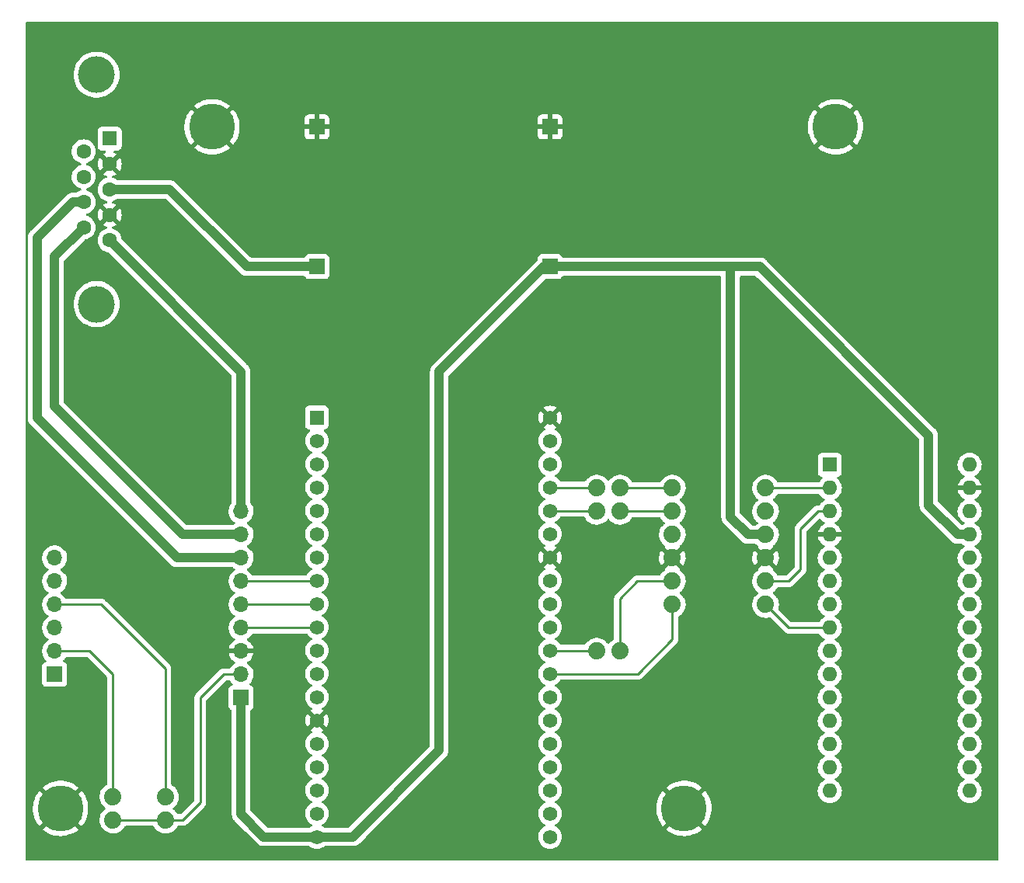
<source format=gtl>
G04 #@! TF.GenerationSoftware,KiCad,Pcbnew,(6.0.4)*
G04 #@! TF.CreationDate,2022-04-10T11:41:21+03:00*
G04 #@! TF.ProjectId,volvo_bt_board,766f6c76-6f5f-4627-945f-626f6172642e,rev?*
G04 #@! TF.SameCoordinates,Original*
G04 #@! TF.FileFunction,Copper,L1,Top*
G04 #@! TF.FilePolarity,Positive*
%FSLAX46Y46*%
G04 Gerber Fmt 4.6, Leading zero omitted, Abs format (unit mm)*
G04 Created by KiCad (PCBNEW (6.0.4)) date 2022-04-10 11:41:21*
%MOMM*%
%LPD*%
G01*
G04 APERTURE LIST*
G04 #@! TA.AperFunction,ComponentPad*
%ADD10C,5.000000*%
G04 #@! TD*
G04 #@! TA.AperFunction,ComponentPad*
%ADD11R,1.700000X1.700000*%
G04 #@! TD*
G04 #@! TA.AperFunction,ComponentPad*
%ADD12C,1.879600*%
G04 #@! TD*
G04 #@! TA.AperFunction,ComponentPad*
%ADD13R,1.600000X1.600000*%
G04 #@! TD*
G04 #@! TA.AperFunction,ComponentPad*
%ADD14O,1.600000X1.600000*%
G04 #@! TD*
G04 #@! TA.AperFunction,ComponentPad*
%ADD15O,1.700000X1.700000*%
G04 #@! TD*
G04 #@! TA.AperFunction,ComponentPad*
%ADD16C,4.000000*%
G04 #@! TD*
G04 #@! TA.AperFunction,ComponentPad*
%ADD17C,1.600000*%
G04 #@! TD*
G04 #@! TA.AperFunction,ComponentPad*
%ADD18R,1.560000X1.560000*%
G04 #@! TD*
G04 #@! TA.AperFunction,ComponentPad*
%ADD19C,1.560000*%
G04 #@! TD*
G04 #@! TA.AperFunction,Conductor*
%ADD20C,1.000000*%
G04 #@! TD*
G04 #@! TA.AperFunction,Conductor*
%ADD21C,0.250000*%
G04 #@! TD*
G04 APERTURE END LIST*
D10*
X144780000Y-132080000D03*
D11*
X130175000Y-73025000D03*
X104775000Y-73025000D03*
D10*
X93345000Y-57785000D03*
D11*
X104775000Y-57785000D03*
D12*
X135255000Y-97155000D03*
X137795000Y-97155000D03*
D10*
X161290000Y-57785000D03*
D13*
X160665000Y-94615000D03*
D14*
X160665000Y-97155000D03*
X160665000Y-99695000D03*
X160665000Y-102235000D03*
X160665000Y-104775000D03*
X160665000Y-107315000D03*
X160665000Y-109855000D03*
X160665000Y-112395000D03*
X160665000Y-114935000D03*
X160665000Y-117475000D03*
X160665000Y-120015000D03*
X160665000Y-122555000D03*
X160665000Y-125095000D03*
X160665000Y-127635000D03*
X160665000Y-130175000D03*
X175905000Y-130175000D03*
X175905000Y-127635000D03*
X175905000Y-125095000D03*
X175905000Y-122555000D03*
X175905000Y-120015000D03*
X175905000Y-117475000D03*
X175905000Y-114935000D03*
X175905000Y-112395000D03*
X175905000Y-109855000D03*
X175905000Y-107315000D03*
X175905000Y-104775000D03*
X175905000Y-102235000D03*
X175905000Y-99695000D03*
X175905000Y-97155000D03*
X175905000Y-94615000D03*
D12*
X88265000Y-130810000D03*
X88265000Y-133350000D03*
D11*
X96520000Y-120005000D03*
D15*
X96520000Y-117465000D03*
X96520000Y-114925000D03*
X96520000Y-112385000D03*
X96520000Y-109845000D03*
X96520000Y-107305000D03*
X96520000Y-104765000D03*
X96520000Y-102225000D03*
X96520000Y-99685000D03*
D10*
X76835000Y-132080000D03*
D12*
X143510000Y-104775000D03*
X153670000Y-104775000D03*
X153670000Y-102235000D03*
X153670000Y-97155000D03*
X153670000Y-99695000D03*
X153670000Y-107315000D03*
X153670000Y-109855000D03*
X143510000Y-102235000D03*
X143510000Y-97155000D03*
X143510000Y-99695000D03*
X143510000Y-107315000D03*
X143510000Y-109855000D03*
D16*
X80770331Y-52095000D03*
X80770331Y-77095000D03*
D13*
X82190331Y-59055000D03*
D17*
X82190331Y-61825000D03*
X82190331Y-64595000D03*
X82190331Y-67365000D03*
X82190331Y-70135000D03*
X79350331Y-60440000D03*
X79350331Y-63210000D03*
X79350331Y-65980000D03*
X79350331Y-68750000D03*
D18*
X104775000Y-89460000D03*
D19*
X104775000Y-92000000D03*
X104775000Y-94540000D03*
X104775000Y-97080000D03*
X104775000Y-99620000D03*
X104775000Y-102160000D03*
X104775000Y-104700000D03*
X104775000Y-107240000D03*
X104775000Y-109780000D03*
X104775000Y-112320000D03*
X104775000Y-114860000D03*
X104775000Y-117400000D03*
X104775000Y-119940000D03*
X104775000Y-122480000D03*
X104775000Y-125020000D03*
X104775000Y-127560000D03*
X104775000Y-130100000D03*
X104775000Y-132640000D03*
X104775000Y-135180000D03*
X130175000Y-89460000D03*
X130175000Y-92000000D03*
X130175000Y-94540000D03*
X130175000Y-97080000D03*
X130175000Y-99620000D03*
X130175000Y-102160000D03*
X130175000Y-104700000D03*
X130175000Y-107240000D03*
X130175000Y-109780000D03*
X130175000Y-112320000D03*
X130175000Y-114860000D03*
X130175000Y-117400000D03*
X130175000Y-119940000D03*
X130175000Y-122480000D03*
X130175000Y-125020000D03*
X130175000Y-127560000D03*
X130175000Y-130100000D03*
X130175000Y-132640000D03*
X130175000Y-135180000D03*
D12*
X82550000Y-133350000D03*
X82550000Y-130810000D03*
X137795000Y-99695000D03*
X135255000Y-99695000D03*
D11*
X130175000Y-57785000D03*
D12*
X135255000Y-114935000D03*
X137795000Y-114935000D03*
D11*
X76200000Y-117465000D03*
D15*
X76200000Y-114925000D03*
X76200000Y-112385000D03*
X76200000Y-109845000D03*
X76200000Y-107305000D03*
X76200000Y-104765000D03*
D20*
X130175000Y-73025000D02*
X149860000Y-73025000D01*
X118110000Y-125730000D02*
X118110000Y-84455000D01*
X171450000Y-91440000D02*
X171450000Y-99060000D01*
X118110000Y-84455000D02*
X129540000Y-73025000D01*
X108660000Y-135180000D02*
X118110000Y-125730000D01*
X96520000Y-132715000D02*
X96520000Y-120005000D01*
X104775000Y-135180000D02*
X98985000Y-135180000D01*
X104775000Y-135180000D02*
X108660000Y-135180000D01*
X153035000Y-73025000D02*
X171450000Y-91440000D01*
X151765000Y-102235000D02*
X149860000Y-100330000D01*
X174625000Y-102235000D02*
X175905000Y-102235000D01*
X171450000Y-99060000D02*
X174625000Y-102235000D01*
X153670000Y-102235000D02*
X151765000Y-102235000D01*
X98985000Y-135180000D02*
X96520000Y-132715000D01*
X129540000Y-73025000D02*
X130175000Y-73025000D01*
X149860000Y-100330000D02*
X149860000Y-73025000D01*
X149860000Y-73025000D02*
X153035000Y-73025000D01*
D21*
X153670000Y-109855000D02*
X156210000Y-112395000D01*
X156210000Y-112395000D02*
X160665000Y-112395000D01*
X139775000Y-117400000D02*
X143510000Y-113665000D01*
X143510000Y-113665000D02*
X143510000Y-109855000D01*
X130175000Y-117400000D02*
X139775000Y-117400000D01*
X137795000Y-109220000D02*
X139700000Y-107315000D01*
X137795000Y-114935000D02*
X137795000Y-109220000D01*
X139700000Y-107315000D02*
X143510000Y-107315000D01*
X143510000Y-99695000D02*
X137795000Y-99695000D01*
X80000000Y-114925000D02*
X76200000Y-114925000D01*
X82550000Y-130810000D02*
X82550000Y-117475000D01*
X82550000Y-117475000D02*
X80000000Y-114925000D01*
X88265000Y-130810000D02*
X88265000Y-116840000D01*
X81270000Y-109845000D02*
X76200000Y-109845000D01*
X88265000Y-116840000D02*
X81270000Y-109845000D01*
X96520000Y-117465000D02*
X94625000Y-117465000D01*
X94625000Y-117465000D02*
X92075000Y-120015000D01*
X82550000Y-133350000D02*
X88265000Y-133350000D01*
X92075000Y-120015000D02*
X92075000Y-131445000D01*
X90170000Y-133350000D02*
X88265000Y-133350000D01*
X92075000Y-131445000D02*
X90170000Y-133350000D01*
X104710000Y-112385000D02*
X104775000Y-112320000D01*
X96520000Y-112385000D02*
X104710000Y-112385000D01*
X104710000Y-109845000D02*
X104775000Y-109780000D01*
X96520000Y-109845000D02*
X104710000Y-109845000D01*
X96520000Y-107305000D02*
X104710000Y-107305000D01*
X104710000Y-107305000D02*
X104775000Y-107240000D01*
D20*
X89525000Y-104765000D02*
X74295000Y-89535000D01*
X74295000Y-69850000D02*
X78165000Y-65980000D01*
X96520000Y-104765000D02*
X89525000Y-104765000D01*
X78165000Y-65980000D02*
X79350331Y-65980000D01*
X74295000Y-89535000D02*
X74295000Y-69850000D01*
X76200000Y-88265000D02*
X76200000Y-71900331D01*
X96520000Y-102225000D02*
X90160000Y-102225000D01*
X90160000Y-102225000D02*
X76200000Y-88265000D01*
X76200000Y-71900331D02*
X79350331Y-68750000D01*
X96520000Y-84464669D02*
X82190331Y-70135000D01*
X96520000Y-99685000D02*
X96520000Y-84464669D01*
X104775000Y-73025000D02*
X97155000Y-73025000D01*
X88725000Y-64595000D02*
X82190331Y-64595000D01*
X97155000Y-73025000D02*
X88725000Y-64595000D01*
D21*
X135180000Y-99620000D02*
X135255000Y-99695000D01*
X130175000Y-99620000D02*
X135180000Y-99620000D01*
X153670000Y-97155000D02*
X160665000Y-97155000D01*
X137795000Y-97155000D02*
X143510000Y-97155000D01*
X130175000Y-97080000D02*
X135180000Y-97080000D01*
X135180000Y-97080000D02*
X135255000Y-97155000D01*
X153670000Y-107315000D02*
X156210000Y-107315000D01*
X157480000Y-106045000D02*
X157480000Y-101600000D01*
X159385000Y-99695000D02*
X160665000Y-99695000D01*
X156210000Y-107315000D02*
X157480000Y-106045000D01*
X157480000Y-101600000D02*
X159385000Y-99695000D01*
X130175000Y-114860000D02*
X135180000Y-114860000D01*
X135180000Y-114860000D02*
X135255000Y-114935000D01*
G04 #@! TA.AperFunction,Conductor*
G36*
X179012121Y-46375002D02*
G01*
X179058614Y-46428658D01*
X179070000Y-46481000D01*
X179070000Y-137669000D01*
X179049998Y-137737121D01*
X178996342Y-137783614D01*
X178944000Y-137795000D01*
X73151000Y-137795000D01*
X73082879Y-137774998D01*
X73036386Y-137721342D01*
X73025000Y-137669000D01*
X73025000Y-134381681D01*
X74898860Y-134381681D01*
X74898878Y-134381933D01*
X74904793Y-134390677D01*
X74936111Y-134419174D01*
X74941748Y-134423738D01*
X75217544Y-134621918D01*
X75223682Y-134625813D01*
X75520435Y-134790984D01*
X75526955Y-134794136D01*
X75840738Y-134924109D01*
X75847589Y-134926495D01*
X76174212Y-135019536D01*
X76181301Y-135021120D01*
X76516465Y-135076006D01*
X76523671Y-135076763D01*
X76862926Y-135092762D01*
X76870176Y-135092686D01*
X77209010Y-135069587D01*
X77216219Y-135068676D01*
X77550160Y-135006784D01*
X77557190Y-135005057D01*
X77881819Y-134905187D01*
X77888597Y-134902667D01*
X78199603Y-134766145D01*
X78206043Y-134762864D01*
X78499293Y-134591502D01*
X78505326Y-134587493D01*
X78763828Y-134393405D01*
X78772282Y-134382078D01*
X78765537Y-134369748D01*
X76847810Y-132452020D01*
X76833869Y-132444408D01*
X76832034Y-132444539D01*
X76825420Y-132448790D01*
X74906474Y-134367737D01*
X74898860Y-134381681D01*
X73025000Y-134381681D01*
X73025000Y-131988987D01*
X73823484Y-131988987D01*
X73832374Y-132328505D01*
X73832980Y-132335721D01*
X73880835Y-132671963D01*
X73882269Y-132679074D01*
X73968455Y-133007595D01*
X73970692Y-133014478D01*
X74094064Y-133330914D01*
X74097081Y-133337503D01*
X74256002Y-133637652D01*
X74259761Y-133643860D01*
X74452129Y-133923757D01*
X74456574Y-133929486D01*
X74523743Y-134006484D01*
X74536917Y-134014888D01*
X74546769Y-134009020D01*
X76462980Y-132092810D01*
X76469357Y-132081131D01*
X77199408Y-132081131D01*
X77199539Y-132082966D01*
X77203790Y-132089580D01*
X79121268Y-134007057D01*
X79134622Y-134014349D01*
X79144594Y-134007295D01*
X79251641Y-133879267D01*
X79255957Y-133873456D01*
X79442432Y-133589575D01*
X79446046Y-133583313D01*
X79598658Y-133279882D01*
X79601530Y-133273244D01*
X79718249Y-132954293D01*
X79720345Y-132947351D01*
X79799631Y-132617103D01*
X79800915Y-132609964D01*
X79841816Y-132271973D01*
X79842240Y-132266403D01*
X79848010Y-132082797D01*
X79847937Y-132077204D01*
X79828338Y-131737303D01*
X79827506Y-131730113D01*
X79769113Y-131395529D01*
X79767458Y-131388474D01*
X79670998Y-131062834D01*
X79668540Y-131056006D01*
X79535290Y-130743608D01*
X79532073Y-130737125D01*
X79363788Y-130442089D01*
X79359856Y-130436034D01*
X79158774Y-130162295D01*
X79154166Y-130156726D01*
X79148830Y-130150984D01*
X79135178Y-130142866D01*
X79134570Y-130142887D01*
X79126092Y-130148119D01*
X77207020Y-132067190D01*
X77199408Y-132081131D01*
X76469357Y-132081131D01*
X76470592Y-132078869D01*
X76470461Y-132077034D01*
X76466210Y-132070420D01*
X74547374Y-130151585D01*
X74534581Y-130144599D01*
X74523827Y-130152464D01*
X74363037Y-130357527D01*
X74358902Y-130363476D01*
X74181440Y-130653068D01*
X74178019Y-130659447D01*
X74035016Y-130967522D01*
X74032356Y-130974241D01*
X73925711Y-131296707D01*
X73923834Y-131303711D01*
X73854961Y-131636288D01*
X73853904Y-131643449D01*
X73823712Y-131981735D01*
X73823484Y-131988987D01*
X73025000Y-131988987D01*
X73025000Y-129781048D01*
X74900132Y-129781048D01*
X74906527Y-129792316D01*
X76822190Y-131707980D01*
X76836131Y-131715592D01*
X76837966Y-131715461D01*
X76844580Y-131711210D01*
X78762074Y-129793716D01*
X78769466Y-129780179D01*
X78762679Y-129770479D01*
X78659476Y-129682335D01*
X78653704Y-129677953D01*
X78371796Y-129488519D01*
X78365575Y-129484839D01*
X78063757Y-129329060D01*
X78057146Y-129326116D01*
X77739439Y-129206065D01*
X77732513Y-129203894D01*
X77403112Y-129121155D01*
X77396005Y-129119799D01*
X77059278Y-129075468D01*
X77052036Y-129074937D01*
X76712467Y-129069602D01*
X76705205Y-129069906D01*
X76367256Y-129103638D01*
X76360108Y-129104770D01*
X76028263Y-129177124D01*
X76021285Y-129179072D01*
X75699960Y-129289086D01*
X75693253Y-129291823D01*
X75386707Y-129438039D01*
X75380349Y-129441534D01*
X75092654Y-129622005D01*
X75086731Y-129626214D01*
X74908601Y-129768923D01*
X74900132Y-129781048D01*
X73025000Y-129781048D01*
X73025000Y-114891695D01*
X74837251Y-114891695D01*
X74837548Y-114896848D01*
X74837548Y-114896851D01*
X74843648Y-115002640D01*
X74850110Y-115114715D01*
X74851247Y-115119761D01*
X74851248Y-115119767D01*
X74859776Y-115157607D01*
X74899222Y-115332639D01*
X74983266Y-115539616D01*
X75017976Y-115596257D01*
X75076277Y-115691396D01*
X75099987Y-115730088D01*
X75246250Y-115898938D01*
X75250230Y-115902242D01*
X75254981Y-115906187D01*
X75294616Y-115965090D01*
X75296113Y-116036071D01*
X75258997Y-116096593D01*
X75218725Y-116121112D01*
X75192349Y-116131000D01*
X75103295Y-116164385D01*
X74986739Y-116251739D01*
X74899385Y-116368295D01*
X74848255Y-116504684D01*
X74841500Y-116566866D01*
X74841500Y-118363134D01*
X74848255Y-118425316D01*
X74899385Y-118561705D01*
X74986739Y-118678261D01*
X75103295Y-118765615D01*
X75239684Y-118816745D01*
X75301866Y-118823500D01*
X77098134Y-118823500D01*
X77160316Y-118816745D01*
X77296705Y-118765615D01*
X77413261Y-118678261D01*
X77500615Y-118561705D01*
X77551745Y-118425316D01*
X77558500Y-118363134D01*
X77558500Y-116566866D01*
X77551745Y-116504684D01*
X77500615Y-116368295D01*
X77413261Y-116251739D01*
X77296705Y-116164385D01*
X77221098Y-116136041D01*
X77178203Y-116119960D01*
X77121439Y-116077318D01*
X77096739Y-116010756D01*
X77111947Y-115941408D01*
X77133493Y-115912727D01*
X77165796Y-115880537D01*
X77238096Y-115808489D01*
X77246202Y-115797209D01*
X77365435Y-115631277D01*
X77368453Y-115627077D01*
X77370746Y-115622437D01*
X77372446Y-115619608D01*
X77424674Y-115571518D01*
X77480451Y-115558500D01*
X79685406Y-115558500D01*
X79753527Y-115578502D01*
X79774501Y-115595405D01*
X81879595Y-117700499D01*
X81913621Y-117762811D01*
X81916500Y-117789594D01*
X81916500Y-129430447D01*
X81896498Y-129498568D01*
X81848683Y-129542208D01*
X81775590Y-129580258D01*
X81771457Y-129583361D01*
X81771454Y-129583363D01*
X81639636Y-129682335D01*
X81585140Y-129723252D01*
X81420602Y-129895431D01*
X81286394Y-130092172D01*
X81186122Y-130308191D01*
X81122477Y-130537685D01*
X81121928Y-130542819D01*
X81121928Y-130542821D01*
X81116449Y-130594089D01*
X81097170Y-130774494D01*
X81097467Y-130779646D01*
X81097467Y-130779650D01*
X81103502Y-130884313D01*
X81110879Y-131012255D01*
X81112016Y-131017301D01*
X81112017Y-131017307D01*
X81145111Y-131164156D01*
X81163237Y-131244585D01*
X81165179Y-131249367D01*
X81165180Y-131249371D01*
X81241481Y-131437277D01*
X81252837Y-131465244D01*
X81377274Y-131668306D01*
X81533204Y-131848317D01*
X81646536Y-131942407D01*
X81697560Y-131984768D01*
X81737195Y-132043671D01*
X81738693Y-132114651D01*
X81701578Y-132175174D01*
X81692728Y-132182472D01*
X81609348Y-132245076D01*
X81585140Y-132263252D01*
X81420602Y-132435431D01*
X81286394Y-132632172D01*
X81186122Y-132848191D01*
X81122477Y-133077685D01*
X81121928Y-133082819D01*
X81121928Y-133082821D01*
X81121028Y-133091245D01*
X81097170Y-133314494D01*
X81097467Y-133319646D01*
X81097467Y-133319650D01*
X81103776Y-133429062D01*
X81110879Y-133552255D01*
X81112016Y-133557301D01*
X81112017Y-133557307D01*
X81117878Y-133583313D01*
X81163237Y-133784585D01*
X81165179Y-133789367D01*
X81165180Y-133789371D01*
X81244801Y-133985453D01*
X81252837Y-134005244D01*
X81377274Y-134208306D01*
X81533204Y-134388317D01*
X81716442Y-134540444D01*
X81720894Y-134543046D01*
X81720899Y-134543049D01*
X81917607Y-134657996D01*
X81922065Y-134660601D01*
X82144552Y-134745560D01*
X82149618Y-134746591D01*
X82149619Y-134746591D01*
X82203956Y-134757646D01*
X82377928Y-134793041D01*
X82512121Y-134797962D01*
X82610760Y-134801579D01*
X82610764Y-134801579D01*
X82615924Y-134801768D01*
X82621044Y-134801112D01*
X82621046Y-134801112D01*
X82847023Y-134772164D01*
X82847024Y-134772164D01*
X82852151Y-134771507D01*
X82857101Y-134770022D01*
X83075316Y-134704554D01*
X83075317Y-134704553D01*
X83080262Y-134703070D01*
X83294133Y-134598295D01*
X83298336Y-134595297D01*
X83298341Y-134595294D01*
X83483816Y-134462996D01*
X83483818Y-134462994D01*
X83488020Y-134459997D01*
X83656716Y-134291889D01*
X83795690Y-134098486D01*
X83817838Y-134053673D01*
X83865952Y-134001466D01*
X83930795Y-133983500D01*
X86883949Y-133983500D01*
X86952070Y-134003502D01*
X86991381Y-134043664D01*
X87092274Y-134208306D01*
X87248204Y-134388317D01*
X87431442Y-134540444D01*
X87435894Y-134543046D01*
X87435899Y-134543049D01*
X87632607Y-134657996D01*
X87637065Y-134660601D01*
X87859552Y-134745560D01*
X87864618Y-134746591D01*
X87864619Y-134746591D01*
X87918956Y-134757646D01*
X88092928Y-134793041D01*
X88227121Y-134797962D01*
X88325760Y-134801579D01*
X88325764Y-134801579D01*
X88330924Y-134801768D01*
X88336044Y-134801112D01*
X88336046Y-134801112D01*
X88562023Y-134772164D01*
X88562024Y-134772164D01*
X88567151Y-134771507D01*
X88572101Y-134770022D01*
X88790316Y-134704554D01*
X88790317Y-134704553D01*
X88795262Y-134703070D01*
X89009133Y-134598295D01*
X89013336Y-134595297D01*
X89013341Y-134595294D01*
X89198816Y-134462996D01*
X89198818Y-134462994D01*
X89203020Y-134459997D01*
X89371716Y-134291889D01*
X89510690Y-134098486D01*
X89532838Y-134053673D01*
X89580952Y-134001466D01*
X89645795Y-133983500D01*
X90091233Y-133983500D01*
X90102416Y-133984027D01*
X90109909Y-133985702D01*
X90117835Y-133985453D01*
X90117836Y-133985453D01*
X90177986Y-133983562D01*
X90181945Y-133983500D01*
X90209856Y-133983500D01*
X90213791Y-133983003D01*
X90213856Y-133982995D01*
X90225693Y-133982062D01*
X90257951Y-133981048D01*
X90261970Y-133980922D01*
X90269889Y-133980673D01*
X90289343Y-133975021D01*
X90308700Y-133971013D01*
X90320930Y-133969468D01*
X90320931Y-133969468D01*
X90328797Y-133968474D01*
X90336168Y-133965555D01*
X90336170Y-133965555D01*
X90369912Y-133952196D01*
X90381142Y-133948351D01*
X90415983Y-133938229D01*
X90415984Y-133938229D01*
X90423593Y-133936018D01*
X90430412Y-133931985D01*
X90430417Y-133931983D01*
X90441028Y-133925707D01*
X90458776Y-133917012D01*
X90477617Y-133909552D01*
X90513387Y-133883564D01*
X90523307Y-133877048D01*
X90554535Y-133858580D01*
X90554538Y-133858578D01*
X90561362Y-133854542D01*
X90575683Y-133840221D01*
X90590717Y-133827380D01*
X90600694Y-133820131D01*
X90607107Y-133815472D01*
X90635298Y-133781395D01*
X90643288Y-133772616D01*
X92467253Y-131948652D01*
X92475539Y-131941112D01*
X92482018Y-131937000D01*
X92528644Y-131887348D01*
X92531398Y-131884507D01*
X92551135Y-131864770D01*
X92553615Y-131861573D01*
X92561320Y-131852551D01*
X92586159Y-131826100D01*
X92591586Y-131820321D01*
X92595405Y-131813375D01*
X92595407Y-131813372D01*
X92601348Y-131802566D01*
X92612199Y-131786047D01*
X92619758Y-131776301D01*
X92624614Y-131770041D01*
X92627759Y-131762772D01*
X92627762Y-131762768D01*
X92642174Y-131729463D01*
X92647391Y-131718813D01*
X92668695Y-131680060D01*
X92673733Y-131660437D01*
X92680137Y-131641734D01*
X92685033Y-131630420D01*
X92685033Y-131630419D01*
X92688181Y-131623145D01*
X92689420Y-131615322D01*
X92689423Y-131615312D01*
X92695099Y-131579476D01*
X92697505Y-131567856D01*
X92706528Y-131532711D01*
X92706528Y-131532710D01*
X92708500Y-131525030D01*
X92708500Y-131504776D01*
X92710051Y-131485065D01*
X92711980Y-131472886D01*
X92713220Y-131465057D01*
X92709059Y-131421038D01*
X92708500Y-131409181D01*
X92708500Y-120329594D01*
X92728502Y-120261473D01*
X92745405Y-120240499D01*
X94850499Y-118135405D01*
X94912811Y-118101379D01*
X94939594Y-118098500D01*
X95244274Y-118098500D01*
X95312395Y-118118502D01*
X95351707Y-118158665D01*
X95419987Y-118270088D01*
X95566250Y-118438938D01*
X95570230Y-118442242D01*
X95574981Y-118446187D01*
X95614616Y-118505090D01*
X95616113Y-118576071D01*
X95578997Y-118636593D01*
X95538725Y-118661112D01*
X95478627Y-118683642D01*
X95423295Y-118704385D01*
X95306739Y-118791739D01*
X95219385Y-118908295D01*
X95168255Y-119044684D01*
X95161500Y-119106866D01*
X95161500Y-120903134D01*
X95168255Y-120965316D01*
X95219385Y-121101705D01*
X95306739Y-121218261D01*
X95423295Y-121305615D01*
X95431704Y-121308767D01*
X95439575Y-121313077D01*
X95438664Y-121314741D01*
X95486490Y-121350663D01*
X95511193Y-121417224D01*
X95511500Y-121426009D01*
X95511500Y-132653157D01*
X95510763Y-132666764D01*
X95507488Y-132696915D01*
X95506676Y-132704388D01*
X95507213Y-132710523D01*
X95511050Y-132754388D01*
X95511379Y-132759214D01*
X95511500Y-132761686D01*
X95511500Y-132764769D01*
X95511801Y-132767837D01*
X95515690Y-132807506D01*
X95515812Y-132808819D01*
X95523913Y-132901413D01*
X95525400Y-132906532D01*
X95525920Y-132911833D01*
X95552791Y-133000834D01*
X95553126Y-133001967D01*
X95576488Y-133082376D01*
X95579091Y-133091336D01*
X95581544Y-133096068D01*
X95583084Y-133101169D01*
X95585978Y-133106612D01*
X95626731Y-133183260D01*
X95627343Y-133184426D01*
X95670108Y-133266926D01*
X95673431Y-133271089D01*
X95675934Y-133275796D01*
X95734755Y-133347918D01*
X95735446Y-133348774D01*
X95766738Y-133387973D01*
X95769242Y-133390477D01*
X95769884Y-133391195D01*
X95773585Y-133395528D01*
X95800935Y-133429062D01*
X95805682Y-133432989D01*
X95805684Y-133432991D01*
X95836262Y-133458287D01*
X95845042Y-133466277D01*
X97036762Y-134657996D01*
X98228145Y-135849379D01*
X98237247Y-135859522D01*
X98260968Y-135889025D01*
X98299456Y-135921320D01*
X98303075Y-135924478D01*
X98304890Y-135926124D01*
X98307075Y-135928309D01*
X98309455Y-135930264D01*
X98309465Y-135930273D01*
X98340236Y-135955549D01*
X98341251Y-135956391D01*
X98351393Y-135964901D01*
X98412474Y-136016154D01*
X98417148Y-136018723D01*
X98421261Y-136022102D01*
X98426698Y-136025017D01*
X98426699Y-136025018D01*
X98503047Y-136065955D01*
X98504177Y-136066568D01*
X98585787Y-136111433D01*
X98590869Y-136113045D01*
X98595563Y-136115562D01*
X98684531Y-136142762D01*
X98685559Y-136143082D01*
X98774306Y-136171235D01*
X98779602Y-136171829D01*
X98784698Y-136173387D01*
X98877257Y-136182790D01*
X98878393Y-136182911D01*
X98912008Y-136186681D01*
X98924730Y-136188108D01*
X98924734Y-136188108D01*
X98928227Y-136188500D01*
X98931754Y-136188500D01*
X98932739Y-136188555D01*
X98938419Y-136189002D01*
X98967825Y-136191989D01*
X98975337Y-136192752D01*
X98975339Y-136192752D01*
X98981462Y-136193374D01*
X99027108Y-136189059D01*
X99038967Y-136188500D01*
X103929128Y-136188500D01*
X104001396Y-136211285D01*
X104128289Y-136300136D01*
X104133267Y-136302457D01*
X104133270Y-136302459D01*
X104327642Y-136393096D01*
X104332624Y-136395419D01*
X104337932Y-136396841D01*
X104337934Y-136396842D01*
X104545085Y-136452348D01*
X104545087Y-136452348D01*
X104550400Y-136453772D01*
X104775000Y-136473422D01*
X104999600Y-136453772D01*
X105004913Y-136452348D01*
X105004915Y-136452348D01*
X105212066Y-136396842D01*
X105212068Y-136396841D01*
X105217376Y-136395419D01*
X105222358Y-136393096D01*
X105416730Y-136302459D01*
X105416733Y-136302457D01*
X105421711Y-136300136D01*
X105548604Y-136211285D01*
X105620872Y-136188500D01*
X108598157Y-136188500D01*
X108611764Y-136189237D01*
X108643262Y-136192659D01*
X108643267Y-136192659D01*
X108649388Y-136193324D01*
X108675638Y-136191027D01*
X108699388Y-136188950D01*
X108704214Y-136188621D01*
X108706686Y-136188500D01*
X108709769Y-136188500D01*
X108721738Y-136187326D01*
X108752506Y-136184310D01*
X108753819Y-136184188D01*
X108798084Y-136180315D01*
X108846413Y-136176087D01*
X108851532Y-136174600D01*
X108856833Y-136174080D01*
X108945834Y-136147209D01*
X108946967Y-136146874D01*
X109030414Y-136122630D01*
X109030418Y-136122628D01*
X109036336Y-136120909D01*
X109041068Y-136118456D01*
X109046169Y-136116916D01*
X109053173Y-136113192D01*
X109128260Y-136073269D01*
X109129426Y-136072657D01*
X109206453Y-136032729D01*
X109211926Y-136029892D01*
X109216089Y-136026569D01*
X109220796Y-136024066D01*
X109292918Y-135965245D01*
X109293774Y-135964554D01*
X109332973Y-135933262D01*
X109335477Y-135930758D01*
X109336195Y-135930116D01*
X109340528Y-135926415D01*
X109374062Y-135899065D01*
X109403288Y-135863737D01*
X109411277Y-135854958D01*
X110086235Y-135180000D01*
X128881578Y-135180000D01*
X128901228Y-135404600D01*
X128959581Y-135622376D01*
X129054864Y-135826711D01*
X129184181Y-136011396D01*
X129343604Y-136170819D01*
X129528289Y-136300136D01*
X129533267Y-136302457D01*
X129533270Y-136302459D01*
X129727642Y-136393096D01*
X129732624Y-136395419D01*
X129737932Y-136396841D01*
X129737934Y-136396842D01*
X129945085Y-136452348D01*
X129945087Y-136452348D01*
X129950400Y-136453772D01*
X130175000Y-136473422D01*
X130399600Y-136453772D01*
X130404913Y-136452348D01*
X130404915Y-136452348D01*
X130612066Y-136396842D01*
X130612068Y-136396841D01*
X130617376Y-136395419D01*
X130622358Y-136393096D01*
X130816730Y-136302459D01*
X130816733Y-136302457D01*
X130821711Y-136300136D01*
X131006396Y-136170819D01*
X131165819Y-136011396D01*
X131295136Y-135826711D01*
X131390419Y-135622376D01*
X131448772Y-135404600D01*
X131468422Y-135180000D01*
X131448772Y-134955400D01*
X131440388Y-134924109D01*
X131391842Y-134742934D01*
X131391841Y-134742932D01*
X131390419Y-134737624D01*
X131338281Y-134625813D01*
X131297459Y-134538270D01*
X131297457Y-134538267D01*
X131295136Y-134533289D01*
X131188980Y-134381681D01*
X142843860Y-134381681D01*
X142843878Y-134381933D01*
X142849793Y-134390677D01*
X142881111Y-134419174D01*
X142886748Y-134423738D01*
X143162544Y-134621918D01*
X143168682Y-134625813D01*
X143465435Y-134790984D01*
X143471955Y-134794136D01*
X143785738Y-134924109D01*
X143792589Y-134926495D01*
X144119212Y-135019536D01*
X144126301Y-135021120D01*
X144461465Y-135076006D01*
X144468671Y-135076763D01*
X144807926Y-135092762D01*
X144815176Y-135092686D01*
X145154010Y-135069587D01*
X145161219Y-135068676D01*
X145495160Y-135006784D01*
X145502190Y-135005057D01*
X145826819Y-134905187D01*
X145833597Y-134902667D01*
X146144603Y-134766145D01*
X146151043Y-134762864D01*
X146444293Y-134591502D01*
X146450326Y-134587493D01*
X146708828Y-134393405D01*
X146717282Y-134382078D01*
X146710537Y-134369748D01*
X144792810Y-132452020D01*
X144778869Y-132444408D01*
X144777034Y-132444539D01*
X144770420Y-132448790D01*
X142851474Y-134367737D01*
X142843860Y-134381681D01*
X131188980Y-134381681D01*
X131165819Y-134348604D01*
X131006396Y-134189181D01*
X130821711Y-134059864D01*
X130816733Y-134057543D01*
X130816730Y-134057541D01*
X130745219Y-134024195D01*
X130691934Y-133977277D01*
X130672473Y-133909000D01*
X130693015Y-133841040D01*
X130745219Y-133795805D01*
X130816730Y-133762459D01*
X130816733Y-133762457D01*
X130821711Y-133760136D01*
X131006396Y-133630819D01*
X131165819Y-133471396D01*
X131295136Y-133286711D01*
X131297999Y-133280573D01*
X131388096Y-133087358D01*
X131388097Y-133087357D01*
X131390419Y-133082376D01*
X131434537Y-132917728D01*
X131447348Y-132869915D01*
X131447348Y-132869913D01*
X131448772Y-132864600D01*
X131468422Y-132640000D01*
X131448772Y-132415400D01*
X131415432Y-132290973D01*
X131391842Y-132202934D01*
X131391841Y-132202932D01*
X131390419Y-132197624D01*
X131381428Y-132178342D01*
X131297459Y-131998270D01*
X131297457Y-131998267D01*
X131295136Y-131993289D01*
X131292124Y-131988987D01*
X141768484Y-131988987D01*
X141777374Y-132328505D01*
X141777980Y-132335721D01*
X141825835Y-132671963D01*
X141827269Y-132679074D01*
X141913455Y-133007595D01*
X141915692Y-133014478D01*
X142039064Y-133330914D01*
X142042081Y-133337503D01*
X142201002Y-133637652D01*
X142204761Y-133643860D01*
X142397129Y-133923757D01*
X142401574Y-133929486D01*
X142468743Y-134006484D01*
X142481917Y-134014888D01*
X142491769Y-134009020D01*
X144407980Y-132092810D01*
X144414357Y-132081131D01*
X145144408Y-132081131D01*
X145144539Y-132082966D01*
X145148790Y-132089580D01*
X147066268Y-134007057D01*
X147079622Y-134014349D01*
X147089594Y-134007295D01*
X147196641Y-133879267D01*
X147200957Y-133873456D01*
X147387432Y-133589575D01*
X147391046Y-133583313D01*
X147543658Y-133279882D01*
X147546530Y-133273244D01*
X147663249Y-132954293D01*
X147665345Y-132947351D01*
X147744631Y-132617103D01*
X147745915Y-132609964D01*
X147786816Y-132271973D01*
X147787240Y-132266403D01*
X147793010Y-132082797D01*
X147792937Y-132077204D01*
X147773338Y-131737303D01*
X147772506Y-131730113D01*
X147714113Y-131395529D01*
X147712458Y-131388474D01*
X147615998Y-131062834D01*
X147613540Y-131056006D01*
X147480290Y-130743608D01*
X147477073Y-130737125D01*
X147308788Y-130442089D01*
X147304856Y-130436034D01*
X147103774Y-130162295D01*
X147099166Y-130156726D01*
X147093830Y-130150984D01*
X147080178Y-130142866D01*
X147079570Y-130142887D01*
X147071092Y-130148119D01*
X145152020Y-132067190D01*
X145144408Y-132081131D01*
X144414357Y-132081131D01*
X144415592Y-132078869D01*
X144415461Y-132077034D01*
X144411210Y-132070420D01*
X142492374Y-130151585D01*
X142479581Y-130144599D01*
X142468827Y-130152464D01*
X142308037Y-130357527D01*
X142303902Y-130363476D01*
X142126440Y-130653068D01*
X142123019Y-130659447D01*
X141980016Y-130967522D01*
X141977356Y-130974241D01*
X141870711Y-131296707D01*
X141868834Y-131303711D01*
X141799961Y-131636288D01*
X141798904Y-131643449D01*
X141768712Y-131981735D01*
X141768484Y-131988987D01*
X131292124Y-131988987D01*
X131165819Y-131808604D01*
X131006396Y-131649181D01*
X130821711Y-131519864D01*
X130816733Y-131517543D01*
X130816730Y-131517541D01*
X130745219Y-131484195D01*
X130691934Y-131437277D01*
X130672473Y-131369000D01*
X130693015Y-131301040D01*
X130745219Y-131255805D01*
X130816730Y-131222459D01*
X130816733Y-131222457D01*
X130821711Y-131220136D01*
X131006396Y-131090819D01*
X131165819Y-130931396D01*
X131295136Y-130746711D01*
X131338803Y-130653068D01*
X131388096Y-130547358D01*
X131388097Y-130547357D01*
X131390419Y-130542376D01*
X131427742Y-130403087D01*
X131447348Y-130329915D01*
X131447348Y-130329913D01*
X131448772Y-130324600D01*
X131468422Y-130100000D01*
X131448772Y-129875400D01*
X131426510Y-129792316D01*
X131423491Y-129781048D01*
X142845132Y-129781048D01*
X142851527Y-129792316D01*
X144767190Y-131707980D01*
X144781131Y-131715592D01*
X144782966Y-131715461D01*
X144789580Y-131711210D01*
X146707074Y-129793716D01*
X146714466Y-129780179D01*
X146707679Y-129770479D01*
X146604476Y-129682335D01*
X146598704Y-129677953D01*
X146316796Y-129488519D01*
X146310575Y-129484839D01*
X146008757Y-129329060D01*
X146002146Y-129326116D01*
X145684439Y-129206065D01*
X145677513Y-129203894D01*
X145348112Y-129121155D01*
X145341005Y-129119799D01*
X145004278Y-129075468D01*
X144997036Y-129074937D01*
X144657467Y-129069602D01*
X144650205Y-129069906D01*
X144312256Y-129103638D01*
X144305108Y-129104770D01*
X143973263Y-129177124D01*
X143966285Y-129179072D01*
X143644960Y-129289086D01*
X143638253Y-129291823D01*
X143331707Y-129438039D01*
X143325349Y-129441534D01*
X143037654Y-129622005D01*
X143031731Y-129626214D01*
X142853601Y-129768923D01*
X142845132Y-129781048D01*
X131423491Y-129781048D01*
X131391842Y-129662934D01*
X131391841Y-129662932D01*
X131390419Y-129657624D01*
X131363337Y-129599546D01*
X131297459Y-129458270D01*
X131297457Y-129458267D01*
X131295136Y-129453289D01*
X131165819Y-129268604D01*
X131006396Y-129109181D01*
X130821711Y-128979864D01*
X130816733Y-128977543D01*
X130816730Y-128977541D01*
X130745219Y-128944195D01*
X130691934Y-128897277D01*
X130672473Y-128829000D01*
X130693015Y-128761040D01*
X130745219Y-128715805D01*
X130816730Y-128682459D01*
X130816733Y-128682457D01*
X130821711Y-128680136D01*
X131006396Y-128550819D01*
X131165819Y-128391396D01*
X131295136Y-128206711D01*
X131390419Y-128002376D01*
X131427742Y-127863087D01*
X131447348Y-127789915D01*
X131447348Y-127789913D01*
X131448772Y-127784600D01*
X131468422Y-127560000D01*
X131448772Y-127335400D01*
X131390419Y-127117624D01*
X131327754Y-126983238D01*
X131297459Y-126918270D01*
X131297457Y-126918267D01*
X131295136Y-126913289D01*
X131165819Y-126728604D01*
X131006396Y-126569181D01*
X130821711Y-126439864D01*
X130816733Y-126437543D01*
X130816730Y-126437541D01*
X130745219Y-126404195D01*
X130691934Y-126357277D01*
X130672473Y-126289000D01*
X130693015Y-126221040D01*
X130745219Y-126175805D01*
X130816730Y-126142459D01*
X130816733Y-126142457D01*
X130821711Y-126140136D01*
X131006396Y-126010819D01*
X131165819Y-125851396D01*
X131295136Y-125666711D01*
X131390419Y-125462376D01*
X131426373Y-125328196D01*
X131447348Y-125249915D01*
X131447348Y-125249913D01*
X131448772Y-125244600D01*
X131468422Y-125020000D01*
X131448772Y-124795400D01*
X131390419Y-124577624D01*
X131327754Y-124443238D01*
X131297459Y-124378270D01*
X131297457Y-124378267D01*
X131295136Y-124373289D01*
X131165819Y-124188604D01*
X131006396Y-124029181D01*
X130821711Y-123899864D01*
X130816733Y-123897543D01*
X130816730Y-123897541D01*
X130745219Y-123864195D01*
X130691934Y-123817277D01*
X130672473Y-123749000D01*
X130693015Y-123681040D01*
X130745219Y-123635805D01*
X130816730Y-123602459D01*
X130816733Y-123602457D01*
X130821711Y-123600136D01*
X131006396Y-123470819D01*
X131165819Y-123311396D01*
X131295136Y-123126711D01*
X131390419Y-122922376D01*
X131409271Y-122852022D01*
X131447348Y-122709915D01*
X131447348Y-122709913D01*
X131448772Y-122704600D01*
X131468422Y-122480000D01*
X131448772Y-122255400D01*
X131447348Y-122250085D01*
X131391842Y-122042934D01*
X131391841Y-122042932D01*
X131390419Y-122037624D01*
X131327754Y-121903238D01*
X131297459Y-121838270D01*
X131297457Y-121838267D01*
X131295136Y-121833289D01*
X131165819Y-121648604D01*
X131006396Y-121489181D01*
X130821711Y-121359864D01*
X130816733Y-121357543D01*
X130816730Y-121357541D01*
X130745219Y-121324195D01*
X130691934Y-121277277D01*
X130672473Y-121209000D01*
X130693015Y-121141040D01*
X130745219Y-121095805D01*
X130816730Y-121062459D01*
X130816733Y-121062457D01*
X130821711Y-121060136D01*
X131006396Y-120930819D01*
X131165819Y-120771396D01*
X131295136Y-120586711D01*
X131390419Y-120382376D01*
X131427742Y-120243087D01*
X131447348Y-120169915D01*
X131447348Y-120169913D01*
X131448772Y-120164600D01*
X131468422Y-119940000D01*
X131448772Y-119715400D01*
X131417410Y-119598356D01*
X131391842Y-119502934D01*
X131391841Y-119502932D01*
X131390419Y-119497624D01*
X131327754Y-119363238D01*
X131297459Y-119298270D01*
X131297457Y-119298267D01*
X131295136Y-119293289D01*
X131165819Y-119108604D01*
X131006396Y-118949181D01*
X130821711Y-118819864D01*
X130816733Y-118817543D01*
X130816730Y-118817541D01*
X130745219Y-118784195D01*
X130691934Y-118737277D01*
X130672473Y-118669000D01*
X130693015Y-118601040D01*
X130745219Y-118555805D01*
X130816730Y-118522459D01*
X130816733Y-118522457D01*
X130821711Y-118520136D01*
X131006396Y-118390819D01*
X131165819Y-118231396D01*
X131266766Y-118087227D01*
X131322220Y-118042901D01*
X131369977Y-118033500D01*
X139696233Y-118033500D01*
X139707416Y-118034027D01*
X139714909Y-118035702D01*
X139722835Y-118035453D01*
X139722836Y-118035453D01*
X139782986Y-118033562D01*
X139786945Y-118033500D01*
X139814856Y-118033500D01*
X139818791Y-118033003D01*
X139818856Y-118032995D01*
X139830693Y-118032062D01*
X139862951Y-118031048D01*
X139866970Y-118030922D01*
X139874889Y-118030673D01*
X139894343Y-118025021D01*
X139913700Y-118021013D01*
X139925930Y-118019468D01*
X139925931Y-118019468D01*
X139933797Y-118018474D01*
X139941168Y-118015555D01*
X139941170Y-118015555D01*
X139974912Y-118002196D01*
X139986142Y-117998351D01*
X140020983Y-117988229D01*
X140020984Y-117988229D01*
X140028593Y-117986018D01*
X140035412Y-117981985D01*
X140035417Y-117981983D01*
X140046028Y-117975707D01*
X140063776Y-117967012D01*
X140082617Y-117959552D01*
X140118387Y-117933564D01*
X140128307Y-117927048D01*
X140159535Y-117908580D01*
X140159538Y-117908578D01*
X140166362Y-117904542D01*
X140180683Y-117890221D01*
X140195717Y-117877380D01*
X140205694Y-117870131D01*
X140212107Y-117865472D01*
X140240298Y-117831395D01*
X140248288Y-117822616D01*
X143902247Y-114168657D01*
X143910537Y-114161113D01*
X143917018Y-114157000D01*
X143963659Y-114107332D01*
X143966413Y-114104491D01*
X143986135Y-114084769D01*
X143988612Y-114081576D01*
X143996317Y-114072555D01*
X144021159Y-114046100D01*
X144026586Y-114040321D01*
X144030547Y-114033116D01*
X144036346Y-114022568D01*
X144047202Y-114006041D01*
X144054757Y-113996302D01*
X144054758Y-113996300D01*
X144059614Y-113990040D01*
X144077174Y-113949460D01*
X144082391Y-113938812D01*
X144099875Y-113907009D01*
X144099876Y-113907007D01*
X144103695Y-113900060D01*
X144108733Y-113880437D01*
X144115137Y-113861734D01*
X144120033Y-113850420D01*
X144120033Y-113850419D01*
X144123181Y-113843145D01*
X144124420Y-113835322D01*
X144124423Y-113835312D01*
X144130099Y-113799476D01*
X144132505Y-113787856D01*
X144141528Y-113752711D01*
X144141528Y-113752710D01*
X144143500Y-113745030D01*
X144143500Y-113724776D01*
X144145051Y-113705065D01*
X144146980Y-113692886D01*
X144148220Y-113685057D01*
X144144059Y-113641038D01*
X144143500Y-113629181D01*
X144143500Y-111236074D01*
X144163502Y-111167953D01*
X144214066Y-111122924D01*
X144254133Y-111103295D01*
X144258336Y-111100297D01*
X144258341Y-111100294D01*
X144443816Y-110967996D01*
X144443818Y-110967994D01*
X144448020Y-110964997D01*
X144616716Y-110796889D01*
X144755690Y-110603486D01*
X144781494Y-110551277D01*
X144858917Y-110394624D01*
X144858918Y-110394622D01*
X144861211Y-110389982D01*
X144913747Y-110217066D01*
X144928941Y-110167055D01*
X144928941Y-110167054D01*
X144930443Y-110162111D01*
X144951180Y-110004600D01*
X144961092Y-109929313D01*
X144961092Y-109929309D01*
X144961529Y-109925992D01*
X144963264Y-109855000D01*
X144943750Y-109617644D01*
X144885731Y-109386663D01*
X144819772Y-109234967D01*
X144792827Y-109172996D01*
X144792825Y-109172993D01*
X144790767Y-109168259D01*
X144777596Y-109147899D01*
X144704286Y-109034580D01*
X144661406Y-108968298D01*
X144647592Y-108953116D01*
X144555465Y-108851870D01*
X144501124Y-108792150D01*
X144497073Y-108788951D01*
X144497069Y-108788947D01*
X144406571Y-108717477D01*
X144363347Y-108683341D01*
X144322285Y-108625425D01*
X144319053Y-108554502D01*
X144354678Y-108493091D01*
X144368271Y-108481882D01*
X144443814Y-108427998D01*
X144443821Y-108427992D01*
X144448020Y-108424997D01*
X144616716Y-108256889D01*
X144755690Y-108063486D01*
X144781494Y-108011277D01*
X144858917Y-107854624D01*
X144858918Y-107854622D01*
X144861211Y-107849982D01*
X144930443Y-107622111D01*
X144933614Y-107598023D01*
X144961092Y-107389313D01*
X144961092Y-107389309D01*
X144961529Y-107385992D01*
X144963264Y-107315000D01*
X144943750Y-107077644D01*
X144885731Y-106846663D01*
X144816108Y-106686539D01*
X144792827Y-106632996D01*
X144792825Y-106632993D01*
X144790767Y-106628259D01*
X144774144Y-106602563D01*
X144714924Y-106511025D01*
X144661406Y-106428298D01*
X144647825Y-106413372D01*
X144566518Y-106324017D01*
X144501124Y-106252150D01*
X144497073Y-106248951D01*
X144497069Y-106248947D01*
X144354932Y-106136695D01*
X144313869Y-106078778D01*
X144310637Y-106007855D01*
X144332406Y-105963113D01*
X144325045Y-105949256D01*
X143522811Y-105147021D01*
X143508868Y-105139408D01*
X143507034Y-105139539D01*
X143500420Y-105143790D01*
X142691083Y-105953128D01*
X142684326Y-105965503D01*
X142684760Y-105966083D01*
X142709572Y-106032603D01*
X142694481Y-106101977D01*
X142659546Y-106142353D01*
X142549275Y-106225147D01*
X142545140Y-106228252D01*
X142541568Y-106231990D01*
X142394350Y-106386045D01*
X142380602Y-106400431D01*
X142377688Y-106404703D01*
X142377687Y-106404704D01*
X142332668Y-106470700D01*
X142246394Y-106597172D01*
X142244215Y-106601867D01*
X142244211Y-106601874D01*
X142241114Y-106608546D01*
X142194292Y-106661915D01*
X142126825Y-106681500D01*
X139778767Y-106681500D01*
X139767584Y-106680973D01*
X139760091Y-106679298D01*
X139752165Y-106679547D01*
X139752164Y-106679547D01*
X139692001Y-106681438D01*
X139688043Y-106681500D01*
X139660144Y-106681500D01*
X139656154Y-106682004D01*
X139644320Y-106682936D01*
X139600111Y-106684326D01*
X139592497Y-106686538D01*
X139592492Y-106686539D01*
X139580659Y-106689977D01*
X139561296Y-106693988D01*
X139541203Y-106696526D01*
X139533836Y-106699443D01*
X139533831Y-106699444D01*
X139500092Y-106712802D01*
X139488865Y-106716646D01*
X139446407Y-106728982D01*
X139439581Y-106733019D01*
X139428972Y-106739293D01*
X139411224Y-106747988D01*
X139392383Y-106755448D01*
X139385967Y-106760110D01*
X139385966Y-106760110D01*
X139356613Y-106781436D01*
X139346693Y-106787952D01*
X139315465Y-106806420D01*
X139315462Y-106806422D01*
X139308638Y-106810458D01*
X139294317Y-106824779D01*
X139279284Y-106837619D01*
X139262893Y-106849528D01*
X139234702Y-106883605D01*
X139226712Y-106892384D01*
X137402747Y-108716348D01*
X137394461Y-108723888D01*
X137387982Y-108728000D01*
X137382557Y-108733777D01*
X137341357Y-108777651D01*
X137338602Y-108780493D01*
X137318865Y-108800230D01*
X137316385Y-108803427D01*
X137308682Y-108812447D01*
X137278414Y-108844679D01*
X137274595Y-108851625D01*
X137274593Y-108851628D01*
X137268652Y-108862434D01*
X137257801Y-108878953D01*
X137245386Y-108894959D01*
X137242241Y-108902228D01*
X137242238Y-108902232D01*
X137227826Y-108935537D01*
X137222609Y-108946187D01*
X137201305Y-108984940D01*
X137199334Y-108992615D01*
X137199334Y-108992616D01*
X137196267Y-109004562D01*
X137189863Y-109023266D01*
X137181819Y-109041855D01*
X137180580Y-109049678D01*
X137180577Y-109049688D01*
X137174901Y-109085524D01*
X137172495Y-109097144D01*
X137161500Y-109139970D01*
X137161500Y-109160224D01*
X137159949Y-109179934D01*
X137156780Y-109199943D01*
X137157526Y-109207835D01*
X137160941Y-109243961D01*
X137161500Y-109255819D01*
X137161500Y-113555447D01*
X137141498Y-113623568D01*
X137093683Y-113667208D01*
X137020590Y-113705258D01*
X137016457Y-113708361D01*
X137016454Y-113708363D01*
X136834275Y-113845147D01*
X136830140Y-113848252D01*
X136665602Y-114020431D01*
X136643629Y-114052642D01*
X136630186Y-114072349D01*
X136575274Y-114117351D01*
X136504749Y-114125522D01*
X136441002Y-114094267D01*
X136420306Y-114069784D01*
X136409217Y-114052642D01*
X136409212Y-114052636D01*
X136406406Y-114048298D01*
X136392592Y-114033116D01*
X136311515Y-113944014D01*
X136246124Y-113872150D01*
X136242073Y-113868951D01*
X136242069Y-113868947D01*
X136063278Y-113727747D01*
X136063273Y-113727744D01*
X136059224Y-113724546D01*
X136054708Y-113722053D01*
X136054705Y-113722051D01*
X135855250Y-113611946D01*
X135855246Y-113611944D01*
X135850726Y-113609449D01*
X135845857Y-113607725D01*
X135845853Y-113607723D01*
X135631105Y-113531676D01*
X135631101Y-113531675D01*
X135626230Y-113529950D01*
X135621140Y-113529043D01*
X135621135Y-113529042D01*
X135493814Y-113506364D01*
X135391764Y-113488186D01*
X135302637Y-113487097D01*
X135158795Y-113485339D01*
X135158793Y-113485339D01*
X135153625Y-113485276D01*
X134918209Y-113521300D01*
X134691838Y-113595289D01*
X134615314Y-113635125D01*
X134573683Y-113656797D01*
X134480590Y-113705258D01*
X134476457Y-113708361D01*
X134476454Y-113708363D01*
X134294275Y-113845147D01*
X134290140Y-113848252D01*
X134125602Y-114020431D01*
X134036382Y-114151223D01*
X134022547Y-114171504D01*
X133967636Y-114216507D01*
X133918459Y-114226500D01*
X131369977Y-114226500D01*
X131301856Y-114206498D01*
X131266768Y-114172774D01*
X131165819Y-114028604D01*
X131006396Y-113869181D01*
X130821711Y-113739864D01*
X130816733Y-113737543D01*
X130816730Y-113737541D01*
X130745219Y-113704195D01*
X130691934Y-113657277D01*
X130672473Y-113589000D01*
X130693015Y-113521040D01*
X130745219Y-113475805D01*
X130816730Y-113442459D01*
X130816733Y-113442457D01*
X130821711Y-113440136D01*
X131006396Y-113310819D01*
X131165819Y-113151396D01*
X131295136Y-112966711D01*
X131305441Y-112944613D01*
X131388096Y-112767358D01*
X131388097Y-112767357D01*
X131390419Y-112762376D01*
X131413022Y-112678023D01*
X131447348Y-112549915D01*
X131447348Y-112549913D01*
X131448772Y-112544600D01*
X131468422Y-112320000D01*
X131448772Y-112095400D01*
X131408675Y-111945757D01*
X131391842Y-111882934D01*
X131391841Y-111882932D01*
X131390419Y-111877624D01*
X131388096Y-111872642D01*
X131297459Y-111678270D01*
X131297457Y-111678267D01*
X131295136Y-111673289D01*
X131165819Y-111488604D01*
X131006396Y-111329181D01*
X130821711Y-111199864D01*
X130816733Y-111197543D01*
X130816730Y-111197541D01*
X130745219Y-111164195D01*
X130691934Y-111117277D01*
X130672473Y-111049000D01*
X130693015Y-110981040D01*
X130745219Y-110935805D01*
X130816730Y-110902459D01*
X130816733Y-110902457D01*
X130821711Y-110900136D01*
X131006396Y-110770819D01*
X131165819Y-110611396D01*
X131295136Y-110426711D01*
X131310099Y-110394624D01*
X131388096Y-110227358D01*
X131388097Y-110227357D01*
X131390419Y-110222376D01*
X131407941Y-110156985D01*
X131447348Y-110009915D01*
X131447348Y-110009913D01*
X131448772Y-110004600D01*
X131468422Y-109780000D01*
X131448772Y-109555400D01*
X131404817Y-109391357D01*
X131391842Y-109342934D01*
X131391841Y-109342932D01*
X131390419Y-109337624D01*
X131376512Y-109307801D01*
X131297459Y-109138270D01*
X131297457Y-109138267D01*
X131295136Y-109133289D01*
X131165819Y-108948604D01*
X131006396Y-108789181D01*
X130821711Y-108659864D01*
X130816733Y-108657543D01*
X130816730Y-108657541D01*
X130745219Y-108624195D01*
X130691934Y-108577277D01*
X130672473Y-108509000D01*
X130693015Y-108441040D01*
X130745219Y-108395805D01*
X130816730Y-108362459D01*
X130816733Y-108362457D01*
X130821711Y-108360136D01*
X131006396Y-108230819D01*
X131165819Y-108071396D01*
X131295136Y-107886711D01*
X131310099Y-107854624D01*
X131388096Y-107687358D01*
X131388097Y-107687357D01*
X131390419Y-107682376D01*
X131407941Y-107616985D01*
X131447348Y-107469915D01*
X131447348Y-107469913D01*
X131448772Y-107464600D01*
X131468422Y-107240000D01*
X131448772Y-107015400D01*
X131408675Y-106865757D01*
X131391842Y-106802934D01*
X131391841Y-106802932D01*
X131390419Y-106797624D01*
X131384498Y-106784927D01*
X131297459Y-106598270D01*
X131297457Y-106598267D01*
X131295136Y-106593289D01*
X131165819Y-106408604D01*
X131006396Y-106249181D01*
X130821711Y-106119864D01*
X130816733Y-106117543D01*
X130816730Y-106117541D01*
X130744627Y-106083919D01*
X130691342Y-106037002D01*
X130671881Y-105968724D01*
X130692423Y-105900764D01*
X130744628Y-105855529D01*
X130816469Y-105822030D01*
X130825968Y-105816545D01*
X130873689Y-105783130D01*
X130882064Y-105772653D01*
X130874996Y-105759206D01*
X130187812Y-105072022D01*
X130173868Y-105064408D01*
X130172035Y-105064539D01*
X130165420Y-105068790D01*
X129474283Y-105759927D01*
X129467853Y-105771702D01*
X129477149Y-105783717D01*
X129524032Y-105816545D01*
X129533531Y-105822030D01*
X129605372Y-105855529D01*
X129658657Y-105902445D01*
X129678119Y-105970722D01*
X129657578Y-106038683D01*
X129605373Y-106083919D01*
X129533270Y-106117541D01*
X129533267Y-106117543D01*
X129528289Y-106119864D01*
X129343604Y-106249181D01*
X129184181Y-106408604D01*
X129054864Y-106593289D01*
X129052543Y-106598267D01*
X129052541Y-106598270D01*
X128965502Y-106784927D01*
X128959581Y-106797624D01*
X128958159Y-106802932D01*
X128958158Y-106802934D01*
X128941325Y-106865757D01*
X128901228Y-107015400D01*
X128881578Y-107240000D01*
X128901228Y-107464600D01*
X128902652Y-107469913D01*
X128902652Y-107469915D01*
X128942060Y-107616985D01*
X128959581Y-107682376D01*
X128961903Y-107687357D01*
X128961904Y-107687358D01*
X129039902Y-107854624D01*
X129054864Y-107886711D01*
X129184181Y-108071396D01*
X129343604Y-108230819D01*
X129528289Y-108360136D01*
X129533267Y-108362457D01*
X129533270Y-108362459D01*
X129604781Y-108395805D01*
X129658066Y-108442723D01*
X129677527Y-108511000D01*
X129656985Y-108578960D01*
X129604781Y-108624195D01*
X129533270Y-108657541D01*
X129533267Y-108657543D01*
X129528289Y-108659864D01*
X129343604Y-108789181D01*
X129184181Y-108948604D01*
X129054864Y-109133289D01*
X129052543Y-109138267D01*
X129052541Y-109138270D01*
X128973488Y-109307801D01*
X128959581Y-109337624D01*
X128958159Y-109342932D01*
X128958158Y-109342934D01*
X128945183Y-109391357D01*
X128901228Y-109555400D01*
X128881578Y-109780000D01*
X128901228Y-110004600D01*
X128902652Y-110009913D01*
X128902652Y-110009915D01*
X128942060Y-110156985D01*
X128959581Y-110222376D01*
X128961903Y-110227357D01*
X128961904Y-110227358D01*
X129039902Y-110394624D01*
X129054864Y-110426711D01*
X129184181Y-110611396D01*
X129343604Y-110770819D01*
X129528289Y-110900136D01*
X129533267Y-110902457D01*
X129533270Y-110902459D01*
X129604781Y-110935805D01*
X129658066Y-110982723D01*
X129677527Y-111051000D01*
X129656985Y-111118960D01*
X129604781Y-111164195D01*
X129533270Y-111197541D01*
X129533267Y-111197543D01*
X129528289Y-111199864D01*
X129343604Y-111329181D01*
X129184181Y-111488604D01*
X129054864Y-111673289D01*
X129052543Y-111678267D01*
X129052541Y-111678270D01*
X128961904Y-111872642D01*
X128959581Y-111877624D01*
X128958159Y-111882932D01*
X128958158Y-111882934D01*
X128941325Y-111945757D01*
X128901228Y-112095400D01*
X128881578Y-112320000D01*
X128901228Y-112544600D01*
X128902652Y-112549913D01*
X128902652Y-112549915D01*
X128936979Y-112678023D01*
X128959581Y-112762376D01*
X128961903Y-112767357D01*
X128961904Y-112767358D01*
X129044560Y-112944613D01*
X129054864Y-112966711D01*
X129184181Y-113151396D01*
X129343604Y-113310819D01*
X129528289Y-113440136D01*
X129533267Y-113442457D01*
X129533270Y-113442459D01*
X129604781Y-113475805D01*
X129658066Y-113522723D01*
X129677527Y-113591000D01*
X129656985Y-113658960D01*
X129604781Y-113704195D01*
X129533270Y-113737541D01*
X129533267Y-113737543D01*
X129528289Y-113739864D01*
X129343604Y-113869181D01*
X129184181Y-114028604D01*
X129054864Y-114213289D01*
X129052543Y-114218267D01*
X129052541Y-114218270D01*
X128973488Y-114387801D01*
X128959581Y-114417624D01*
X128958159Y-114422932D01*
X128958158Y-114422934D01*
X128945183Y-114471357D01*
X128901228Y-114635400D01*
X128881578Y-114860000D01*
X128901228Y-115084600D01*
X128902652Y-115089913D01*
X128902652Y-115089915D01*
X128942060Y-115236985D01*
X128959581Y-115302376D01*
X128961903Y-115307357D01*
X128961904Y-115307358D01*
X129048704Y-115493500D01*
X129054864Y-115506711D01*
X129184181Y-115691396D01*
X129343604Y-115850819D01*
X129528289Y-115980136D01*
X129533267Y-115982457D01*
X129533270Y-115982459D01*
X129604781Y-116015805D01*
X129658066Y-116062723D01*
X129677527Y-116131000D01*
X129656985Y-116198960D01*
X129604781Y-116244195D01*
X129533270Y-116277541D01*
X129533267Y-116277543D01*
X129528289Y-116279864D01*
X129343604Y-116409181D01*
X129184181Y-116568604D01*
X129054864Y-116753289D01*
X129052543Y-116758267D01*
X129052541Y-116758270D01*
X128977700Y-116918767D01*
X128959581Y-116957624D01*
X128958159Y-116962932D01*
X128958158Y-116962934D01*
X128923987Y-117090463D01*
X128901228Y-117175400D01*
X128881578Y-117400000D01*
X128901228Y-117624600D01*
X128902652Y-117629913D01*
X128902652Y-117629915D01*
X128956639Y-117831395D01*
X128959581Y-117842376D01*
X128961903Y-117847357D01*
X128961904Y-117847358D01*
X129048733Y-118033562D01*
X129054864Y-118046711D01*
X129184181Y-118231396D01*
X129343604Y-118390819D01*
X129528289Y-118520136D01*
X129533267Y-118522457D01*
X129533270Y-118522459D01*
X129604781Y-118555805D01*
X129658066Y-118602723D01*
X129677527Y-118671000D01*
X129656985Y-118738960D01*
X129604781Y-118784195D01*
X129533270Y-118817541D01*
X129533267Y-118817543D01*
X129528289Y-118819864D01*
X129343604Y-118949181D01*
X129184181Y-119108604D01*
X129054864Y-119293289D01*
X129052543Y-119298267D01*
X129052541Y-119298270D01*
X129022246Y-119363238D01*
X128959581Y-119497624D01*
X128958159Y-119502932D01*
X128958158Y-119502934D01*
X128932590Y-119598356D01*
X128901228Y-119715400D01*
X128881578Y-119940000D01*
X128901228Y-120164600D01*
X128902652Y-120169913D01*
X128902652Y-120169915D01*
X128922259Y-120243087D01*
X128959581Y-120382376D01*
X129054864Y-120586711D01*
X129184181Y-120771396D01*
X129343604Y-120930819D01*
X129528289Y-121060136D01*
X129533267Y-121062457D01*
X129533270Y-121062459D01*
X129604781Y-121095805D01*
X129658066Y-121142723D01*
X129677527Y-121211000D01*
X129656985Y-121278960D01*
X129604781Y-121324195D01*
X129533270Y-121357541D01*
X129533267Y-121357543D01*
X129528289Y-121359864D01*
X129343604Y-121489181D01*
X129184181Y-121648604D01*
X129054864Y-121833289D01*
X129052543Y-121838267D01*
X129052541Y-121838270D01*
X129022246Y-121903238D01*
X128959581Y-122037624D01*
X128958159Y-122042932D01*
X128958158Y-122042934D01*
X128902652Y-122250085D01*
X128901228Y-122255400D01*
X128881578Y-122480000D01*
X128901228Y-122704600D01*
X128902652Y-122709913D01*
X128902652Y-122709915D01*
X128940730Y-122852022D01*
X128959581Y-122922376D01*
X129054864Y-123126711D01*
X129184181Y-123311396D01*
X129343604Y-123470819D01*
X129528289Y-123600136D01*
X129533267Y-123602457D01*
X129533270Y-123602459D01*
X129604781Y-123635805D01*
X129658066Y-123682723D01*
X129677527Y-123751000D01*
X129656985Y-123818960D01*
X129604781Y-123864195D01*
X129533270Y-123897541D01*
X129533267Y-123897543D01*
X129528289Y-123899864D01*
X129343604Y-124029181D01*
X129184181Y-124188604D01*
X129054864Y-124373289D01*
X129052543Y-124378267D01*
X129052541Y-124378270D01*
X129022246Y-124443238D01*
X128959581Y-124577624D01*
X128901228Y-124795400D01*
X128881578Y-125020000D01*
X128901228Y-125244600D01*
X128902652Y-125249913D01*
X128902652Y-125249915D01*
X128923628Y-125328196D01*
X128959581Y-125462376D01*
X129054864Y-125666711D01*
X129184181Y-125851396D01*
X129343604Y-126010819D01*
X129528289Y-126140136D01*
X129533267Y-126142457D01*
X129533270Y-126142459D01*
X129604781Y-126175805D01*
X129658066Y-126222723D01*
X129677527Y-126291000D01*
X129656985Y-126358960D01*
X129604781Y-126404195D01*
X129533270Y-126437541D01*
X129533267Y-126437543D01*
X129528289Y-126439864D01*
X129343604Y-126569181D01*
X129184181Y-126728604D01*
X129054864Y-126913289D01*
X129052543Y-126918267D01*
X129052541Y-126918270D01*
X129022246Y-126983238D01*
X128959581Y-127117624D01*
X128901228Y-127335400D01*
X128881578Y-127560000D01*
X128901228Y-127784600D01*
X128902652Y-127789913D01*
X128902652Y-127789915D01*
X128922259Y-127863087D01*
X128959581Y-128002376D01*
X129054864Y-128206711D01*
X129184181Y-128391396D01*
X129343604Y-128550819D01*
X129528289Y-128680136D01*
X129533267Y-128682457D01*
X129533270Y-128682459D01*
X129604781Y-128715805D01*
X129658066Y-128762723D01*
X129677527Y-128831000D01*
X129656985Y-128898960D01*
X129604781Y-128944195D01*
X129533270Y-128977541D01*
X129533267Y-128977543D01*
X129528289Y-128979864D01*
X129343604Y-129109181D01*
X129184181Y-129268604D01*
X129054864Y-129453289D01*
X129052543Y-129458267D01*
X129052541Y-129458270D01*
X128986663Y-129599546D01*
X128959581Y-129657624D01*
X128958159Y-129662932D01*
X128958158Y-129662934D01*
X128923490Y-129792316D01*
X128901228Y-129875400D01*
X128881578Y-130100000D01*
X128901228Y-130324600D01*
X128902652Y-130329913D01*
X128902652Y-130329915D01*
X128922259Y-130403087D01*
X128959581Y-130542376D01*
X128961903Y-130547357D01*
X128961904Y-130547358D01*
X129011198Y-130653068D01*
X129054864Y-130746711D01*
X129184181Y-130931396D01*
X129343604Y-131090819D01*
X129528289Y-131220136D01*
X129533267Y-131222457D01*
X129533270Y-131222459D01*
X129604781Y-131255805D01*
X129658066Y-131302723D01*
X129677527Y-131371000D01*
X129656985Y-131438960D01*
X129604781Y-131484195D01*
X129533270Y-131517541D01*
X129533267Y-131517543D01*
X129528289Y-131519864D01*
X129343604Y-131649181D01*
X129184181Y-131808604D01*
X129054864Y-131993289D01*
X129052543Y-131998267D01*
X129052541Y-131998270D01*
X128968572Y-132178342D01*
X128959581Y-132197624D01*
X128958159Y-132202932D01*
X128958158Y-132202934D01*
X128934568Y-132290973D01*
X128901228Y-132415400D01*
X128881578Y-132640000D01*
X128901228Y-132864600D01*
X128902652Y-132869913D01*
X128902652Y-132869915D01*
X128915464Y-132917728D01*
X128959581Y-133082376D01*
X128961903Y-133087357D01*
X128961904Y-133087358D01*
X129052002Y-133280573D01*
X129054864Y-133286711D01*
X129184181Y-133471396D01*
X129343604Y-133630819D01*
X129528289Y-133760136D01*
X129533267Y-133762457D01*
X129533270Y-133762459D01*
X129604781Y-133795805D01*
X129658066Y-133842723D01*
X129677527Y-133911000D01*
X129656985Y-133978960D01*
X129604781Y-134024195D01*
X129533270Y-134057541D01*
X129533267Y-134057543D01*
X129528289Y-134059864D01*
X129343604Y-134189181D01*
X129184181Y-134348604D01*
X129054864Y-134533289D01*
X129052543Y-134538267D01*
X129052541Y-134538270D01*
X129011719Y-134625813D01*
X128959581Y-134737624D01*
X128958159Y-134742932D01*
X128958158Y-134742934D01*
X128909612Y-134924109D01*
X128901228Y-134955400D01*
X128881578Y-135180000D01*
X110086235Y-135180000D01*
X118779379Y-126486855D01*
X118789522Y-126477753D01*
X118814218Y-126457897D01*
X118819025Y-126454032D01*
X118851292Y-126415578D01*
X118854472Y-126411931D01*
X118856115Y-126410119D01*
X118858309Y-126407925D01*
X118885642Y-126374651D01*
X118886348Y-126373800D01*
X118894571Y-126364001D01*
X118946154Y-126302526D01*
X118948722Y-126297856D01*
X118952103Y-126293739D01*
X118990181Y-126222723D01*
X118995977Y-126211914D01*
X118996606Y-126210755D01*
X119038462Y-126134619D01*
X119038465Y-126134611D01*
X119041433Y-126129213D01*
X119043045Y-126124131D01*
X119045562Y-126119437D01*
X119072762Y-126030469D01*
X119073108Y-126029358D01*
X119078990Y-126010819D01*
X119101235Y-125940694D01*
X119101829Y-125935398D01*
X119103387Y-125930302D01*
X119112790Y-125837743D01*
X119112911Y-125836607D01*
X119118500Y-125786773D01*
X119118500Y-125783246D01*
X119118555Y-125782261D01*
X119119002Y-125776581D01*
X119123374Y-125733538D01*
X119119059Y-125687891D01*
X119118500Y-125676033D01*
X119118500Y-104705475D01*
X128882559Y-104705475D01*
X128901243Y-104919036D01*
X128903145Y-104929823D01*
X128958630Y-105136894D01*
X128962378Y-105147190D01*
X129052972Y-105341473D01*
X129058455Y-105350968D01*
X129091870Y-105398689D01*
X129102347Y-105407064D01*
X129115794Y-105399996D01*
X129802978Y-104712812D01*
X129809356Y-104701132D01*
X130539408Y-104701132D01*
X130539539Y-104702965D01*
X130543790Y-104709580D01*
X131234927Y-105400717D01*
X131246702Y-105407147D01*
X131258717Y-105397851D01*
X131291545Y-105350968D01*
X131297028Y-105341473D01*
X131387622Y-105147190D01*
X131391370Y-105136894D01*
X131446855Y-104929823D01*
X131448757Y-104919036D01*
X131464013Y-104744662D01*
X142057969Y-104744662D01*
X142071078Y-104972017D01*
X142072514Y-104982237D01*
X142122580Y-105204393D01*
X142125659Y-105214221D01*
X142211338Y-105425223D01*
X142215991Y-105434434D01*
X142311153Y-105589723D01*
X142321611Y-105599185D01*
X142330387Y-105595402D01*
X143137979Y-104787811D01*
X143144356Y-104776132D01*
X143874408Y-104776132D01*
X143874539Y-104777966D01*
X143878790Y-104784580D01*
X144684826Y-105590615D01*
X144696832Y-105597171D01*
X144708571Y-105588202D01*
X144752241Y-105527429D01*
X144757551Y-105518592D01*
X144858450Y-105314438D01*
X144862249Y-105304843D01*
X144928449Y-105086957D01*
X144930628Y-105076876D01*
X144960591Y-104849288D01*
X144961110Y-104842615D01*
X144962680Y-104778365D01*
X144962486Y-104771646D01*
X144960268Y-104744662D01*
X152217969Y-104744662D01*
X152231078Y-104972017D01*
X152232514Y-104982237D01*
X152282580Y-105204393D01*
X152285659Y-105214221D01*
X152371338Y-105425223D01*
X152375991Y-105434434D01*
X152471153Y-105589723D01*
X152481611Y-105599185D01*
X152490387Y-105595402D01*
X153297979Y-104787811D01*
X153304356Y-104776132D01*
X154034408Y-104776132D01*
X154034539Y-104777966D01*
X154038790Y-104784580D01*
X154844826Y-105590615D01*
X154856832Y-105597171D01*
X154868571Y-105588202D01*
X154912241Y-105527429D01*
X154917551Y-105518592D01*
X155018450Y-105314438D01*
X155022249Y-105304843D01*
X155088449Y-105086957D01*
X155090628Y-105076876D01*
X155120591Y-104849288D01*
X155121110Y-104842615D01*
X155122680Y-104778365D01*
X155122486Y-104771646D01*
X155103679Y-104542887D01*
X155101994Y-104532707D01*
X155046515Y-104311837D01*
X155043195Y-104302086D01*
X154952384Y-104093233D01*
X154947518Y-104084158D01*
X154868008Y-103961256D01*
X154857322Y-103952052D01*
X154847755Y-103956456D01*
X154042021Y-104762189D01*
X154034408Y-104776132D01*
X153304356Y-104776132D01*
X153305592Y-104773868D01*
X153305461Y-104772034D01*
X153301210Y-104765420D01*
X152495220Y-103959431D01*
X152483688Y-103953134D01*
X152471406Y-103962757D01*
X152409747Y-104053146D01*
X152404654Y-104062110D01*
X152308768Y-104268679D01*
X152305211Y-104278347D01*
X152244352Y-104497797D01*
X152242421Y-104507916D01*
X152218221Y-104734373D01*
X152217969Y-104744662D01*
X144960268Y-104744662D01*
X144943679Y-104542887D01*
X144941994Y-104532707D01*
X144886515Y-104311837D01*
X144883195Y-104302086D01*
X144792384Y-104093233D01*
X144787518Y-104084158D01*
X144708008Y-103961256D01*
X144697322Y-103952052D01*
X144687755Y-103956456D01*
X143882021Y-104762189D01*
X143874408Y-104776132D01*
X143144356Y-104776132D01*
X143145592Y-104773868D01*
X143145461Y-104772034D01*
X143141210Y-104765420D01*
X142335220Y-103959431D01*
X142323688Y-103953134D01*
X142311406Y-103962757D01*
X142249747Y-104053146D01*
X142244654Y-104062110D01*
X142148768Y-104268679D01*
X142145211Y-104278347D01*
X142084352Y-104497797D01*
X142082421Y-104507916D01*
X142058221Y-104734373D01*
X142057969Y-104744662D01*
X131464013Y-104744662D01*
X131467441Y-104705475D01*
X131467441Y-104694525D01*
X131448757Y-104480964D01*
X131446855Y-104470177D01*
X131391370Y-104263106D01*
X131387622Y-104252810D01*
X131297028Y-104058527D01*
X131291545Y-104049032D01*
X131258130Y-104001311D01*
X131247653Y-103992936D01*
X131234206Y-104000004D01*
X130547022Y-104687188D01*
X130539408Y-104701132D01*
X129809356Y-104701132D01*
X129810592Y-104698868D01*
X129810461Y-104697035D01*
X129806210Y-104690420D01*
X129115073Y-103999283D01*
X129103298Y-103992853D01*
X129091283Y-104002149D01*
X129058455Y-104049032D01*
X129052972Y-104058527D01*
X128962378Y-104252810D01*
X128958630Y-104263106D01*
X128903145Y-104470177D01*
X128901243Y-104480964D01*
X128882559Y-104694525D01*
X128882559Y-104705475D01*
X119118500Y-104705475D01*
X119118500Y-102160000D01*
X128881578Y-102160000D01*
X128901228Y-102384600D01*
X128902652Y-102389913D01*
X128902652Y-102389915D01*
X128942060Y-102536985D01*
X128959581Y-102602376D01*
X128961903Y-102607357D01*
X128961904Y-102607358D01*
X129039902Y-102774624D01*
X129054864Y-102806711D01*
X129184181Y-102991396D01*
X129343604Y-103150819D01*
X129528289Y-103280136D01*
X129533267Y-103282457D01*
X129533270Y-103282459D01*
X129605373Y-103316081D01*
X129658658Y-103362998D01*
X129678119Y-103431276D01*
X129657577Y-103499236D01*
X129605372Y-103544471D01*
X129533531Y-103577970D01*
X129524032Y-103583455D01*
X129476311Y-103616870D01*
X129467936Y-103627347D01*
X129475004Y-103640794D01*
X130162188Y-104327978D01*
X130176132Y-104335592D01*
X130177965Y-104335461D01*
X130184580Y-104331210D01*
X130875717Y-103640073D01*
X130882147Y-103628298D01*
X130872851Y-103616283D01*
X130825968Y-103583455D01*
X130816469Y-103577970D01*
X130744628Y-103544471D01*
X130691343Y-103497555D01*
X130671881Y-103429278D01*
X130692422Y-103361317D01*
X130744627Y-103316081D01*
X130816730Y-103282459D01*
X130816733Y-103282457D01*
X130821711Y-103280136D01*
X131006396Y-103150819D01*
X131165819Y-102991396D01*
X131295136Y-102806711D01*
X131310099Y-102774624D01*
X131388096Y-102607358D01*
X131388097Y-102607357D01*
X131390419Y-102602376D01*
X131407941Y-102536985D01*
X131447348Y-102389915D01*
X131447348Y-102389913D01*
X131448772Y-102384600D01*
X131468422Y-102160000D01*
X131448772Y-101935400D01*
X131408675Y-101785757D01*
X131391842Y-101722934D01*
X131391841Y-101722932D01*
X131390419Y-101717624D01*
X131346743Y-101623961D01*
X131297459Y-101518270D01*
X131297457Y-101518267D01*
X131295136Y-101513289D01*
X131165819Y-101328604D01*
X131006396Y-101169181D01*
X130821711Y-101039864D01*
X130816733Y-101037543D01*
X130816730Y-101037541D01*
X130745219Y-101004195D01*
X130691934Y-100957277D01*
X130672473Y-100889000D01*
X130693015Y-100821040D01*
X130745219Y-100775805D01*
X130816730Y-100742459D01*
X130816733Y-100742457D01*
X130821711Y-100740136D01*
X131006396Y-100610819D01*
X131165819Y-100451396D01*
X131266766Y-100307227D01*
X131322220Y-100262901D01*
X131369977Y-100253500D01*
X133833725Y-100253500D01*
X133901846Y-100273502D01*
X133950466Y-100332092D01*
X133957837Y-100350244D01*
X133960534Y-100354645D01*
X134058673Y-100514792D01*
X134082274Y-100553306D01*
X134238204Y-100733317D01*
X134328158Y-100807998D01*
X134417205Y-100881926D01*
X134421442Y-100885444D01*
X134425894Y-100888046D01*
X134425899Y-100888049D01*
X134559767Y-100966275D01*
X134627065Y-101005601D01*
X134849552Y-101090560D01*
X134854618Y-101091591D01*
X134854619Y-101091591D01*
X134878001Y-101096348D01*
X135082928Y-101138041D01*
X135217121Y-101142962D01*
X135315760Y-101146579D01*
X135315764Y-101146579D01*
X135320924Y-101146768D01*
X135326044Y-101146112D01*
X135326046Y-101146112D01*
X135552023Y-101117164D01*
X135552024Y-101117164D01*
X135557151Y-101116507D01*
X135585506Y-101108000D01*
X135780316Y-101049554D01*
X135780317Y-101049553D01*
X135785262Y-101048070D01*
X135999133Y-100943295D01*
X136003336Y-100940297D01*
X136003341Y-100940294D01*
X136188816Y-100807996D01*
X136188818Y-100807994D01*
X136193020Y-100804997D01*
X136361716Y-100636889D01*
X136419979Y-100555807D01*
X136475972Y-100512160D01*
X136546676Y-100505714D01*
X136609640Y-100538516D01*
X136621582Y-100552176D01*
X136622274Y-100553306D01*
X136778204Y-100733317D01*
X136868158Y-100807998D01*
X136957205Y-100881926D01*
X136961442Y-100885444D01*
X136965894Y-100888046D01*
X136965899Y-100888049D01*
X137099767Y-100966275D01*
X137167065Y-101005601D01*
X137389552Y-101090560D01*
X137394618Y-101091591D01*
X137394619Y-101091591D01*
X137418001Y-101096348D01*
X137622928Y-101138041D01*
X137757121Y-101142962D01*
X137855760Y-101146579D01*
X137855764Y-101146579D01*
X137860924Y-101146768D01*
X137866044Y-101146112D01*
X137866046Y-101146112D01*
X138092023Y-101117164D01*
X138092024Y-101117164D01*
X138097151Y-101116507D01*
X138125506Y-101108000D01*
X138320316Y-101049554D01*
X138320317Y-101049553D01*
X138325262Y-101048070D01*
X138539133Y-100943295D01*
X138543336Y-100940297D01*
X138543341Y-100940294D01*
X138728816Y-100807996D01*
X138728818Y-100807994D01*
X138733020Y-100804997D01*
X138901716Y-100636889D01*
X139040690Y-100443486D01*
X139062838Y-100398673D01*
X139110952Y-100346466D01*
X139175795Y-100328500D01*
X142128949Y-100328500D01*
X142197070Y-100348502D01*
X142236381Y-100388664D01*
X142337274Y-100553306D01*
X142493204Y-100733317D01*
X142583158Y-100807998D01*
X142657560Y-100869768D01*
X142697195Y-100928671D01*
X142698693Y-100999651D01*
X142661578Y-101060174D01*
X142652728Y-101067472D01*
X142558488Y-101138230D01*
X142545140Y-101148252D01*
X142533442Y-101160493D01*
X142470365Y-101226500D01*
X142380602Y-101320431D01*
X142377688Y-101324703D01*
X142377687Y-101324704D01*
X142332668Y-101390700D01*
X142246394Y-101517172D01*
X142146122Y-101733191D01*
X142082477Y-101962685D01*
X142081928Y-101967819D01*
X142081928Y-101967821D01*
X142077750Y-102006913D01*
X142057170Y-102199494D01*
X142057467Y-102204646D01*
X142057467Y-102204650D01*
X142063502Y-102309313D01*
X142070879Y-102437255D01*
X142072016Y-102442301D01*
X142072017Y-102442307D01*
X142105111Y-102589156D01*
X142123237Y-102669585D01*
X142125179Y-102674367D01*
X142125180Y-102674371D01*
X142176895Y-102801730D01*
X142212837Y-102890244D01*
X142337274Y-103093306D01*
X142493204Y-103273317D01*
X142608372Y-103368931D01*
X142665535Y-103416389D01*
X142705170Y-103475292D01*
X142706668Y-103546272D01*
X142686887Y-103586929D01*
X142693825Y-103599614D01*
X143497189Y-104402979D01*
X143511132Y-104410592D01*
X143512966Y-104410461D01*
X143519580Y-104406210D01*
X144327331Y-103598458D01*
X144334348Y-103585607D01*
X144332815Y-103583503D01*
X144308865Y-103516668D01*
X144324851Y-103447495D01*
X144361480Y-103406726D01*
X144448020Y-103344997D01*
X144616716Y-103176889D01*
X144621263Y-103170562D01*
X144684272Y-103082875D01*
X144755690Y-102983486D01*
X144773233Y-102947992D01*
X144858917Y-102774624D01*
X144858918Y-102774622D01*
X144861211Y-102769982D01*
X144930443Y-102542111D01*
X144933614Y-102518023D01*
X144961092Y-102309313D01*
X144961092Y-102309309D01*
X144961529Y-102305992D01*
X144963264Y-102235000D01*
X144943750Y-101997644D01*
X144885731Y-101766663D01*
X144806999Y-101585590D01*
X144792827Y-101552996D01*
X144792825Y-101552993D01*
X144790767Y-101548259D01*
X144777596Y-101527899D01*
X144704286Y-101414580D01*
X144661406Y-101348298D01*
X144647592Y-101333116D01*
X144565077Y-101242434D01*
X144501124Y-101172150D01*
X144497073Y-101168951D01*
X144497069Y-101168947D01*
X144406571Y-101097477D01*
X144363347Y-101063341D01*
X144322285Y-101005425D01*
X144319053Y-100934502D01*
X144354678Y-100873091D01*
X144368271Y-100861882D01*
X144443814Y-100807998D01*
X144443821Y-100807992D01*
X144448020Y-100804997D01*
X144616716Y-100636889D01*
X144755690Y-100443486D01*
X144765735Y-100423163D01*
X144858917Y-100234624D01*
X144858918Y-100234622D01*
X144861211Y-100229982D01*
X144930443Y-100002111D01*
X144933614Y-99978023D01*
X144961092Y-99769313D01*
X144961092Y-99769309D01*
X144961529Y-99765992D01*
X144962336Y-99732973D01*
X144963182Y-99698365D01*
X144963182Y-99698361D01*
X144963264Y-99695000D01*
X144943750Y-99457644D01*
X144885731Y-99226663D01*
X144816108Y-99066539D01*
X144792827Y-99012996D01*
X144792825Y-99012993D01*
X144790767Y-99008259D01*
X144776691Y-98986500D01*
X144711365Y-98885522D01*
X144661406Y-98808298D01*
X144647592Y-98793116D01*
X144586464Y-98725938D01*
X144501124Y-98632150D01*
X144497073Y-98628951D01*
X144497069Y-98628947D01*
X144363348Y-98523342D01*
X144322285Y-98465425D01*
X144319053Y-98394502D01*
X144354678Y-98333091D01*
X144368271Y-98321882D01*
X144443814Y-98267998D01*
X144443821Y-98267992D01*
X144448020Y-98264997D01*
X144616716Y-98096889D01*
X144755690Y-97903486D01*
X144782785Y-97848665D01*
X144858917Y-97694624D01*
X144858918Y-97694622D01*
X144861211Y-97689982D01*
X144930443Y-97462111D01*
X144951180Y-97304600D01*
X144961092Y-97229313D01*
X144961092Y-97229309D01*
X144961529Y-97225992D01*
X144963264Y-97155000D01*
X144943750Y-96917644D01*
X144885731Y-96686663D01*
X144809829Y-96512099D01*
X144792827Y-96472996D01*
X144792825Y-96472993D01*
X144790767Y-96468259D01*
X144776691Y-96446500D01*
X144711365Y-96345522D01*
X144661406Y-96268298D01*
X144647592Y-96253116D01*
X144610358Y-96212197D01*
X144501124Y-96092150D01*
X144497073Y-96088951D01*
X144497069Y-96088947D01*
X144318278Y-95947747D01*
X144318273Y-95947744D01*
X144314224Y-95944546D01*
X144309708Y-95942053D01*
X144309705Y-95942051D01*
X144110250Y-95831946D01*
X144110246Y-95831944D01*
X144105726Y-95829449D01*
X144100857Y-95827725D01*
X144100853Y-95827723D01*
X143886105Y-95751676D01*
X143886101Y-95751675D01*
X143881230Y-95749950D01*
X143876140Y-95749043D01*
X143876135Y-95749042D01*
X143748814Y-95726364D01*
X143646764Y-95708186D01*
X143557637Y-95707097D01*
X143413795Y-95705339D01*
X143413793Y-95705339D01*
X143408625Y-95705276D01*
X143173209Y-95741300D01*
X142946838Y-95815289D01*
X142942246Y-95817679D01*
X142942247Y-95817679D01*
X142750307Y-95917597D01*
X142735590Y-95925258D01*
X142731457Y-95928361D01*
X142731454Y-95928363D01*
X142549275Y-96065147D01*
X142545140Y-96068252D01*
X142380602Y-96240431D01*
X142377691Y-96244699D01*
X142377687Y-96244704D01*
X142345186Y-96292349D01*
X142246394Y-96437172D01*
X142244215Y-96441867D01*
X142244211Y-96441874D01*
X142241114Y-96448546D01*
X142194292Y-96501915D01*
X142126825Y-96521500D01*
X139178765Y-96521500D01*
X139110644Y-96501498D01*
X139072973Y-96463940D01*
X138949217Y-96272642D01*
X138949212Y-96272636D01*
X138946406Y-96268298D01*
X138932592Y-96253116D01*
X138895358Y-96212197D01*
X138786124Y-96092150D01*
X138782073Y-96088951D01*
X138782069Y-96088947D01*
X138603278Y-95947747D01*
X138603273Y-95947744D01*
X138599224Y-95944546D01*
X138594708Y-95942053D01*
X138594705Y-95942051D01*
X138395250Y-95831946D01*
X138395246Y-95831944D01*
X138390726Y-95829449D01*
X138385857Y-95827725D01*
X138385853Y-95827723D01*
X138171105Y-95751676D01*
X138171101Y-95751675D01*
X138166230Y-95749950D01*
X138161140Y-95749043D01*
X138161135Y-95749042D01*
X138033814Y-95726364D01*
X137931764Y-95708186D01*
X137842637Y-95707097D01*
X137698795Y-95705339D01*
X137698793Y-95705339D01*
X137693625Y-95705276D01*
X137458209Y-95741300D01*
X137231838Y-95815289D01*
X137227246Y-95817679D01*
X137227247Y-95817679D01*
X137035307Y-95917597D01*
X137020590Y-95925258D01*
X137016457Y-95928361D01*
X137016454Y-95928363D01*
X136834275Y-96065147D01*
X136830140Y-96068252D01*
X136665602Y-96240431D01*
X136643629Y-96272642D01*
X136630186Y-96292349D01*
X136575274Y-96337351D01*
X136504749Y-96345522D01*
X136441002Y-96314267D01*
X136420306Y-96289784D01*
X136409217Y-96272642D01*
X136409212Y-96272636D01*
X136406406Y-96268298D01*
X136392592Y-96253116D01*
X136355358Y-96212197D01*
X136246124Y-96092150D01*
X136242073Y-96088951D01*
X136242069Y-96088947D01*
X136063278Y-95947747D01*
X136063273Y-95947744D01*
X136059224Y-95944546D01*
X136054708Y-95942053D01*
X136054705Y-95942051D01*
X135855250Y-95831946D01*
X135855246Y-95831944D01*
X135850726Y-95829449D01*
X135845857Y-95827725D01*
X135845853Y-95827723D01*
X135631105Y-95751676D01*
X135631101Y-95751675D01*
X135626230Y-95749950D01*
X135621140Y-95749043D01*
X135621135Y-95749042D01*
X135493814Y-95726364D01*
X135391764Y-95708186D01*
X135302637Y-95707097D01*
X135158795Y-95705339D01*
X135158793Y-95705339D01*
X135153625Y-95705276D01*
X134918209Y-95741300D01*
X134691838Y-95815289D01*
X134687246Y-95817679D01*
X134687247Y-95817679D01*
X134495307Y-95917597D01*
X134480590Y-95925258D01*
X134476457Y-95928361D01*
X134476454Y-95928363D01*
X134294275Y-96065147D01*
X134290140Y-96068252D01*
X134125602Y-96240431D01*
X134059488Y-96337351D01*
X134022547Y-96391504D01*
X133967636Y-96436507D01*
X133918459Y-96446500D01*
X131369977Y-96446500D01*
X131301856Y-96426498D01*
X131266768Y-96392774D01*
X131165819Y-96248604D01*
X131006396Y-96089181D01*
X130821711Y-95959864D01*
X130816733Y-95957543D01*
X130816730Y-95957541D01*
X130745219Y-95924195D01*
X130691934Y-95877277D01*
X130672473Y-95809000D01*
X130693015Y-95741040D01*
X130745219Y-95695805D01*
X130816730Y-95662459D01*
X130816733Y-95662457D01*
X130821711Y-95660136D01*
X131006396Y-95530819D01*
X131165819Y-95371396D01*
X131295136Y-95186711D01*
X131390419Y-94982376D01*
X131427742Y-94843087D01*
X131447348Y-94769915D01*
X131447348Y-94769913D01*
X131448772Y-94764600D01*
X131468422Y-94540000D01*
X131448772Y-94315400D01*
X131390419Y-94097624D01*
X131327754Y-93963238D01*
X131297459Y-93898270D01*
X131297457Y-93898267D01*
X131295136Y-93893289D01*
X131165819Y-93708604D01*
X131006396Y-93549181D01*
X130821711Y-93419864D01*
X130816733Y-93417543D01*
X130816730Y-93417541D01*
X130745219Y-93384195D01*
X130691934Y-93337277D01*
X130672473Y-93269000D01*
X130693015Y-93201040D01*
X130745219Y-93155805D01*
X130816730Y-93122459D01*
X130816733Y-93122457D01*
X130821711Y-93120136D01*
X131006396Y-92990819D01*
X131165819Y-92831396D01*
X131295136Y-92646711D01*
X131390419Y-92442376D01*
X131448772Y-92224600D01*
X131468422Y-92000000D01*
X131448772Y-91775400D01*
X131390419Y-91557624D01*
X131343375Y-91456738D01*
X131297459Y-91358270D01*
X131297457Y-91358267D01*
X131295136Y-91353289D01*
X131165819Y-91168604D01*
X131006396Y-91009181D01*
X130821711Y-90879864D01*
X130816733Y-90877543D01*
X130816730Y-90877541D01*
X130744627Y-90843919D01*
X130691342Y-90797002D01*
X130671881Y-90728724D01*
X130692423Y-90660764D01*
X130744628Y-90615529D01*
X130816469Y-90582030D01*
X130825968Y-90576545D01*
X130873689Y-90543130D01*
X130882064Y-90532653D01*
X130874996Y-90519206D01*
X130187812Y-89832022D01*
X130173868Y-89824408D01*
X130172035Y-89824539D01*
X130165420Y-89828790D01*
X129474283Y-90519927D01*
X129467853Y-90531702D01*
X129477149Y-90543717D01*
X129524032Y-90576545D01*
X129533531Y-90582030D01*
X129605372Y-90615529D01*
X129658657Y-90662445D01*
X129678119Y-90730722D01*
X129657578Y-90798683D01*
X129605373Y-90843919D01*
X129533270Y-90877541D01*
X129533267Y-90877543D01*
X129528289Y-90879864D01*
X129343604Y-91009181D01*
X129184181Y-91168604D01*
X129054864Y-91353289D01*
X129052543Y-91358267D01*
X129052541Y-91358270D01*
X129006625Y-91456738D01*
X128959581Y-91557624D01*
X128901228Y-91775400D01*
X128881578Y-92000000D01*
X128901228Y-92224600D01*
X128959581Y-92442376D01*
X129054864Y-92646711D01*
X129184181Y-92831396D01*
X129343604Y-92990819D01*
X129528289Y-93120136D01*
X129533267Y-93122457D01*
X129533270Y-93122459D01*
X129604781Y-93155805D01*
X129658066Y-93202723D01*
X129677527Y-93271000D01*
X129656985Y-93338960D01*
X129604781Y-93384195D01*
X129533270Y-93417541D01*
X129533267Y-93417543D01*
X129528289Y-93419864D01*
X129343604Y-93549181D01*
X129184181Y-93708604D01*
X129054864Y-93893289D01*
X129052543Y-93898267D01*
X129052541Y-93898270D01*
X129022246Y-93963238D01*
X128959581Y-94097624D01*
X128901228Y-94315400D01*
X128881578Y-94540000D01*
X128901228Y-94764600D01*
X128902652Y-94769913D01*
X128902652Y-94769915D01*
X128922259Y-94843087D01*
X128959581Y-94982376D01*
X129054864Y-95186711D01*
X129184181Y-95371396D01*
X129343604Y-95530819D01*
X129528289Y-95660136D01*
X129533267Y-95662457D01*
X129533270Y-95662459D01*
X129604781Y-95695805D01*
X129658066Y-95742723D01*
X129677527Y-95811000D01*
X129656985Y-95878960D01*
X129604781Y-95924195D01*
X129533270Y-95957541D01*
X129533267Y-95957543D01*
X129528289Y-95959864D01*
X129343604Y-96089181D01*
X129184181Y-96248604D01*
X129054864Y-96433289D01*
X129052543Y-96438267D01*
X129052541Y-96438270D01*
X128961904Y-96632642D01*
X128959581Y-96637624D01*
X128958159Y-96642932D01*
X128958158Y-96642934D01*
X128941325Y-96705757D01*
X128901228Y-96855400D01*
X128881578Y-97080000D01*
X128901228Y-97304600D01*
X128902652Y-97309913D01*
X128902652Y-97309915D01*
X128942060Y-97456985D01*
X128959581Y-97522376D01*
X128961903Y-97527357D01*
X128961904Y-97527358D01*
X129048704Y-97713500D01*
X129054864Y-97726711D01*
X129184181Y-97911396D01*
X129343604Y-98070819D01*
X129528289Y-98200136D01*
X129533267Y-98202457D01*
X129533270Y-98202459D01*
X129604781Y-98235805D01*
X129658066Y-98282723D01*
X129677527Y-98351000D01*
X129656985Y-98418960D01*
X129604781Y-98464195D01*
X129533270Y-98497541D01*
X129533267Y-98497543D01*
X129528289Y-98499864D01*
X129343604Y-98629181D01*
X129184181Y-98788604D01*
X129054864Y-98973289D01*
X129052543Y-98978267D01*
X129052541Y-98978270D01*
X128965502Y-99164927D01*
X128959581Y-99177624D01*
X128958159Y-99182932D01*
X128958158Y-99182934D01*
X128902652Y-99390085D01*
X128901228Y-99395400D01*
X128881578Y-99620000D01*
X128901228Y-99844600D01*
X128902652Y-99849913D01*
X128902652Y-99849915D01*
X128942060Y-99996985D01*
X128959581Y-100062376D01*
X128961903Y-100067357D01*
X128961904Y-100067358D01*
X129048704Y-100253500D01*
X129054864Y-100266711D01*
X129184181Y-100451396D01*
X129343604Y-100610819D01*
X129528289Y-100740136D01*
X129533267Y-100742457D01*
X129533270Y-100742459D01*
X129604781Y-100775805D01*
X129658066Y-100822723D01*
X129677527Y-100891000D01*
X129656985Y-100958960D01*
X129604781Y-101004195D01*
X129533270Y-101037541D01*
X129533267Y-101037543D01*
X129528289Y-101039864D01*
X129343604Y-101169181D01*
X129184181Y-101328604D01*
X129054864Y-101513289D01*
X129052543Y-101518267D01*
X129052541Y-101518270D01*
X129003257Y-101623961D01*
X128959581Y-101717624D01*
X128958159Y-101722932D01*
X128958158Y-101722934D01*
X128941325Y-101785757D01*
X128901228Y-101935400D01*
X128881578Y-102160000D01*
X119118500Y-102160000D01*
X119118500Y-89465475D01*
X128882559Y-89465475D01*
X128901243Y-89679036D01*
X128903145Y-89689823D01*
X128958630Y-89896894D01*
X128962378Y-89907190D01*
X129052972Y-90101473D01*
X129058455Y-90110968D01*
X129091870Y-90158689D01*
X129102347Y-90167064D01*
X129115794Y-90159996D01*
X129802978Y-89472812D01*
X129809356Y-89461132D01*
X130539408Y-89461132D01*
X130539539Y-89462965D01*
X130543790Y-89469580D01*
X131234927Y-90160717D01*
X131246702Y-90167147D01*
X131258717Y-90157851D01*
X131291545Y-90110968D01*
X131297028Y-90101473D01*
X131387622Y-89907190D01*
X131391370Y-89896894D01*
X131446855Y-89689823D01*
X131448757Y-89679036D01*
X131467441Y-89465475D01*
X131467441Y-89454525D01*
X131448757Y-89240964D01*
X131446855Y-89230177D01*
X131391370Y-89023106D01*
X131387622Y-89012810D01*
X131297028Y-88818527D01*
X131291545Y-88809032D01*
X131258130Y-88761311D01*
X131247653Y-88752936D01*
X131234206Y-88760004D01*
X130547022Y-89447188D01*
X130539408Y-89461132D01*
X129809356Y-89461132D01*
X129810592Y-89458868D01*
X129810461Y-89457035D01*
X129806210Y-89450420D01*
X129115073Y-88759283D01*
X129103298Y-88752853D01*
X129091283Y-88762149D01*
X129058455Y-88809032D01*
X129052972Y-88818527D01*
X128962378Y-89012810D01*
X128958630Y-89023106D01*
X128903145Y-89230177D01*
X128901243Y-89240964D01*
X128882559Y-89454525D01*
X128882559Y-89465475D01*
X119118500Y-89465475D01*
X119118500Y-88387347D01*
X129467936Y-88387347D01*
X129475004Y-88400794D01*
X130162188Y-89087978D01*
X130176132Y-89095592D01*
X130177965Y-89095461D01*
X130184580Y-89091210D01*
X130875717Y-88400073D01*
X130882147Y-88388298D01*
X130872851Y-88376283D01*
X130825968Y-88343455D01*
X130816473Y-88337972D01*
X130622190Y-88247378D01*
X130611894Y-88243630D01*
X130404823Y-88188145D01*
X130394036Y-88186243D01*
X130180475Y-88167559D01*
X130169525Y-88167559D01*
X129955964Y-88186243D01*
X129945177Y-88188145D01*
X129738106Y-88243630D01*
X129727810Y-88247378D01*
X129533527Y-88337972D01*
X129524032Y-88343455D01*
X129476311Y-88376870D01*
X129467936Y-88387347D01*
X119118500Y-88387347D01*
X119118500Y-84924925D01*
X119138502Y-84856804D01*
X119155405Y-84835830D01*
X129570829Y-74420405D01*
X129633141Y-74386379D01*
X129659924Y-74383500D01*
X131073134Y-74383500D01*
X131135316Y-74376745D01*
X131271705Y-74325615D01*
X131388261Y-74238261D01*
X131475615Y-74121705D01*
X131478767Y-74113296D01*
X131483077Y-74105425D01*
X131484741Y-74106336D01*
X131520663Y-74058510D01*
X131587224Y-74033807D01*
X131596009Y-74033500D01*
X148725500Y-74033500D01*
X148793621Y-74053502D01*
X148840114Y-74107158D01*
X148851500Y-74159500D01*
X148851500Y-100268157D01*
X148850763Y-100281764D01*
X148847997Y-100307230D01*
X148846676Y-100319388D01*
X148847213Y-100325523D01*
X148851050Y-100369388D01*
X148851379Y-100374214D01*
X148851500Y-100376686D01*
X148851500Y-100379769D01*
X148851801Y-100382837D01*
X148855690Y-100422506D01*
X148855812Y-100423819D01*
X148863913Y-100516413D01*
X148865400Y-100521532D01*
X148865920Y-100526833D01*
X148892791Y-100615834D01*
X148893126Y-100616967D01*
X148906280Y-100662240D01*
X148919091Y-100706336D01*
X148921544Y-100711068D01*
X148923084Y-100716169D01*
X148925978Y-100721612D01*
X148966731Y-100798260D01*
X148967343Y-100799426D01*
X148990695Y-100844476D01*
X149010108Y-100881926D01*
X149013431Y-100886089D01*
X149015934Y-100890796D01*
X149074755Y-100962918D01*
X149075446Y-100963774D01*
X149106738Y-101002973D01*
X149109242Y-101005477D01*
X149109884Y-101006195D01*
X149113585Y-101010528D01*
X149140935Y-101044062D01*
X149145682Y-101047989D01*
X149145684Y-101047991D01*
X149176262Y-101073287D01*
X149185042Y-101081277D01*
X151008145Y-102904379D01*
X151017247Y-102914522D01*
X151040968Y-102944025D01*
X151045696Y-102947992D01*
X151079421Y-102976291D01*
X151083069Y-102979472D01*
X151084881Y-102981115D01*
X151087075Y-102983309D01*
X151120349Y-103010642D01*
X151121147Y-103011304D01*
X151192474Y-103071154D01*
X151197144Y-103073722D01*
X151201261Y-103077103D01*
X151223272Y-103088905D01*
X151283086Y-103120977D01*
X151284245Y-103121606D01*
X151360381Y-103163462D01*
X151360389Y-103163465D01*
X151365787Y-103166433D01*
X151370869Y-103168045D01*
X151375563Y-103170562D01*
X151432339Y-103187921D01*
X151464477Y-103197747D01*
X151465735Y-103198139D01*
X151554306Y-103226235D01*
X151559597Y-103226829D01*
X151564698Y-103228388D01*
X151657263Y-103237790D01*
X151658450Y-103237916D01*
X151687705Y-103241198D01*
X151704730Y-103243108D01*
X151704735Y-103243108D01*
X151708227Y-103243500D01*
X151711752Y-103243500D01*
X151712737Y-103243555D01*
X151718432Y-103244003D01*
X151730342Y-103245213D01*
X151755334Y-103247752D01*
X151755339Y-103247752D01*
X151761462Y-103248374D01*
X151807108Y-103244059D01*
X151818967Y-103243500D01*
X152571942Y-103243500D01*
X152640063Y-103263502D01*
X152652873Y-103273716D01*
X152653204Y-103273317D01*
X152825535Y-103416389D01*
X152865170Y-103475292D01*
X152866668Y-103546272D01*
X152846887Y-103586929D01*
X152853825Y-103599614D01*
X153657189Y-104402979D01*
X153671132Y-104410592D01*
X153672966Y-104410461D01*
X153679580Y-104406210D01*
X154487331Y-103598458D01*
X154494348Y-103585607D01*
X154492815Y-103583503D01*
X154468865Y-103516668D01*
X154484851Y-103447495D01*
X154521480Y-103406726D01*
X154608020Y-103344997D01*
X154776716Y-103176889D01*
X154781263Y-103170562D01*
X154844272Y-103082875D01*
X154915690Y-102983486D01*
X154933233Y-102947992D01*
X155018917Y-102774624D01*
X155018918Y-102774622D01*
X155021211Y-102769982D01*
X155090443Y-102542111D01*
X155093614Y-102518023D01*
X155121092Y-102309313D01*
X155121092Y-102309309D01*
X155121529Y-102305992D01*
X155123264Y-102235000D01*
X155103750Y-101997644D01*
X155045731Y-101766663D01*
X154966999Y-101585590D01*
X154952827Y-101552996D01*
X154952825Y-101552993D01*
X154950767Y-101548259D01*
X154937596Y-101527899D01*
X154864286Y-101414580D01*
X154821406Y-101348298D01*
X154807592Y-101333116D01*
X154725077Y-101242434D01*
X154661124Y-101172150D01*
X154657073Y-101168951D01*
X154657069Y-101168947D01*
X154566571Y-101097477D01*
X154523347Y-101063341D01*
X154482285Y-101005425D01*
X154479053Y-100934502D01*
X154514678Y-100873091D01*
X154528271Y-100861882D01*
X154603814Y-100807998D01*
X154603821Y-100807992D01*
X154608020Y-100804997D01*
X154776716Y-100636889D01*
X154915690Y-100443486D01*
X154925735Y-100423163D01*
X155018917Y-100234624D01*
X155018918Y-100234622D01*
X155021211Y-100229982D01*
X155090443Y-100002111D01*
X155093614Y-99978023D01*
X155121092Y-99769313D01*
X155121092Y-99769309D01*
X155121529Y-99765992D01*
X155122336Y-99732973D01*
X155123182Y-99698365D01*
X155123182Y-99698361D01*
X155123264Y-99695000D01*
X155103750Y-99457644D01*
X155045731Y-99226663D01*
X154976108Y-99066539D01*
X154952827Y-99012996D01*
X154952825Y-99012993D01*
X154950767Y-99008259D01*
X154936691Y-98986500D01*
X154871365Y-98885522D01*
X154821406Y-98808298D01*
X154807592Y-98793116D01*
X154746464Y-98725938D01*
X154661124Y-98632150D01*
X154657073Y-98628951D01*
X154657069Y-98628947D01*
X154523348Y-98523342D01*
X154482285Y-98465425D01*
X154479053Y-98394502D01*
X154514678Y-98333091D01*
X154528271Y-98321882D01*
X154603814Y-98267998D01*
X154603821Y-98267992D01*
X154608020Y-98264997D01*
X154776716Y-98096889D01*
X154915690Y-97903486D01*
X154937838Y-97858673D01*
X154985952Y-97806466D01*
X155050795Y-97788500D01*
X159445606Y-97788500D01*
X159513727Y-97808502D01*
X159548819Y-97842229D01*
X159639798Y-97972160D01*
X159658802Y-97999300D01*
X159820700Y-98161198D01*
X159825208Y-98164355D01*
X159825211Y-98164357D01*
X159903389Y-98219098D01*
X160008251Y-98292523D01*
X160013233Y-98294846D01*
X160013238Y-98294849D01*
X160047457Y-98310805D01*
X160100742Y-98357722D01*
X160120203Y-98425999D01*
X160099661Y-98493959D01*
X160047457Y-98539195D01*
X160013238Y-98555151D01*
X160013233Y-98555154D01*
X160008251Y-98557477D01*
X159935737Y-98608252D01*
X159825211Y-98685643D01*
X159825208Y-98685645D01*
X159820700Y-98688802D01*
X159658802Y-98850700D01*
X159655645Y-98855208D01*
X159655643Y-98855211D01*
X159634419Y-98885522D01*
X159560328Y-98991336D01*
X159549947Y-99006161D01*
X159494490Y-99050489D01*
X159445045Y-99057820D01*
X159445091Y-99059298D01*
X159377001Y-99061438D01*
X159373043Y-99061500D01*
X159345144Y-99061500D01*
X159341154Y-99062004D01*
X159329320Y-99062936D01*
X159285111Y-99064326D01*
X159277497Y-99066538D01*
X159277492Y-99066539D01*
X159265659Y-99069977D01*
X159246296Y-99073988D01*
X159226203Y-99076526D01*
X159218836Y-99079443D01*
X159218831Y-99079444D01*
X159185092Y-99092802D01*
X159173865Y-99096646D01*
X159131407Y-99108982D01*
X159124581Y-99113019D01*
X159113972Y-99119293D01*
X159096224Y-99127988D01*
X159077383Y-99135448D01*
X159070967Y-99140110D01*
X159070966Y-99140110D01*
X159041613Y-99161436D01*
X159031693Y-99167952D01*
X159000465Y-99186420D01*
X159000462Y-99186422D01*
X158993638Y-99190458D01*
X158979317Y-99204779D01*
X158964284Y-99217619D01*
X158947893Y-99229528D01*
X158929690Y-99251532D01*
X158919702Y-99263605D01*
X158911712Y-99272384D01*
X157087747Y-101096348D01*
X157079461Y-101103888D01*
X157072982Y-101108000D01*
X157067557Y-101113777D01*
X157026357Y-101157651D01*
X157023602Y-101160493D01*
X157003865Y-101180230D01*
X157001385Y-101183427D01*
X156993682Y-101192447D01*
X156963414Y-101224679D01*
X156959595Y-101231625D01*
X156959593Y-101231628D01*
X156953652Y-101242434D01*
X156942801Y-101258953D01*
X156930386Y-101274959D01*
X156927241Y-101282228D01*
X156927238Y-101282232D01*
X156912826Y-101315537D01*
X156907609Y-101326187D01*
X156886305Y-101364940D01*
X156884334Y-101372615D01*
X156884334Y-101372616D01*
X156881267Y-101384562D01*
X156874863Y-101403266D01*
X156866819Y-101421855D01*
X156865580Y-101429678D01*
X156865577Y-101429688D01*
X156859901Y-101465524D01*
X156857495Y-101477144D01*
X156846500Y-101519970D01*
X156846500Y-101540224D01*
X156844949Y-101559934D01*
X156841780Y-101579943D01*
X156842526Y-101587835D01*
X156845941Y-101623961D01*
X156846500Y-101635819D01*
X156846500Y-105730405D01*
X156826498Y-105798526D01*
X156809595Y-105819500D01*
X155984500Y-106644595D01*
X155922188Y-106678621D01*
X155895405Y-106681500D01*
X155053765Y-106681500D01*
X154985644Y-106661498D01*
X154947973Y-106623940D01*
X154824217Y-106432642D01*
X154824212Y-106432636D01*
X154821406Y-106428298D01*
X154807825Y-106413372D01*
X154726518Y-106324017D01*
X154661124Y-106252150D01*
X154657073Y-106248951D01*
X154657069Y-106248947D01*
X154514932Y-106136695D01*
X154473869Y-106078778D01*
X154470637Y-106007855D01*
X154492406Y-105963113D01*
X154485045Y-105949256D01*
X153682811Y-105147021D01*
X153668868Y-105139408D01*
X153667034Y-105139539D01*
X153660420Y-105143790D01*
X152851083Y-105953128D01*
X152844326Y-105965503D01*
X152844760Y-105966083D01*
X152869572Y-106032603D01*
X152854481Y-106101977D01*
X152819546Y-106142353D01*
X152709275Y-106225147D01*
X152705140Y-106228252D01*
X152701568Y-106231990D01*
X152554350Y-106386045D01*
X152540602Y-106400431D01*
X152537688Y-106404703D01*
X152537687Y-106404704D01*
X152492668Y-106470700D01*
X152406394Y-106597172D01*
X152366054Y-106684077D01*
X152319242Y-106784927D01*
X152306122Y-106813191D01*
X152242477Y-107042685D01*
X152241928Y-107047819D01*
X152241928Y-107047821D01*
X152237750Y-107086913D01*
X152217170Y-107279494D01*
X152217467Y-107284646D01*
X152217467Y-107284650D01*
X152223502Y-107389313D01*
X152230879Y-107517255D01*
X152232016Y-107522301D01*
X152232017Y-107522307D01*
X152265111Y-107669156D01*
X152283237Y-107749585D01*
X152285179Y-107754367D01*
X152285180Y-107754371D01*
X152364801Y-107950453D01*
X152372837Y-107970244D01*
X152497274Y-108173306D01*
X152653204Y-108353317D01*
X152731509Y-108418327D01*
X152817560Y-108489768D01*
X152857195Y-108548671D01*
X152858693Y-108619651D01*
X152821578Y-108680174D01*
X152812728Y-108687472D01*
X152751056Y-108733777D01*
X152705140Y-108768252D01*
X152540602Y-108940431D01*
X152537688Y-108944703D01*
X152537687Y-108944704D01*
X152492668Y-109010700D01*
X152406394Y-109137172D01*
X152374083Y-109206780D01*
X152319397Y-109324593D01*
X152306122Y-109353191D01*
X152242477Y-109582685D01*
X152241928Y-109587819D01*
X152241928Y-109587821D01*
X152237750Y-109626913D01*
X152217170Y-109819494D01*
X152217467Y-109824646D01*
X152217467Y-109824650D01*
X152223502Y-109929313D01*
X152230879Y-110057255D01*
X152232016Y-110062301D01*
X152232017Y-110062307D01*
X152255625Y-110167063D01*
X152283237Y-110289585D01*
X152285179Y-110294367D01*
X152285180Y-110294371D01*
X152336895Y-110421730D01*
X152372837Y-110510244D01*
X152497274Y-110713306D01*
X152653204Y-110893317D01*
X152836442Y-111045444D01*
X152840894Y-111048046D01*
X152840899Y-111048049D01*
X153033705Y-111160716D01*
X153042065Y-111165601D01*
X153264552Y-111250560D01*
X153269618Y-111251591D01*
X153269619Y-111251591D01*
X153287117Y-111255151D01*
X153497928Y-111298041D01*
X153632121Y-111302962D01*
X153730760Y-111306579D01*
X153730764Y-111306579D01*
X153735924Y-111306768D01*
X153741044Y-111306112D01*
X153741046Y-111306112D01*
X153967023Y-111277164D01*
X153967024Y-111277164D01*
X153972151Y-111276507D01*
X153977102Y-111275022D01*
X153977105Y-111275021D01*
X154071951Y-111246566D01*
X154142946Y-111246150D01*
X154197253Y-111278157D01*
X155706343Y-112787247D01*
X155713887Y-112795537D01*
X155718000Y-112802018D01*
X155723777Y-112807443D01*
X155767667Y-112848658D01*
X155770509Y-112851413D01*
X155790230Y-112871134D01*
X155793425Y-112873612D01*
X155802447Y-112881318D01*
X155834679Y-112911586D01*
X155841628Y-112915406D01*
X155852432Y-112921346D01*
X155868956Y-112932199D01*
X155884959Y-112944613D01*
X155925543Y-112962176D01*
X155936173Y-112967383D01*
X155974940Y-112988695D01*
X155982617Y-112990666D01*
X155982622Y-112990668D01*
X155994558Y-112993732D01*
X156013266Y-113000137D01*
X156031855Y-113008181D01*
X156039680Y-113009420D01*
X156039682Y-113009421D01*
X156075519Y-113015097D01*
X156087140Y-113017504D01*
X156122289Y-113026528D01*
X156129970Y-113028500D01*
X156150231Y-113028500D01*
X156169940Y-113030051D01*
X156189943Y-113033219D01*
X156197835Y-113032473D01*
X156203062Y-113031979D01*
X156233954Y-113029059D01*
X156245811Y-113028500D01*
X159445606Y-113028500D01*
X159513727Y-113048502D01*
X159548819Y-113082229D01*
X159655643Y-113234789D01*
X159658802Y-113239300D01*
X159820700Y-113401198D01*
X159825208Y-113404355D01*
X159825211Y-113404357D01*
X159903389Y-113459098D01*
X160008251Y-113532523D01*
X160013233Y-113534846D01*
X160013238Y-113534849D01*
X160047457Y-113550805D01*
X160100742Y-113597722D01*
X160120203Y-113665999D01*
X160099661Y-113733959D01*
X160047457Y-113779195D01*
X160013238Y-113795151D01*
X160013233Y-113795154D01*
X160008251Y-113797477D01*
X159935737Y-113848252D01*
X159825211Y-113925643D01*
X159825208Y-113925645D01*
X159820700Y-113928802D01*
X159658802Y-114090700D01*
X159655645Y-114095208D01*
X159655643Y-114095211D01*
X159634419Y-114125522D01*
X159527477Y-114278251D01*
X159525154Y-114283233D01*
X159525151Y-114283238D01*
X159433039Y-114480775D01*
X159430716Y-114485757D01*
X159429294Y-114491065D01*
X159429293Y-114491067D01*
X159372881Y-114701598D01*
X159371457Y-114706913D01*
X159351502Y-114935000D01*
X159371457Y-115163087D01*
X159372881Y-115168400D01*
X159372881Y-115168402D01*
X159416889Y-115332639D01*
X159430716Y-115384243D01*
X159433039Y-115389224D01*
X159433039Y-115389225D01*
X159525151Y-115586762D01*
X159525154Y-115586767D01*
X159527477Y-115591749D01*
X159552214Y-115627077D01*
X159627076Y-115733990D01*
X159658802Y-115779300D01*
X159820700Y-115941198D01*
X159825208Y-115944355D01*
X159825211Y-115944357D01*
X159903389Y-115999098D01*
X160008251Y-116072523D01*
X160013233Y-116074846D01*
X160013238Y-116074849D01*
X160047457Y-116090805D01*
X160100742Y-116137722D01*
X160120203Y-116205999D01*
X160099661Y-116273959D01*
X160047457Y-116319195D01*
X160013238Y-116335151D01*
X160013233Y-116335154D01*
X160008251Y-116337477D01*
X159922041Y-116397842D01*
X159825211Y-116465643D01*
X159825208Y-116465645D01*
X159820700Y-116468802D01*
X159658802Y-116630700D01*
X159655645Y-116635208D01*
X159655643Y-116635211D01*
X159628601Y-116673831D01*
X159527477Y-116818251D01*
X159525154Y-116823233D01*
X159525151Y-116823238D01*
X159433039Y-117020775D01*
X159430716Y-117025757D01*
X159429294Y-117031065D01*
X159429293Y-117031067D01*
X159372881Y-117241598D01*
X159371457Y-117246913D01*
X159351502Y-117475000D01*
X159371457Y-117703087D01*
X159372881Y-117708400D01*
X159372881Y-117708402D01*
X159423934Y-117898931D01*
X159430716Y-117924243D01*
X159433039Y-117929224D01*
X159433039Y-117929225D01*
X159525151Y-118126762D01*
X159525154Y-118126767D01*
X159527477Y-118131749D01*
X159530634Y-118136257D01*
X159627076Y-118273990D01*
X159658802Y-118319300D01*
X159820700Y-118481198D01*
X159825208Y-118484355D01*
X159825211Y-118484357D01*
X159903389Y-118539098D01*
X160008251Y-118612523D01*
X160013233Y-118614846D01*
X160013238Y-118614849D01*
X160047457Y-118630805D01*
X160100742Y-118677722D01*
X160120203Y-118745999D01*
X160099661Y-118813959D01*
X160047457Y-118859195D01*
X160013238Y-118875151D01*
X160013233Y-118875154D01*
X160008251Y-118877477D01*
X159952231Y-118916703D01*
X159825211Y-119005643D01*
X159825208Y-119005645D01*
X159820700Y-119008802D01*
X159658802Y-119170700D01*
X159527477Y-119358251D01*
X159525154Y-119363233D01*
X159525151Y-119363238D01*
X159456087Y-119511348D01*
X159430716Y-119565757D01*
X159429294Y-119571065D01*
X159429293Y-119571067D01*
X159386563Y-119730537D01*
X159371457Y-119786913D01*
X159351502Y-120015000D01*
X159371457Y-120243087D01*
X159372881Y-120248400D01*
X159372881Y-120248402D01*
X159410115Y-120387358D01*
X159430716Y-120464243D01*
X159433039Y-120469224D01*
X159433039Y-120469225D01*
X159525151Y-120666762D01*
X159525154Y-120666767D01*
X159527477Y-120671749D01*
X159658802Y-120859300D01*
X159820700Y-121021198D01*
X159825208Y-121024355D01*
X159825211Y-121024357D01*
X159903389Y-121079098D01*
X160008251Y-121152523D01*
X160013233Y-121154846D01*
X160013238Y-121154849D01*
X160047457Y-121170805D01*
X160100742Y-121217722D01*
X160120203Y-121285999D01*
X160099661Y-121353959D01*
X160047457Y-121399195D01*
X160013238Y-121415151D01*
X160013233Y-121415154D01*
X160008251Y-121417477D01*
X159910359Y-121486022D01*
X159825211Y-121545643D01*
X159825208Y-121545645D01*
X159820700Y-121548802D01*
X159658802Y-121710700D01*
X159655645Y-121715208D01*
X159655643Y-121715211D01*
X159608773Y-121782149D01*
X159527477Y-121898251D01*
X159525154Y-121903233D01*
X159525151Y-121903238D01*
X159459930Y-122043106D01*
X159430716Y-122105757D01*
X159429294Y-122111065D01*
X159429293Y-122111067D01*
X159389128Y-122260964D01*
X159371457Y-122326913D01*
X159351502Y-122555000D01*
X159371457Y-122783087D01*
X159372881Y-122788400D01*
X159372881Y-122788402D01*
X159410115Y-122927358D01*
X159430716Y-123004243D01*
X159433039Y-123009224D01*
X159433039Y-123009225D01*
X159525151Y-123206762D01*
X159525154Y-123206767D01*
X159527477Y-123211749D01*
X159658802Y-123399300D01*
X159820700Y-123561198D01*
X159825208Y-123564355D01*
X159825211Y-123564357D01*
X159903389Y-123619098D01*
X160008251Y-123692523D01*
X160013233Y-123694846D01*
X160013238Y-123694849D01*
X160047457Y-123710805D01*
X160100742Y-123757722D01*
X160120203Y-123825999D01*
X160099661Y-123893959D01*
X160047457Y-123939195D01*
X160013238Y-123955151D01*
X160013233Y-123955154D01*
X160008251Y-123957477D01*
X159910359Y-124026022D01*
X159825211Y-124085643D01*
X159825208Y-124085645D01*
X159820700Y-124088802D01*
X159658802Y-124250700D01*
X159527477Y-124438251D01*
X159525154Y-124443233D01*
X159525151Y-124443238D01*
X159433039Y-124640775D01*
X159430716Y-124645757D01*
X159429294Y-124651065D01*
X159429293Y-124651067D01*
X159372881Y-124861598D01*
X159371457Y-124866913D01*
X159351502Y-125095000D01*
X159371457Y-125323087D01*
X159372881Y-125328400D01*
X159372881Y-125328402D01*
X159410115Y-125467358D01*
X159430716Y-125544243D01*
X159433039Y-125549224D01*
X159433039Y-125549225D01*
X159525151Y-125746762D01*
X159525154Y-125746767D01*
X159527477Y-125751749D01*
X159587740Y-125837813D01*
X159652513Y-125930318D01*
X159658802Y-125939300D01*
X159820700Y-126101198D01*
X159825208Y-126104355D01*
X159825211Y-126104357D01*
X159903389Y-126159098D01*
X160008251Y-126232523D01*
X160013233Y-126234846D01*
X160013238Y-126234849D01*
X160047457Y-126250805D01*
X160100742Y-126297722D01*
X160120203Y-126365999D01*
X160099661Y-126433959D01*
X160047457Y-126479195D01*
X160013238Y-126495151D01*
X160013233Y-126495154D01*
X160008251Y-126497477D01*
X159910359Y-126566022D01*
X159825211Y-126625643D01*
X159825208Y-126625645D01*
X159820700Y-126628802D01*
X159658802Y-126790700D01*
X159527477Y-126978251D01*
X159525154Y-126983233D01*
X159525151Y-126983238D01*
X159433039Y-127180775D01*
X159430716Y-127185757D01*
X159429294Y-127191065D01*
X159429293Y-127191067D01*
X159372881Y-127401598D01*
X159371457Y-127406913D01*
X159351502Y-127635000D01*
X159371457Y-127863087D01*
X159372881Y-127868400D01*
X159372881Y-127868402D01*
X159410115Y-128007358D01*
X159430716Y-128084243D01*
X159433039Y-128089224D01*
X159433039Y-128089225D01*
X159525151Y-128286762D01*
X159525154Y-128286767D01*
X159527477Y-128291749D01*
X159658802Y-128479300D01*
X159820700Y-128641198D01*
X159825208Y-128644355D01*
X159825211Y-128644357D01*
X159903389Y-128699098D01*
X160008251Y-128772523D01*
X160013233Y-128774846D01*
X160013238Y-128774849D01*
X160047457Y-128790805D01*
X160100742Y-128837722D01*
X160120203Y-128905999D01*
X160099661Y-128973959D01*
X160047457Y-129019195D01*
X160013238Y-129035151D01*
X160013233Y-129035154D01*
X160008251Y-129037477D01*
X159913764Y-129103638D01*
X159825211Y-129165643D01*
X159825208Y-129165645D01*
X159820700Y-129168802D01*
X159658802Y-129330700D01*
X159527477Y-129518251D01*
X159525154Y-129523233D01*
X159525151Y-129523238D01*
X159453007Y-129677953D01*
X159430716Y-129725757D01*
X159429294Y-129731065D01*
X159429293Y-129731067D01*
X159384107Y-129899704D01*
X159371457Y-129946913D01*
X159351502Y-130175000D01*
X159371457Y-130403087D01*
X159372881Y-130408400D01*
X159372881Y-130408402D01*
X159410115Y-130547358D01*
X159430716Y-130624243D01*
X159433039Y-130629224D01*
X159433039Y-130629225D01*
X159525151Y-130826762D01*
X159525154Y-130826767D01*
X159527477Y-130831749D01*
X159564283Y-130884313D01*
X159650250Y-131007086D01*
X159658802Y-131019300D01*
X159820700Y-131181198D01*
X159825208Y-131184355D01*
X159825211Y-131184357D01*
X159903389Y-131239098D01*
X160008251Y-131312523D01*
X160013233Y-131314846D01*
X160013238Y-131314849D01*
X160186259Y-131395529D01*
X160215757Y-131409284D01*
X160221065Y-131410706D01*
X160221067Y-131410707D01*
X160431598Y-131467119D01*
X160431600Y-131467119D01*
X160436913Y-131468543D01*
X160665000Y-131488498D01*
X160893087Y-131468543D01*
X160898400Y-131467119D01*
X160898402Y-131467119D01*
X161108933Y-131410707D01*
X161108935Y-131410706D01*
X161114243Y-131409284D01*
X161143741Y-131395529D01*
X161316762Y-131314849D01*
X161316767Y-131314846D01*
X161321749Y-131312523D01*
X161426611Y-131239098D01*
X161504789Y-131184357D01*
X161504792Y-131184355D01*
X161509300Y-131181198D01*
X161671198Y-131019300D01*
X161679751Y-131007086D01*
X161765717Y-130884313D01*
X161802523Y-130831749D01*
X161804846Y-130826767D01*
X161804849Y-130826762D01*
X161896961Y-130629225D01*
X161896961Y-130629224D01*
X161899284Y-130624243D01*
X161919886Y-130547358D01*
X161957119Y-130408402D01*
X161957119Y-130408400D01*
X161958543Y-130403087D01*
X161978498Y-130175000D01*
X161958543Y-129946913D01*
X161945893Y-129899704D01*
X161900707Y-129731067D01*
X161900706Y-129731065D01*
X161899284Y-129725757D01*
X161876993Y-129677953D01*
X161804849Y-129523238D01*
X161804846Y-129523233D01*
X161802523Y-129518251D01*
X161671198Y-129330700D01*
X161509300Y-129168802D01*
X161504792Y-129165645D01*
X161504789Y-129165643D01*
X161416236Y-129103638D01*
X161321749Y-129037477D01*
X161316767Y-129035154D01*
X161316762Y-129035151D01*
X161282543Y-129019195D01*
X161229258Y-128972278D01*
X161209797Y-128904001D01*
X161230339Y-128836041D01*
X161282543Y-128790805D01*
X161316762Y-128774849D01*
X161316767Y-128774846D01*
X161321749Y-128772523D01*
X161426611Y-128699098D01*
X161504789Y-128644357D01*
X161504792Y-128644355D01*
X161509300Y-128641198D01*
X161671198Y-128479300D01*
X161802523Y-128291749D01*
X161804846Y-128286767D01*
X161804849Y-128286762D01*
X161896961Y-128089225D01*
X161896961Y-128089224D01*
X161899284Y-128084243D01*
X161919886Y-128007358D01*
X161957119Y-127868402D01*
X161957119Y-127868400D01*
X161958543Y-127863087D01*
X161978498Y-127635000D01*
X161958543Y-127406913D01*
X161957119Y-127401598D01*
X161900707Y-127191067D01*
X161900706Y-127191065D01*
X161899284Y-127185757D01*
X161896961Y-127180775D01*
X161804849Y-126983238D01*
X161804846Y-126983233D01*
X161802523Y-126978251D01*
X161671198Y-126790700D01*
X161509300Y-126628802D01*
X161504792Y-126625645D01*
X161504789Y-126625643D01*
X161419641Y-126566022D01*
X161321749Y-126497477D01*
X161316767Y-126495154D01*
X161316762Y-126495151D01*
X161282543Y-126479195D01*
X161229258Y-126432278D01*
X161209797Y-126364001D01*
X161230339Y-126296041D01*
X161282543Y-126250805D01*
X161316762Y-126234849D01*
X161316767Y-126234846D01*
X161321749Y-126232523D01*
X161426611Y-126159098D01*
X161504789Y-126104357D01*
X161504792Y-126104355D01*
X161509300Y-126101198D01*
X161671198Y-125939300D01*
X161677488Y-125930318D01*
X161742260Y-125837813D01*
X161802523Y-125751749D01*
X161804846Y-125746767D01*
X161804849Y-125746762D01*
X161896961Y-125549225D01*
X161896961Y-125549224D01*
X161899284Y-125544243D01*
X161919886Y-125467358D01*
X161957119Y-125328402D01*
X161957119Y-125328400D01*
X161958543Y-125323087D01*
X161978498Y-125095000D01*
X161958543Y-124866913D01*
X161957119Y-124861598D01*
X161900707Y-124651067D01*
X161900706Y-124651065D01*
X161899284Y-124645757D01*
X161896961Y-124640775D01*
X161804849Y-124443238D01*
X161804846Y-124443233D01*
X161802523Y-124438251D01*
X161671198Y-124250700D01*
X161509300Y-124088802D01*
X161504792Y-124085645D01*
X161504789Y-124085643D01*
X161419641Y-124026022D01*
X161321749Y-123957477D01*
X161316767Y-123955154D01*
X161316762Y-123955151D01*
X161282543Y-123939195D01*
X161229258Y-123892278D01*
X161209797Y-123824001D01*
X161230339Y-123756041D01*
X161282543Y-123710805D01*
X161316762Y-123694849D01*
X161316767Y-123694846D01*
X161321749Y-123692523D01*
X161426611Y-123619098D01*
X161504789Y-123564357D01*
X161504792Y-123564355D01*
X161509300Y-123561198D01*
X161671198Y-123399300D01*
X161802523Y-123211749D01*
X161804846Y-123206767D01*
X161804849Y-123206762D01*
X161896961Y-123009225D01*
X161896961Y-123009224D01*
X161899284Y-123004243D01*
X161919886Y-122927358D01*
X161957119Y-122788402D01*
X161957119Y-122788400D01*
X161958543Y-122783087D01*
X161978498Y-122555000D01*
X161958543Y-122326913D01*
X161940872Y-122260964D01*
X161900707Y-122111067D01*
X161900706Y-122111065D01*
X161899284Y-122105757D01*
X161870070Y-122043106D01*
X161804849Y-121903238D01*
X161804846Y-121903233D01*
X161802523Y-121898251D01*
X161721227Y-121782149D01*
X161674357Y-121715211D01*
X161674355Y-121715208D01*
X161671198Y-121710700D01*
X161509300Y-121548802D01*
X161504792Y-121545645D01*
X161504789Y-121545643D01*
X161419641Y-121486022D01*
X161321749Y-121417477D01*
X161316767Y-121415154D01*
X161316762Y-121415151D01*
X161282543Y-121399195D01*
X161229258Y-121352278D01*
X161209797Y-121284001D01*
X161230339Y-121216041D01*
X161282543Y-121170805D01*
X161316762Y-121154849D01*
X161316767Y-121154846D01*
X161321749Y-121152523D01*
X161426611Y-121079098D01*
X161504789Y-121024357D01*
X161504792Y-121024355D01*
X161509300Y-121021198D01*
X161671198Y-120859300D01*
X161802523Y-120671749D01*
X161804846Y-120666767D01*
X161804849Y-120666762D01*
X161896961Y-120469225D01*
X161896961Y-120469224D01*
X161899284Y-120464243D01*
X161919886Y-120387358D01*
X161957119Y-120248402D01*
X161957119Y-120248400D01*
X161958543Y-120243087D01*
X161978498Y-120015000D01*
X161958543Y-119786913D01*
X161943437Y-119730537D01*
X161900707Y-119571067D01*
X161900706Y-119571065D01*
X161899284Y-119565757D01*
X161873913Y-119511348D01*
X161804849Y-119363238D01*
X161804846Y-119363233D01*
X161802523Y-119358251D01*
X161671198Y-119170700D01*
X161509300Y-119008802D01*
X161504792Y-119005645D01*
X161504789Y-119005643D01*
X161377769Y-118916703D01*
X161321749Y-118877477D01*
X161316767Y-118875154D01*
X161316762Y-118875151D01*
X161282543Y-118859195D01*
X161229258Y-118812278D01*
X161209797Y-118744001D01*
X161230339Y-118676041D01*
X161282543Y-118630805D01*
X161316762Y-118614849D01*
X161316767Y-118614846D01*
X161321749Y-118612523D01*
X161426611Y-118539098D01*
X161504789Y-118484357D01*
X161504792Y-118484355D01*
X161509300Y-118481198D01*
X161671198Y-118319300D01*
X161702925Y-118273990D01*
X161799366Y-118136257D01*
X161802523Y-118131749D01*
X161804846Y-118126767D01*
X161804849Y-118126762D01*
X161896961Y-117929225D01*
X161896961Y-117929224D01*
X161899284Y-117924243D01*
X161906067Y-117898931D01*
X161957119Y-117708402D01*
X161957119Y-117708400D01*
X161958543Y-117703087D01*
X161978498Y-117475000D01*
X161958543Y-117246913D01*
X161957119Y-117241598D01*
X161900707Y-117031067D01*
X161900706Y-117031065D01*
X161899284Y-117025757D01*
X161896961Y-117020775D01*
X161804849Y-116823238D01*
X161804846Y-116823233D01*
X161802523Y-116818251D01*
X161701399Y-116673831D01*
X161674357Y-116635211D01*
X161674355Y-116635208D01*
X161671198Y-116630700D01*
X161509300Y-116468802D01*
X161504792Y-116465645D01*
X161504789Y-116465643D01*
X161407959Y-116397842D01*
X161321749Y-116337477D01*
X161316767Y-116335154D01*
X161316762Y-116335151D01*
X161282543Y-116319195D01*
X161229258Y-116272278D01*
X161209797Y-116204001D01*
X161230339Y-116136041D01*
X161282543Y-116090805D01*
X161316762Y-116074849D01*
X161316767Y-116074846D01*
X161321749Y-116072523D01*
X161426611Y-115999098D01*
X161504789Y-115944357D01*
X161504792Y-115944355D01*
X161509300Y-115941198D01*
X161671198Y-115779300D01*
X161702925Y-115733990D01*
X161777786Y-115627077D01*
X161802523Y-115591749D01*
X161804846Y-115586767D01*
X161804849Y-115586762D01*
X161896961Y-115389225D01*
X161896961Y-115389224D01*
X161899284Y-115384243D01*
X161913112Y-115332639D01*
X161957119Y-115168402D01*
X161957119Y-115168400D01*
X161958543Y-115163087D01*
X161978498Y-114935000D01*
X161958543Y-114706913D01*
X161957119Y-114701598D01*
X161900707Y-114491067D01*
X161900706Y-114491065D01*
X161899284Y-114485757D01*
X161896961Y-114480775D01*
X161804849Y-114283238D01*
X161804846Y-114283233D01*
X161802523Y-114278251D01*
X161695581Y-114125522D01*
X161674357Y-114095211D01*
X161674355Y-114095208D01*
X161671198Y-114090700D01*
X161509300Y-113928802D01*
X161504792Y-113925645D01*
X161504789Y-113925643D01*
X161394263Y-113848252D01*
X161321749Y-113797477D01*
X161316767Y-113795154D01*
X161316762Y-113795151D01*
X161282543Y-113779195D01*
X161229258Y-113732278D01*
X161209797Y-113664001D01*
X161230339Y-113596041D01*
X161282543Y-113550805D01*
X161316762Y-113534849D01*
X161316767Y-113534846D01*
X161321749Y-113532523D01*
X161426611Y-113459098D01*
X161504789Y-113404357D01*
X161504792Y-113404355D01*
X161509300Y-113401198D01*
X161671198Y-113239300D01*
X161702925Y-113193990D01*
X161781034Y-113082438D01*
X161802523Y-113051749D01*
X161804846Y-113046767D01*
X161804849Y-113046762D01*
X161896961Y-112849225D01*
X161896961Y-112849224D01*
X161899284Y-112844243D01*
X161913112Y-112792639D01*
X161957119Y-112628402D01*
X161957119Y-112628400D01*
X161958543Y-112623087D01*
X161978498Y-112395000D01*
X161958543Y-112166913D01*
X161957119Y-112161598D01*
X161900707Y-111951067D01*
X161900706Y-111951065D01*
X161899284Y-111945757D01*
X161884618Y-111914305D01*
X161804849Y-111743238D01*
X161804846Y-111743233D01*
X161802523Y-111738251D01*
X161729098Y-111633389D01*
X161674357Y-111555211D01*
X161674355Y-111555208D01*
X161671198Y-111550700D01*
X161509300Y-111388802D01*
X161504792Y-111385645D01*
X161504789Y-111385643D01*
X161419641Y-111326022D01*
X161321749Y-111257477D01*
X161316767Y-111255154D01*
X161316762Y-111255151D01*
X161282543Y-111239195D01*
X161229258Y-111192278D01*
X161209797Y-111124001D01*
X161230339Y-111056041D01*
X161282543Y-111010805D01*
X161316762Y-110994849D01*
X161316767Y-110994846D01*
X161321749Y-110992523D01*
X161426611Y-110919098D01*
X161504789Y-110864357D01*
X161504792Y-110864355D01*
X161509300Y-110861198D01*
X161671198Y-110699300D01*
X161702925Y-110653990D01*
X161799366Y-110516257D01*
X161802523Y-110511749D01*
X161804846Y-110506767D01*
X161804849Y-110506762D01*
X161896961Y-110309225D01*
X161896961Y-110309224D01*
X161899284Y-110304243D01*
X161912057Y-110256576D01*
X161957119Y-110088402D01*
X161957119Y-110088400D01*
X161958543Y-110083087D01*
X161978498Y-109855000D01*
X161958543Y-109626913D01*
X161957119Y-109621598D01*
X161900707Y-109411067D01*
X161900706Y-109411065D01*
X161899284Y-109405757D01*
X161896961Y-109400775D01*
X161804849Y-109203238D01*
X161804846Y-109203233D01*
X161802523Y-109198251D01*
X161727697Y-109091389D01*
X161674357Y-109015211D01*
X161674355Y-109015208D01*
X161671198Y-109010700D01*
X161509300Y-108848802D01*
X161504792Y-108845645D01*
X161504789Y-108845643D01*
X161411745Y-108780493D01*
X161321749Y-108717477D01*
X161316767Y-108715154D01*
X161316762Y-108715151D01*
X161282543Y-108699195D01*
X161229258Y-108652278D01*
X161209797Y-108584001D01*
X161230339Y-108516041D01*
X161282543Y-108470805D01*
X161316762Y-108454849D01*
X161316767Y-108454846D01*
X161321749Y-108452523D01*
X161426611Y-108379098D01*
X161504789Y-108324357D01*
X161504792Y-108324355D01*
X161509300Y-108321198D01*
X161671198Y-108159300D01*
X161702925Y-108113990D01*
X161799366Y-107976257D01*
X161802523Y-107971749D01*
X161804846Y-107966767D01*
X161804849Y-107966762D01*
X161896961Y-107769225D01*
X161896961Y-107769224D01*
X161899284Y-107764243D01*
X161904067Y-107746395D01*
X161957119Y-107548402D01*
X161957119Y-107548400D01*
X161958543Y-107543087D01*
X161978498Y-107315000D01*
X161958543Y-107086913D01*
X161957119Y-107081598D01*
X161900707Y-106871067D01*
X161900706Y-106871065D01*
X161899284Y-106865757D01*
X161894564Y-106855634D01*
X161804849Y-106663238D01*
X161804846Y-106663233D01*
X161802523Y-106658251D01*
X161680855Y-106484491D01*
X161674357Y-106475211D01*
X161674355Y-106475208D01*
X161671198Y-106470700D01*
X161509300Y-106308802D01*
X161504792Y-106305645D01*
X161504789Y-106305643D01*
X161419641Y-106246022D01*
X161321749Y-106177477D01*
X161316767Y-106175154D01*
X161316762Y-106175151D01*
X161282543Y-106159195D01*
X161229258Y-106112278D01*
X161209797Y-106044001D01*
X161230339Y-105976041D01*
X161282543Y-105930805D01*
X161316762Y-105914849D01*
X161316767Y-105914846D01*
X161321749Y-105912523D01*
X161426611Y-105839098D01*
X161504789Y-105784357D01*
X161504792Y-105784355D01*
X161509300Y-105781198D01*
X161671198Y-105619300D01*
X161679646Y-105607236D01*
X161750338Y-105506277D01*
X161802523Y-105431749D01*
X161804846Y-105426767D01*
X161804849Y-105426762D01*
X161896961Y-105229225D01*
X161896961Y-105229224D01*
X161899284Y-105224243D01*
X161901970Y-105214221D01*
X161957119Y-105008402D01*
X161957119Y-105008400D01*
X161958543Y-105003087D01*
X161978498Y-104775000D01*
X161958543Y-104546913D01*
X161957119Y-104541598D01*
X161900707Y-104331067D01*
X161900706Y-104331065D01*
X161899284Y-104325757D01*
X161884618Y-104294305D01*
X161804849Y-104123238D01*
X161804846Y-104123233D01*
X161802523Y-104118251D01*
X161721227Y-104002149D01*
X161674357Y-103935211D01*
X161674355Y-103935208D01*
X161671198Y-103930700D01*
X161509300Y-103768802D01*
X161504792Y-103765645D01*
X161504789Y-103765643D01*
X161419641Y-103706022D01*
X161321749Y-103637477D01*
X161316767Y-103635154D01*
X161316762Y-103635151D01*
X161281951Y-103618919D01*
X161228666Y-103572002D01*
X161209205Y-103503725D01*
X161229747Y-103435765D01*
X161281951Y-103390529D01*
X161316511Y-103374414D01*
X161326007Y-103368931D01*
X161504467Y-103243972D01*
X161512875Y-103236916D01*
X161666916Y-103082875D01*
X161673972Y-103074467D01*
X161798931Y-102896007D01*
X161804414Y-102886511D01*
X161896490Y-102689053D01*
X161900236Y-102678761D01*
X161946394Y-102506497D01*
X161946058Y-102492401D01*
X161938116Y-102489000D01*
X159397033Y-102489000D01*
X159383502Y-102492973D01*
X159382273Y-102501522D01*
X159429764Y-102678761D01*
X159433510Y-102689053D01*
X159525586Y-102886511D01*
X159531069Y-102896007D01*
X159656028Y-103074467D01*
X159663084Y-103082875D01*
X159817125Y-103236916D01*
X159825533Y-103243972D01*
X160003993Y-103368931D01*
X160013489Y-103374414D01*
X160048049Y-103390529D01*
X160101334Y-103437446D01*
X160120795Y-103505723D01*
X160100253Y-103573683D01*
X160048049Y-103618919D01*
X160013238Y-103635151D01*
X160013233Y-103635154D01*
X160008251Y-103637477D01*
X159910359Y-103706022D01*
X159825211Y-103765643D01*
X159825208Y-103765645D01*
X159820700Y-103768802D01*
X159658802Y-103930700D01*
X159655645Y-103935208D01*
X159655643Y-103935211D01*
X159608773Y-104002149D01*
X159527477Y-104118251D01*
X159525154Y-104123233D01*
X159525151Y-104123238D01*
X159445382Y-104294305D01*
X159430716Y-104325757D01*
X159429294Y-104331065D01*
X159429293Y-104331067D01*
X159372881Y-104541598D01*
X159371457Y-104546913D01*
X159351502Y-104775000D01*
X159371457Y-105003087D01*
X159372881Y-105008400D01*
X159372881Y-105008402D01*
X159428031Y-105214221D01*
X159430716Y-105224243D01*
X159433039Y-105229224D01*
X159433039Y-105229225D01*
X159525151Y-105426762D01*
X159525154Y-105426767D01*
X159527477Y-105431749D01*
X159579662Y-105506277D01*
X159650355Y-105607236D01*
X159658802Y-105619300D01*
X159820700Y-105781198D01*
X159825208Y-105784355D01*
X159825211Y-105784357D01*
X159903389Y-105839098D01*
X160008251Y-105912523D01*
X160013233Y-105914846D01*
X160013238Y-105914849D01*
X160047457Y-105930805D01*
X160100742Y-105977722D01*
X160120203Y-106045999D01*
X160099661Y-106113959D01*
X160047457Y-106159195D01*
X160013238Y-106175151D01*
X160013233Y-106175154D01*
X160008251Y-106177477D01*
X159910359Y-106246022D01*
X159825211Y-106305643D01*
X159825208Y-106305645D01*
X159820700Y-106308802D01*
X159658802Y-106470700D01*
X159655645Y-106475208D01*
X159655643Y-106475211D01*
X159649145Y-106484491D01*
X159527477Y-106658251D01*
X159525154Y-106663233D01*
X159525151Y-106663238D01*
X159435436Y-106855634D01*
X159430716Y-106865757D01*
X159429294Y-106871065D01*
X159429293Y-106871067D01*
X159372881Y-107081598D01*
X159371457Y-107086913D01*
X159351502Y-107315000D01*
X159371457Y-107543087D01*
X159372881Y-107548400D01*
X159372881Y-107548402D01*
X159425934Y-107746395D01*
X159430716Y-107764243D01*
X159433039Y-107769224D01*
X159433039Y-107769225D01*
X159525151Y-107966762D01*
X159525154Y-107966767D01*
X159527477Y-107971749D01*
X159530634Y-107976257D01*
X159627076Y-108113990D01*
X159658802Y-108159300D01*
X159820700Y-108321198D01*
X159825208Y-108324355D01*
X159825211Y-108324357D01*
X159903389Y-108379098D01*
X160008251Y-108452523D01*
X160013233Y-108454846D01*
X160013238Y-108454849D01*
X160047457Y-108470805D01*
X160100742Y-108517722D01*
X160120203Y-108585999D01*
X160099661Y-108653959D01*
X160047457Y-108699195D01*
X160013238Y-108715151D01*
X160013233Y-108715154D01*
X160008251Y-108717477D01*
X159918255Y-108780493D01*
X159825211Y-108845643D01*
X159825208Y-108845645D01*
X159820700Y-108848802D01*
X159658802Y-109010700D01*
X159655645Y-109015208D01*
X159655643Y-109015211D01*
X159602303Y-109091389D01*
X159527477Y-109198251D01*
X159525154Y-109203233D01*
X159525151Y-109203238D01*
X159433039Y-109400775D01*
X159430716Y-109405757D01*
X159429294Y-109411065D01*
X159429293Y-109411067D01*
X159372881Y-109621598D01*
X159371457Y-109626913D01*
X159351502Y-109855000D01*
X159371457Y-110083087D01*
X159372881Y-110088400D01*
X159372881Y-110088402D01*
X159417944Y-110256576D01*
X159430716Y-110304243D01*
X159433039Y-110309224D01*
X159433039Y-110309225D01*
X159525151Y-110506762D01*
X159525154Y-110506767D01*
X159527477Y-110511749D01*
X159530634Y-110516257D01*
X159627076Y-110653990D01*
X159658802Y-110699300D01*
X159820700Y-110861198D01*
X159825208Y-110864355D01*
X159825211Y-110864357D01*
X159903389Y-110919098D01*
X160008251Y-110992523D01*
X160013233Y-110994846D01*
X160013238Y-110994849D01*
X160047457Y-111010805D01*
X160100742Y-111057722D01*
X160120203Y-111125999D01*
X160099661Y-111193959D01*
X160047457Y-111239195D01*
X160013238Y-111255151D01*
X160013233Y-111255154D01*
X160008251Y-111257477D01*
X159910359Y-111326022D01*
X159825211Y-111385643D01*
X159825208Y-111385645D01*
X159820700Y-111388802D01*
X159658802Y-111550700D01*
X159655645Y-111555208D01*
X159655643Y-111555211D01*
X159548819Y-111707771D01*
X159493362Y-111752099D01*
X159445606Y-111761500D01*
X156524595Y-111761500D01*
X156456474Y-111741498D01*
X156435500Y-111724595D01*
X155093205Y-110382300D01*
X155059179Y-110319988D01*
X155061742Y-110256576D01*
X155064471Y-110247596D01*
X155073746Y-110217066D01*
X155088939Y-110167063D01*
X155088941Y-110167055D01*
X155090443Y-110162111D01*
X155121529Y-109925992D01*
X155123264Y-109855000D01*
X155103750Y-109617644D01*
X155045731Y-109386663D01*
X154979772Y-109234967D01*
X154952827Y-109172996D01*
X154952825Y-109172993D01*
X154950767Y-109168259D01*
X154937596Y-109147899D01*
X154864286Y-109034580D01*
X154821406Y-108968298D01*
X154807592Y-108953116D01*
X154715465Y-108851870D01*
X154661124Y-108792150D01*
X154657073Y-108788951D01*
X154657069Y-108788947D01*
X154566571Y-108717477D01*
X154523347Y-108683341D01*
X154482285Y-108625425D01*
X154479053Y-108554502D01*
X154514678Y-108493091D01*
X154528271Y-108481882D01*
X154603814Y-108427998D01*
X154603821Y-108427992D01*
X154608020Y-108424997D01*
X154776716Y-108256889D01*
X154915690Y-108063486D01*
X154937838Y-108018673D01*
X154985952Y-107966466D01*
X155050795Y-107948500D01*
X156131233Y-107948500D01*
X156142416Y-107949027D01*
X156149909Y-107950702D01*
X156157835Y-107950453D01*
X156157836Y-107950453D01*
X156217986Y-107948562D01*
X156221945Y-107948500D01*
X156249856Y-107948500D01*
X156253791Y-107948003D01*
X156253856Y-107947995D01*
X156265693Y-107947062D01*
X156297951Y-107946048D01*
X156301970Y-107945922D01*
X156309889Y-107945673D01*
X156329343Y-107940021D01*
X156348700Y-107936013D01*
X156360930Y-107934468D01*
X156360931Y-107934468D01*
X156368797Y-107933474D01*
X156376168Y-107930555D01*
X156376170Y-107930555D01*
X156409912Y-107917196D01*
X156421142Y-107913351D01*
X156455983Y-107903229D01*
X156455984Y-107903229D01*
X156463593Y-107901018D01*
X156470412Y-107896985D01*
X156470417Y-107896983D01*
X156481028Y-107890707D01*
X156498776Y-107882012D01*
X156517617Y-107874552D01*
X156553387Y-107848564D01*
X156563307Y-107842048D01*
X156594535Y-107823580D01*
X156594538Y-107823578D01*
X156601362Y-107819542D01*
X156615683Y-107805221D01*
X156630717Y-107792380D01*
X156640694Y-107785131D01*
X156647107Y-107780472D01*
X156675298Y-107746395D01*
X156683288Y-107737616D01*
X157872247Y-106548657D01*
X157880537Y-106541113D01*
X157887018Y-106537000D01*
X157933659Y-106487332D01*
X157936413Y-106484491D01*
X157956134Y-106464770D01*
X157958612Y-106461575D01*
X157966318Y-106452553D01*
X157991158Y-106426101D01*
X157996586Y-106420321D01*
X158005169Y-106404709D01*
X158006346Y-106402568D01*
X158017199Y-106386045D01*
X158024753Y-106376306D01*
X158029613Y-106370041D01*
X158047176Y-106329457D01*
X158052383Y-106318827D01*
X158073695Y-106280060D01*
X158075666Y-106272383D01*
X158075668Y-106272378D01*
X158078732Y-106260442D01*
X158085138Y-106241730D01*
X158090033Y-106230419D01*
X158093181Y-106223145D01*
X158094421Y-106215317D01*
X158094423Y-106215310D01*
X158100099Y-106179476D01*
X158102505Y-106167856D01*
X158111528Y-106132711D01*
X158111528Y-106132710D01*
X158113500Y-106125030D01*
X158113500Y-106104776D01*
X158115051Y-106085065D01*
X158116980Y-106072886D01*
X158118220Y-106065057D01*
X158114059Y-106021038D01*
X158113500Y-106009181D01*
X158113500Y-101914594D01*
X158133502Y-101846473D01*
X158150405Y-101825499D01*
X159461113Y-100514792D01*
X159523425Y-100480766D01*
X159594241Y-100485831D01*
X159652094Y-100530588D01*
X159652108Y-100530576D01*
X159652161Y-100530640D01*
X159653417Y-100531611D01*
X159655638Y-100534783D01*
X159655643Y-100534789D01*
X159658802Y-100539300D01*
X159820700Y-100701198D01*
X159825208Y-100704355D01*
X159825211Y-100704357D01*
X159903389Y-100759098D01*
X160008251Y-100832523D01*
X160013233Y-100834846D01*
X160013238Y-100834849D01*
X160048049Y-100851081D01*
X160101334Y-100897998D01*
X160120795Y-100966275D01*
X160100253Y-101034235D01*
X160048049Y-101079471D01*
X160013489Y-101095586D01*
X160003993Y-101101069D01*
X159825533Y-101226028D01*
X159817125Y-101233084D01*
X159663084Y-101387125D01*
X159656028Y-101395533D01*
X159531069Y-101573993D01*
X159525586Y-101583489D01*
X159433510Y-101780947D01*
X159429764Y-101791239D01*
X159383606Y-101963503D01*
X159383942Y-101977599D01*
X159391884Y-101981000D01*
X161932967Y-101981000D01*
X161946498Y-101977027D01*
X161947727Y-101968478D01*
X161900236Y-101791239D01*
X161896490Y-101780947D01*
X161804414Y-101583489D01*
X161798931Y-101573993D01*
X161673972Y-101395533D01*
X161666916Y-101387125D01*
X161512875Y-101233084D01*
X161504467Y-101226028D01*
X161326007Y-101101069D01*
X161316511Y-101095586D01*
X161281951Y-101079471D01*
X161228666Y-101032554D01*
X161209205Y-100964277D01*
X161229747Y-100896317D01*
X161281951Y-100851081D01*
X161316762Y-100834849D01*
X161316767Y-100834846D01*
X161321749Y-100832523D01*
X161426611Y-100759098D01*
X161504789Y-100704357D01*
X161504792Y-100704355D01*
X161509300Y-100701198D01*
X161671198Y-100539300D01*
X161677299Y-100530588D01*
X161786573Y-100374528D01*
X161802523Y-100351749D01*
X161804846Y-100346767D01*
X161804849Y-100346762D01*
X161896961Y-100149225D01*
X161896961Y-100149224D01*
X161899284Y-100144243D01*
X161913112Y-100092639D01*
X161957119Y-99928402D01*
X161957119Y-99928400D01*
X161958543Y-99923087D01*
X161978498Y-99695000D01*
X161958543Y-99466913D01*
X161957119Y-99461598D01*
X161900707Y-99251067D01*
X161900706Y-99251065D01*
X161899284Y-99245757D01*
X161894564Y-99235634D01*
X161804849Y-99043238D01*
X161804846Y-99043233D01*
X161802523Y-99038251D01*
X161695581Y-98885522D01*
X161674357Y-98855211D01*
X161674355Y-98855208D01*
X161671198Y-98850700D01*
X161509300Y-98688802D01*
X161504792Y-98685645D01*
X161504789Y-98685643D01*
X161394263Y-98608252D01*
X161321749Y-98557477D01*
X161316767Y-98555154D01*
X161316762Y-98555151D01*
X161282543Y-98539195D01*
X161229258Y-98492278D01*
X161209797Y-98424001D01*
X161230339Y-98356041D01*
X161282543Y-98310805D01*
X161316762Y-98294849D01*
X161316767Y-98294846D01*
X161321749Y-98292523D01*
X161426611Y-98219098D01*
X161504789Y-98164357D01*
X161504792Y-98164355D01*
X161509300Y-98161198D01*
X161671198Y-97999300D01*
X161802523Y-97811749D01*
X161804846Y-97806767D01*
X161804849Y-97806762D01*
X161896961Y-97609225D01*
X161896961Y-97609224D01*
X161899284Y-97604243D01*
X161919886Y-97527358D01*
X161957119Y-97388402D01*
X161957119Y-97388400D01*
X161958543Y-97383087D01*
X161978498Y-97155000D01*
X161958543Y-96926913D01*
X161957119Y-96921598D01*
X161900707Y-96711067D01*
X161900706Y-96711065D01*
X161899284Y-96705757D01*
X161896961Y-96700775D01*
X161804849Y-96503238D01*
X161804846Y-96503233D01*
X161802523Y-96498251D01*
X161695581Y-96345522D01*
X161674357Y-96315211D01*
X161674355Y-96315208D01*
X161671198Y-96310700D01*
X161509300Y-96148802D01*
X161504789Y-96145643D01*
X161500576Y-96142108D01*
X161501527Y-96140974D01*
X161461529Y-96090929D01*
X161454224Y-96020310D01*
X161486258Y-95956951D01*
X161547462Y-95920970D01*
X161564517Y-95917918D01*
X161575316Y-95916745D01*
X161711705Y-95865615D01*
X161828261Y-95778261D01*
X161915615Y-95661705D01*
X161966745Y-95525316D01*
X161973500Y-95463134D01*
X161973500Y-93766866D01*
X161966745Y-93704684D01*
X161915615Y-93568295D01*
X161828261Y-93451739D01*
X161711705Y-93364385D01*
X161575316Y-93313255D01*
X161513134Y-93306500D01*
X159816866Y-93306500D01*
X159754684Y-93313255D01*
X159618295Y-93364385D01*
X159501739Y-93451739D01*
X159414385Y-93568295D01*
X159363255Y-93704684D01*
X159356500Y-93766866D01*
X159356500Y-95463134D01*
X159363255Y-95525316D01*
X159414385Y-95661705D01*
X159501739Y-95778261D01*
X159618295Y-95865615D01*
X159754684Y-95916745D01*
X159765474Y-95917917D01*
X159767606Y-95918803D01*
X159770222Y-95919425D01*
X159770121Y-95919848D01*
X159831035Y-95945155D01*
X159871463Y-96003517D01*
X159873922Y-96074471D01*
X159837629Y-96135490D01*
X159828969Y-96142489D01*
X159825207Y-96145646D01*
X159820700Y-96148802D01*
X159658802Y-96310700D01*
X159655645Y-96315208D01*
X159655643Y-96315211D01*
X159548819Y-96467771D01*
X159493362Y-96512099D01*
X159445606Y-96521500D01*
X155053765Y-96521500D01*
X154985644Y-96501498D01*
X154947973Y-96463940D01*
X154824217Y-96272642D01*
X154824212Y-96272636D01*
X154821406Y-96268298D01*
X154807592Y-96253116D01*
X154770358Y-96212197D01*
X154661124Y-96092150D01*
X154657073Y-96088951D01*
X154657069Y-96088947D01*
X154478278Y-95947747D01*
X154478273Y-95947744D01*
X154474224Y-95944546D01*
X154469708Y-95942053D01*
X154469705Y-95942051D01*
X154270250Y-95831946D01*
X154270246Y-95831944D01*
X154265726Y-95829449D01*
X154260857Y-95827725D01*
X154260853Y-95827723D01*
X154046105Y-95751676D01*
X154046101Y-95751675D01*
X154041230Y-95749950D01*
X154036140Y-95749043D01*
X154036135Y-95749042D01*
X153908814Y-95726364D01*
X153806764Y-95708186D01*
X153717637Y-95707097D01*
X153573795Y-95705339D01*
X153573793Y-95705339D01*
X153568625Y-95705276D01*
X153333209Y-95741300D01*
X153106838Y-95815289D01*
X153102246Y-95817679D01*
X153102247Y-95817679D01*
X152910307Y-95917597D01*
X152895590Y-95925258D01*
X152891457Y-95928361D01*
X152891454Y-95928363D01*
X152709275Y-96065147D01*
X152705140Y-96068252D01*
X152540602Y-96240431D01*
X152537691Y-96244699D01*
X152537687Y-96244704D01*
X152505186Y-96292349D01*
X152406394Y-96437172D01*
X152306122Y-96653191D01*
X152242477Y-96882685D01*
X152241928Y-96887819D01*
X152241928Y-96887821D01*
X152237750Y-96926913D01*
X152217170Y-97119494D01*
X152217467Y-97124646D01*
X152217467Y-97124650D01*
X152223502Y-97229313D01*
X152230879Y-97357255D01*
X152232016Y-97362301D01*
X152232017Y-97362307D01*
X152265111Y-97509156D01*
X152283237Y-97589585D01*
X152285179Y-97594367D01*
X152285180Y-97594371D01*
X152370893Y-97805457D01*
X152372837Y-97810244D01*
X152497274Y-98013306D01*
X152653204Y-98193317D01*
X152735154Y-98261353D01*
X152817560Y-98329768D01*
X152857195Y-98388671D01*
X152858693Y-98459651D01*
X152821578Y-98520174D01*
X152812728Y-98527472D01*
X152768561Y-98560634D01*
X152705140Y-98608252D01*
X152637368Y-98679171D01*
X152572654Y-98746891D01*
X152540602Y-98780431D01*
X152537691Y-98784699D01*
X152537687Y-98784704D01*
X152505821Y-98831418D01*
X152406394Y-98977172D01*
X152366054Y-99064077D01*
X152319242Y-99164927D01*
X152306122Y-99193191D01*
X152242477Y-99422685D01*
X152241928Y-99427819D01*
X152241928Y-99427821D01*
X152237750Y-99466913D01*
X152217170Y-99659494D01*
X152217467Y-99664646D01*
X152217467Y-99664650D01*
X152223502Y-99769313D01*
X152230879Y-99897255D01*
X152232016Y-99902301D01*
X152232017Y-99902307D01*
X152265111Y-100049156D01*
X152283237Y-100129585D01*
X152285179Y-100134367D01*
X152285180Y-100134371D01*
X152370893Y-100345457D01*
X152372837Y-100350244D01*
X152408605Y-100408612D01*
X152473673Y-100514792D01*
X152497274Y-100553306D01*
X152653204Y-100733317D01*
X152743158Y-100807998D01*
X152817560Y-100869768D01*
X152857195Y-100928671D01*
X152858693Y-100999651D01*
X152821578Y-101060174D01*
X152812728Y-101067472D01*
X152718488Y-101138230D01*
X152705140Y-101148252D01*
X152701568Y-101151990D01*
X152667585Y-101187551D01*
X152606061Y-101222981D01*
X152576491Y-101226500D01*
X152234924Y-101226500D01*
X152166803Y-101206498D01*
X152145829Y-101189595D01*
X150905405Y-99949171D01*
X150871379Y-99886859D01*
X150868500Y-99860076D01*
X150868500Y-74159500D01*
X150888502Y-74091379D01*
X150942158Y-74044886D01*
X150994500Y-74033500D01*
X152565075Y-74033500D01*
X152633196Y-74053502D01*
X152654170Y-74070405D01*
X170404595Y-91820829D01*
X170438621Y-91883141D01*
X170441500Y-91909924D01*
X170441500Y-98998157D01*
X170440763Y-99011764D01*
X170437488Y-99041915D01*
X170436676Y-99049388D01*
X170438477Y-99069977D01*
X170441050Y-99099388D01*
X170441379Y-99104214D01*
X170441500Y-99106686D01*
X170441500Y-99109769D01*
X170441801Y-99112837D01*
X170445690Y-99152506D01*
X170445812Y-99153819D01*
X170448664Y-99186420D01*
X170453913Y-99246413D01*
X170455400Y-99251532D01*
X170455920Y-99256833D01*
X170482791Y-99345834D01*
X170483126Y-99346967D01*
X170505678Y-99424588D01*
X170509091Y-99436336D01*
X170511544Y-99441068D01*
X170513084Y-99446169D01*
X170515978Y-99451612D01*
X170556731Y-99528260D01*
X170557343Y-99529426D01*
X170600108Y-99611926D01*
X170603431Y-99616089D01*
X170605934Y-99620796D01*
X170664755Y-99692918D01*
X170665446Y-99693774D01*
X170696738Y-99732973D01*
X170699242Y-99735477D01*
X170699884Y-99736195D01*
X170703585Y-99740528D01*
X170730935Y-99774062D01*
X170735682Y-99777989D01*
X170735684Y-99777991D01*
X170766262Y-99803287D01*
X170775042Y-99811277D01*
X172321765Y-101357999D01*
X173868145Y-102904379D01*
X173877247Y-102914522D01*
X173900968Y-102944025D01*
X173905696Y-102947992D01*
X173939421Y-102976291D01*
X173943069Y-102979472D01*
X173944881Y-102981115D01*
X173947075Y-102983309D01*
X173980349Y-103010642D01*
X173981147Y-103011304D01*
X174052474Y-103071154D01*
X174057144Y-103073722D01*
X174061261Y-103077103D01*
X174083272Y-103088905D01*
X174143086Y-103120977D01*
X174144245Y-103121606D01*
X174220381Y-103163462D01*
X174220389Y-103163465D01*
X174225787Y-103166433D01*
X174230869Y-103168045D01*
X174235563Y-103170562D01*
X174324531Y-103197762D01*
X174325559Y-103198082D01*
X174414306Y-103226235D01*
X174419602Y-103226829D01*
X174424698Y-103228387D01*
X174517257Y-103237790D01*
X174518393Y-103237911D01*
X174552008Y-103241681D01*
X174564730Y-103243108D01*
X174564734Y-103243108D01*
X174568227Y-103243500D01*
X174571754Y-103243500D01*
X174572739Y-103243555D01*
X174578419Y-103244002D01*
X174607825Y-103246989D01*
X174615337Y-103247752D01*
X174615339Y-103247752D01*
X174621462Y-103248374D01*
X174667108Y-103244059D01*
X174678967Y-103243500D01*
X175024260Y-103243500D01*
X175096531Y-103266287D01*
X175248251Y-103372523D01*
X175253233Y-103374846D01*
X175253238Y-103374849D01*
X175287457Y-103390805D01*
X175340742Y-103437722D01*
X175360203Y-103505999D01*
X175339661Y-103573959D01*
X175287457Y-103619195D01*
X175253238Y-103635151D01*
X175253233Y-103635154D01*
X175248251Y-103637477D01*
X175150359Y-103706022D01*
X175065211Y-103765643D01*
X175065208Y-103765645D01*
X175060700Y-103768802D01*
X174898802Y-103930700D01*
X174895645Y-103935208D01*
X174895643Y-103935211D01*
X174848773Y-104002149D01*
X174767477Y-104118251D01*
X174765154Y-104123233D01*
X174765151Y-104123238D01*
X174685382Y-104294305D01*
X174670716Y-104325757D01*
X174669294Y-104331065D01*
X174669293Y-104331067D01*
X174612881Y-104541598D01*
X174611457Y-104546913D01*
X174591502Y-104775000D01*
X174611457Y-105003087D01*
X174612881Y-105008400D01*
X174612881Y-105008402D01*
X174668031Y-105214221D01*
X174670716Y-105224243D01*
X174673039Y-105229224D01*
X174673039Y-105229225D01*
X174765151Y-105426762D01*
X174765154Y-105426767D01*
X174767477Y-105431749D01*
X174819662Y-105506277D01*
X174890355Y-105607236D01*
X174898802Y-105619300D01*
X175060700Y-105781198D01*
X175065208Y-105784355D01*
X175065211Y-105784357D01*
X175143389Y-105839098D01*
X175248251Y-105912523D01*
X175253233Y-105914846D01*
X175253238Y-105914849D01*
X175287457Y-105930805D01*
X175340742Y-105977722D01*
X175360203Y-106045999D01*
X175339661Y-106113959D01*
X175287457Y-106159195D01*
X175253238Y-106175151D01*
X175253233Y-106175154D01*
X175248251Y-106177477D01*
X175150359Y-106246022D01*
X175065211Y-106305643D01*
X175065208Y-106305645D01*
X175060700Y-106308802D01*
X174898802Y-106470700D01*
X174895645Y-106475208D01*
X174895643Y-106475211D01*
X174889145Y-106484491D01*
X174767477Y-106658251D01*
X174765154Y-106663233D01*
X174765151Y-106663238D01*
X174675436Y-106855634D01*
X174670716Y-106865757D01*
X174669294Y-106871065D01*
X174669293Y-106871067D01*
X174612881Y-107081598D01*
X174611457Y-107086913D01*
X174591502Y-107315000D01*
X174611457Y-107543087D01*
X174612881Y-107548400D01*
X174612881Y-107548402D01*
X174665934Y-107746395D01*
X174670716Y-107764243D01*
X174673039Y-107769224D01*
X174673039Y-107769225D01*
X174765151Y-107966762D01*
X174765154Y-107966767D01*
X174767477Y-107971749D01*
X174770634Y-107976257D01*
X174867076Y-108113990D01*
X174898802Y-108159300D01*
X175060700Y-108321198D01*
X175065208Y-108324355D01*
X175065211Y-108324357D01*
X175143389Y-108379098D01*
X175248251Y-108452523D01*
X175253233Y-108454846D01*
X175253238Y-108454849D01*
X175287457Y-108470805D01*
X175340742Y-108517722D01*
X175360203Y-108585999D01*
X175339661Y-108653959D01*
X175287457Y-108699195D01*
X175253238Y-108715151D01*
X175253233Y-108715154D01*
X175248251Y-108717477D01*
X175158255Y-108780493D01*
X175065211Y-108845643D01*
X175065208Y-108845645D01*
X175060700Y-108848802D01*
X174898802Y-109010700D01*
X174895645Y-109015208D01*
X174895643Y-109015211D01*
X174842303Y-109091389D01*
X174767477Y-109198251D01*
X174765154Y-109203233D01*
X174765151Y-109203238D01*
X174673039Y-109400775D01*
X174670716Y-109405757D01*
X174669294Y-109411065D01*
X174669293Y-109411067D01*
X174612881Y-109621598D01*
X174611457Y-109626913D01*
X174591502Y-109855000D01*
X174611457Y-110083087D01*
X174612881Y-110088400D01*
X174612881Y-110088402D01*
X174657944Y-110256576D01*
X174670716Y-110304243D01*
X174673039Y-110309224D01*
X174673039Y-110309225D01*
X174765151Y-110506762D01*
X174765154Y-110506767D01*
X174767477Y-110511749D01*
X174770634Y-110516257D01*
X174867076Y-110653990D01*
X174898802Y-110699300D01*
X175060700Y-110861198D01*
X175065208Y-110864355D01*
X175065211Y-110864357D01*
X175143389Y-110919098D01*
X175248251Y-110992523D01*
X175253233Y-110994846D01*
X175253238Y-110994849D01*
X175287457Y-111010805D01*
X175340742Y-111057722D01*
X175360203Y-111125999D01*
X175339661Y-111193959D01*
X175287457Y-111239195D01*
X175253238Y-111255151D01*
X175253233Y-111255154D01*
X175248251Y-111257477D01*
X175150359Y-111326022D01*
X175065211Y-111385643D01*
X175065208Y-111385645D01*
X175060700Y-111388802D01*
X174898802Y-111550700D01*
X174895645Y-111555208D01*
X174895643Y-111555211D01*
X174840902Y-111633389D01*
X174767477Y-111738251D01*
X174765154Y-111743233D01*
X174765151Y-111743238D01*
X174685382Y-111914305D01*
X174670716Y-111945757D01*
X174669294Y-111951065D01*
X174669293Y-111951067D01*
X174612881Y-112161598D01*
X174611457Y-112166913D01*
X174591502Y-112395000D01*
X174611457Y-112623087D01*
X174612881Y-112628400D01*
X174612881Y-112628402D01*
X174656889Y-112792639D01*
X174670716Y-112844243D01*
X174673039Y-112849224D01*
X174673039Y-112849225D01*
X174765151Y-113046762D01*
X174765154Y-113046767D01*
X174767477Y-113051749D01*
X174788966Y-113082438D01*
X174867076Y-113193990D01*
X174898802Y-113239300D01*
X175060700Y-113401198D01*
X175065208Y-113404355D01*
X175065211Y-113404357D01*
X175143389Y-113459098D01*
X175248251Y-113532523D01*
X175253233Y-113534846D01*
X175253238Y-113534849D01*
X175287457Y-113550805D01*
X175340742Y-113597722D01*
X175360203Y-113665999D01*
X175339661Y-113733959D01*
X175287457Y-113779195D01*
X175253238Y-113795151D01*
X175253233Y-113795154D01*
X175248251Y-113797477D01*
X175175737Y-113848252D01*
X175065211Y-113925643D01*
X175065208Y-113925645D01*
X175060700Y-113928802D01*
X174898802Y-114090700D01*
X174895645Y-114095208D01*
X174895643Y-114095211D01*
X174874419Y-114125522D01*
X174767477Y-114278251D01*
X174765154Y-114283233D01*
X174765151Y-114283238D01*
X174673039Y-114480775D01*
X174670716Y-114485757D01*
X174669294Y-114491065D01*
X174669293Y-114491067D01*
X174612881Y-114701598D01*
X174611457Y-114706913D01*
X174591502Y-114935000D01*
X174611457Y-115163087D01*
X174612881Y-115168400D01*
X174612881Y-115168402D01*
X174656889Y-115332639D01*
X174670716Y-115384243D01*
X174673039Y-115389224D01*
X174673039Y-115389225D01*
X174765151Y-115586762D01*
X174765154Y-115586767D01*
X174767477Y-115591749D01*
X174792214Y-115627077D01*
X174867076Y-115733990D01*
X174898802Y-115779300D01*
X175060700Y-115941198D01*
X175065208Y-115944355D01*
X175065211Y-115944357D01*
X175143389Y-115999098D01*
X175248251Y-116072523D01*
X175253233Y-116074846D01*
X175253238Y-116074849D01*
X175287457Y-116090805D01*
X175340742Y-116137722D01*
X175360203Y-116205999D01*
X175339661Y-116273959D01*
X175287457Y-116319195D01*
X175253238Y-116335151D01*
X175253233Y-116335154D01*
X175248251Y-116337477D01*
X175162041Y-116397842D01*
X175065211Y-116465643D01*
X175065208Y-116465645D01*
X175060700Y-116468802D01*
X174898802Y-116630700D01*
X174895645Y-116635208D01*
X174895643Y-116635211D01*
X174868601Y-116673831D01*
X174767477Y-116818251D01*
X174765154Y-116823233D01*
X174765151Y-116823238D01*
X174673039Y-117020775D01*
X174670716Y-117025757D01*
X174669294Y-117031065D01*
X174669293Y-117031067D01*
X174612881Y-117241598D01*
X174611457Y-117246913D01*
X174591502Y-117475000D01*
X174611457Y-117703087D01*
X174612881Y-117708400D01*
X174612881Y-117708402D01*
X174663934Y-117898931D01*
X174670716Y-117924243D01*
X174673039Y-117929224D01*
X174673039Y-117929225D01*
X174765151Y-118126762D01*
X174765154Y-118126767D01*
X174767477Y-118131749D01*
X174770634Y-118136257D01*
X174867076Y-118273990D01*
X174898802Y-118319300D01*
X175060700Y-118481198D01*
X175065208Y-118484355D01*
X175065211Y-118484357D01*
X175143389Y-118539098D01*
X175248251Y-118612523D01*
X175253233Y-118614846D01*
X175253238Y-118614849D01*
X175287457Y-118630805D01*
X175340742Y-118677722D01*
X175360203Y-118745999D01*
X175339661Y-118813959D01*
X175287457Y-118859195D01*
X175253238Y-118875151D01*
X175253233Y-118875154D01*
X175248251Y-118877477D01*
X175192231Y-118916703D01*
X175065211Y-119005643D01*
X175065208Y-119005645D01*
X175060700Y-119008802D01*
X174898802Y-119170700D01*
X174767477Y-119358251D01*
X174765154Y-119363233D01*
X174765151Y-119363238D01*
X174696087Y-119511348D01*
X174670716Y-119565757D01*
X174669294Y-119571065D01*
X174669293Y-119571067D01*
X174626563Y-119730537D01*
X174611457Y-119786913D01*
X174591502Y-120015000D01*
X174611457Y-120243087D01*
X174612881Y-120248400D01*
X174612881Y-120248402D01*
X174650115Y-120387358D01*
X174670716Y-120464243D01*
X174673039Y-120469224D01*
X174673039Y-120469225D01*
X174765151Y-120666762D01*
X174765154Y-120666767D01*
X174767477Y-120671749D01*
X174898802Y-120859300D01*
X175060700Y-121021198D01*
X175065208Y-121024355D01*
X175065211Y-121024357D01*
X175143389Y-121079098D01*
X175248251Y-121152523D01*
X175253233Y-121154846D01*
X175253238Y-121154849D01*
X175287457Y-121170805D01*
X175340742Y-121217722D01*
X175360203Y-121285999D01*
X175339661Y-121353959D01*
X175287457Y-121399195D01*
X175253238Y-121415151D01*
X175253233Y-121415154D01*
X175248251Y-121417477D01*
X175150359Y-121486022D01*
X175065211Y-121545643D01*
X175065208Y-121545645D01*
X175060700Y-121548802D01*
X174898802Y-121710700D01*
X174895645Y-121715208D01*
X174895643Y-121715211D01*
X174848773Y-121782149D01*
X174767477Y-121898251D01*
X174765154Y-121903233D01*
X174765151Y-121903238D01*
X174699930Y-122043106D01*
X174670716Y-122105757D01*
X174669294Y-122111065D01*
X174669293Y-122111067D01*
X174629128Y-122260964D01*
X174611457Y-122326913D01*
X174591502Y-122555000D01*
X174611457Y-122783087D01*
X174612881Y-122788400D01*
X174612881Y-122788402D01*
X174650115Y-122927358D01*
X174670716Y-123004243D01*
X174673039Y-123009224D01*
X174673039Y-123009225D01*
X174765151Y-123206762D01*
X174765154Y-123206767D01*
X174767477Y-123211749D01*
X174898802Y-123399300D01*
X175060700Y-123561198D01*
X175065208Y-123564355D01*
X175065211Y-123564357D01*
X175143389Y-123619098D01*
X175248251Y-123692523D01*
X175253233Y-123694846D01*
X175253238Y-123694849D01*
X175287457Y-123710805D01*
X175340742Y-123757722D01*
X175360203Y-123825999D01*
X175339661Y-123893959D01*
X175287457Y-123939195D01*
X175253238Y-123955151D01*
X175253233Y-123955154D01*
X175248251Y-123957477D01*
X175150359Y-124026022D01*
X175065211Y-124085643D01*
X175065208Y-124085645D01*
X175060700Y-124088802D01*
X174898802Y-124250700D01*
X174767477Y-124438251D01*
X174765154Y-124443233D01*
X174765151Y-124443238D01*
X174673039Y-124640775D01*
X174670716Y-124645757D01*
X174669294Y-124651065D01*
X174669293Y-124651067D01*
X174612881Y-124861598D01*
X174611457Y-124866913D01*
X174591502Y-125095000D01*
X174611457Y-125323087D01*
X174612881Y-125328400D01*
X174612881Y-125328402D01*
X174650115Y-125467358D01*
X174670716Y-125544243D01*
X174673039Y-125549224D01*
X174673039Y-125549225D01*
X174765151Y-125746762D01*
X174765154Y-125746767D01*
X174767477Y-125751749D01*
X174827740Y-125837813D01*
X174892513Y-125930318D01*
X174898802Y-125939300D01*
X175060700Y-126101198D01*
X175065208Y-126104355D01*
X175065211Y-126104357D01*
X175143389Y-126159098D01*
X175248251Y-126232523D01*
X175253233Y-126234846D01*
X175253238Y-126234849D01*
X175287457Y-126250805D01*
X175340742Y-126297722D01*
X175360203Y-126365999D01*
X175339661Y-126433959D01*
X175287457Y-126479195D01*
X175253238Y-126495151D01*
X175253233Y-126495154D01*
X175248251Y-126497477D01*
X175150359Y-126566022D01*
X175065211Y-126625643D01*
X175065208Y-126625645D01*
X175060700Y-126628802D01*
X174898802Y-126790700D01*
X174767477Y-126978251D01*
X174765154Y-126983233D01*
X174765151Y-126983238D01*
X174673039Y-127180775D01*
X174670716Y-127185757D01*
X174669294Y-127191065D01*
X174669293Y-127191067D01*
X174612881Y-127401598D01*
X174611457Y-127406913D01*
X174591502Y-127635000D01*
X174611457Y-127863087D01*
X174612881Y-127868400D01*
X174612881Y-127868402D01*
X174650115Y-128007358D01*
X174670716Y-128084243D01*
X174673039Y-128089224D01*
X174673039Y-128089225D01*
X174765151Y-128286762D01*
X174765154Y-128286767D01*
X174767477Y-128291749D01*
X174898802Y-128479300D01*
X175060700Y-128641198D01*
X175065208Y-128644355D01*
X175065211Y-128644357D01*
X175143389Y-128699098D01*
X175248251Y-128772523D01*
X175253233Y-128774846D01*
X175253238Y-128774849D01*
X175287457Y-128790805D01*
X175340742Y-128837722D01*
X175360203Y-128905999D01*
X175339661Y-128973959D01*
X175287457Y-129019195D01*
X175253238Y-129035151D01*
X175253233Y-129035154D01*
X175248251Y-129037477D01*
X175153764Y-129103638D01*
X175065211Y-129165643D01*
X175065208Y-129165645D01*
X175060700Y-129168802D01*
X174898802Y-129330700D01*
X174767477Y-129518251D01*
X174765154Y-129523233D01*
X174765151Y-129523238D01*
X174693007Y-129677953D01*
X174670716Y-129725757D01*
X174669294Y-129731065D01*
X174669293Y-129731067D01*
X174624107Y-129899704D01*
X174611457Y-129946913D01*
X174591502Y-130175000D01*
X174611457Y-130403087D01*
X174612881Y-130408400D01*
X174612881Y-130408402D01*
X174650115Y-130547358D01*
X174670716Y-130624243D01*
X174673039Y-130629224D01*
X174673039Y-130629225D01*
X174765151Y-130826762D01*
X174765154Y-130826767D01*
X174767477Y-130831749D01*
X174804283Y-130884313D01*
X174890250Y-131007086D01*
X174898802Y-131019300D01*
X175060700Y-131181198D01*
X175065208Y-131184355D01*
X175065211Y-131184357D01*
X175143389Y-131239098D01*
X175248251Y-131312523D01*
X175253233Y-131314846D01*
X175253238Y-131314849D01*
X175426259Y-131395529D01*
X175455757Y-131409284D01*
X175461065Y-131410706D01*
X175461067Y-131410707D01*
X175671598Y-131467119D01*
X175671600Y-131467119D01*
X175676913Y-131468543D01*
X175905000Y-131488498D01*
X176133087Y-131468543D01*
X176138400Y-131467119D01*
X176138402Y-131467119D01*
X176348933Y-131410707D01*
X176348935Y-131410706D01*
X176354243Y-131409284D01*
X176383741Y-131395529D01*
X176556762Y-131314849D01*
X176556767Y-131314846D01*
X176561749Y-131312523D01*
X176666611Y-131239098D01*
X176744789Y-131184357D01*
X176744792Y-131184355D01*
X176749300Y-131181198D01*
X176911198Y-131019300D01*
X176919751Y-131007086D01*
X177005717Y-130884313D01*
X177042523Y-130831749D01*
X177044846Y-130826767D01*
X177044849Y-130826762D01*
X177136961Y-130629225D01*
X177136961Y-130629224D01*
X177139284Y-130624243D01*
X177159886Y-130547358D01*
X177197119Y-130408402D01*
X177197119Y-130408400D01*
X177198543Y-130403087D01*
X177218498Y-130175000D01*
X177198543Y-129946913D01*
X177185893Y-129899704D01*
X177140707Y-129731067D01*
X177140706Y-129731065D01*
X177139284Y-129725757D01*
X177116993Y-129677953D01*
X177044849Y-129523238D01*
X177044846Y-129523233D01*
X177042523Y-129518251D01*
X176911198Y-129330700D01*
X176749300Y-129168802D01*
X176744792Y-129165645D01*
X176744789Y-129165643D01*
X176656236Y-129103638D01*
X176561749Y-129037477D01*
X176556767Y-129035154D01*
X176556762Y-129035151D01*
X176522543Y-129019195D01*
X176469258Y-128972278D01*
X176449797Y-128904001D01*
X176470339Y-128836041D01*
X176522543Y-128790805D01*
X176556762Y-128774849D01*
X176556767Y-128774846D01*
X176561749Y-128772523D01*
X176666611Y-128699098D01*
X176744789Y-128644357D01*
X176744792Y-128644355D01*
X176749300Y-128641198D01*
X176911198Y-128479300D01*
X177042523Y-128291749D01*
X177044846Y-128286767D01*
X177044849Y-128286762D01*
X177136961Y-128089225D01*
X177136961Y-128089224D01*
X177139284Y-128084243D01*
X177159886Y-128007358D01*
X177197119Y-127868402D01*
X177197119Y-127868400D01*
X177198543Y-127863087D01*
X177218498Y-127635000D01*
X177198543Y-127406913D01*
X177197119Y-127401598D01*
X177140707Y-127191067D01*
X177140706Y-127191065D01*
X177139284Y-127185757D01*
X177136961Y-127180775D01*
X177044849Y-126983238D01*
X177044846Y-126983233D01*
X177042523Y-126978251D01*
X176911198Y-126790700D01*
X176749300Y-126628802D01*
X176744792Y-126625645D01*
X176744789Y-126625643D01*
X176659641Y-126566022D01*
X176561749Y-126497477D01*
X176556767Y-126495154D01*
X176556762Y-126495151D01*
X176522543Y-126479195D01*
X176469258Y-126432278D01*
X176449797Y-126364001D01*
X176470339Y-126296041D01*
X176522543Y-126250805D01*
X176556762Y-126234849D01*
X176556767Y-126234846D01*
X176561749Y-126232523D01*
X176666611Y-126159098D01*
X176744789Y-126104357D01*
X176744792Y-126104355D01*
X176749300Y-126101198D01*
X176911198Y-125939300D01*
X176917488Y-125930318D01*
X176982260Y-125837813D01*
X177042523Y-125751749D01*
X177044846Y-125746767D01*
X177044849Y-125746762D01*
X177136961Y-125549225D01*
X177136961Y-125549224D01*
X177139284Y-125544243D01*
X177159886Y-125467358D01*
X177197119Y-125328402D01*
X177197119Y-125328400D01*
X177198543Y-125323087D01*
X177218498Y-125095000D01*
X177198543Y-124866913D01*
X177197119Y-124861598D01*
X177140707Y-124651067D01*
X177140706Y-124651065D01*
X177139284Y-124645757D01*
X177136961Y-124640775D01*
X177044849Y-124443238D01*
X177044846Y-124443233D01*
X177042523Y-124438251D01*
X176911198Y-124250700D01*
X176749300Y-124088802D01*
X176744792Y-124085645D01*
X176744789Y-124085643D01*
X176659641Y-124026022D01*
X176561749Y-123957477D01*
X176556767Y-123955154D01*
X176556762Y-123955151D01*
X176522543Y-123939195D01*
X176469258Y-123892278D01*
X176449797Y-123824001D01*
X176470339Y-123756041D01*
X176522543Y-123710805D01*
X176556762Y-123694849D01*
X176556767Y-123694846D01*
X176561749Y-123692523D01*
X176666611Y-123619098D01*
X176744789Y-123564357D01*
X176744792Y-123564355D01*
X176749300Y-123561198D01*
X176911198Y-123399300D01*
X177042523Y-123211749D01*
X177044846Y-123206767D01*
X177044849Y-123206762D01*
X177136961Y-123009225D01*
X177136961Y-123009224D01*
X177139284Y-123004243D01*
X177159886Y-122927358D01*
X177197119Y-122788402D01*
X177197119Y-122788400D01*
X177198543Y-122783087D01*
X177218498Y-122555000D01*
X177198543Y-122326913D01*
X177180872Y-122260964D01*
X177140707Y-122111067D01*
X177140706Y-122111065D01*
X177139284Y-122105757D01*
X177110070Y-122043106D01*
X177044849Y-121903238D01*
X177044846Y-121903233D01*
X177042523Y-121898251D01*
X176961227Y-121782149D01*
X176914357Y-121715211D01*
X176914355Y-121715208D01*
X176911198Y-121710700D01*
X176749300Y-121548802D01*
X176744792Y-121545645D01*
X176744789Y-121545643D01*
X176659641Y-121486022D01*
X176561749Y-121417477D01*
X176556767Y-121415154D01*
X176556762Y-121415151D01*
X176522543Y-121399195D01*
X176469258Y-121352278D01*
X176449797Y-121284001D01*
X176470339Y-121216041D01*
X176522543Y-121170805D01*
X176556762Y-121154849D01*
X176556767Y-121154846D01*
X176561749Y-121152523D01*
X176666611Y-121079098D01*
X176744789Y-121024357D01*
X176744792Y-121024355D01*
X176749300Y-121021198D01*
X176911198Y-120859300D01*
X177042523Y-120671749D01*
X177044846Y-120666767D01*
X177044849Y-120666762D01*
X177136961Y-120469225D01*
X177136961Y-120469224D01*
X177139284Y-120464243D01*
X177159886Y-120387358D01*
X177197119Y-120248402D01*
X177197119Y-120248400D01*
X177198543Y-120243087D01*
X177218498Y-120015000D01*
X177198543Y-119786913D01*
X177183437Y-119730537D01*
X177140707Y-119571067D01*
X177140706Y-119571065D01*
X177139284Y-119565757D01*
X177113913Y-119511348D01*
X177044849Y-119363238D01*
X177044846Y-119363233D01*
X177042523Y-119358251D01*
X176911198Y-119170700D01*
X176749300Y-119008802D01*
X176744792Y-119005645D01*
X176744789Y-119005643D01*
X176617769Y-118916703D01*
X176561749Y-118877477D01*
X176556767Y-118875154D01*
X176556762Y-118875151D01*
X176522543Y-118859195D01*
X176469258Y-118812278D01*
X176449797Y-118744001D01*
X176470339Y-118676041D01*
X176522543Y-118630805D01*
X176556762Y-118614849D01*
X176556767Y-118614846D01*
X176561749Y-118612523D01*
X176666611Y-118539098D01*
X176744789Y-118484357D01*
X176744792Y-118484355D01*
X176749300Y-118481198D01*
X176911198Y-118319300D01*
X176942925Y-118273990D01*
X177039366Y-118136257D01*
X177042523Y-118131749D01*
X177044846Y-118126767D01*
X177044849Y-118126762D01*
X177136961Y-117929225D01*
X177136961Y-117929224D01*
X177139284Y-117924243D01*
X177146067Y-117898931D01*
X177197119Y-117708402D01*
X177197119Y-117708400D01*
X177198543Y-117703087D01*
X177218498Y-117475000D01*
X177198543Y-117246913D01*
X177197119Y-117241598D01*
X177140707Y-117031067D01*
X177140706Y-117031065D01*
X177139284Y-117025757D01*
X177136961Y-117020775D01*
X177044849Y-116823238D01*
X177044846Y-116823233D01*
X177042523Y-116818251D01*
X176941399Y-116673831D01*
X176914357Y-116635211D01*
X176914355Y-116635208D01*
X176911198Y-116630700D01*
X176749300Y-116468802D01*
X176744792Y-116465645D01*
X176744789Y-116465643D01*
X176647959Y-116397842D01*
X176561749Y-116337477D01*
X176556767Y-116335154D01*
X176556762Y-116335151D01*
X176522543Y-116319195D01*
X176469258Y-116272278D01*
X176449797Y-116204001D01*
X176470339Y-116136041D01*
X176522543Y-116090805D01*
X176556762Y-116074849D01*
X176556767Y-116074846D01*
X176561749Y-116072523D01*
X176666611Y-115999098D01*
X176744789Y-115944357D01*
X176744792Y-115944355D01*
X176749300Y-115941198D01*
X176911198Y-115779300D01*
X176942925Y-115733990D01*
X177017786Y-115627077D01*
X177042523Y-115591749D01*
X177044846Y-115586767D01*
X177044849Y-115586762D01*
X177136961Y-115389225D01*
X177136961Y-115389224D01*
X177139284Y-115384243D01*
X177153112Y-115332639D01*
X177197119Y-115168402D01*
X177197119Y-115168400D01*
X177198543Y-115163087D01*
X177218498Y-114935000D01*
X177198543Y-114706913D01*
X177197119Y-114701598D01*
X177140707Y-114491067D01*
X177140706Y-114491065D01*
X177139284Y-114485757D01*
X177136961Y-114480775D01*
X177044849Y-114283238D01*
X177044846Y-114283233D01*
X177042523Y-114278251D01*
X176935581Y-114125522D01*
X176914357Y-114095211D01*
X176914355Y-114095208D01*
X176911198Y-114090700D01*
X176749300Y-113928802D01*
X176744792Y-113925645D01*
X176744789Y-113925643D01*
X176634263Y-113848252D01*
X176561749Y-113797477D01*
X176556767Y-113795154D01*
X176556762Y-113795151D01*
X176522543Y-113779195D01*
X176469258Y-113732278D01*
X176449797Y-113664001D01*
X176470339Y-113596041D01*
X176522543Y-113550805D01*
X176556762Y-113534849D01*
X176556767Y-113534846D01*
X176561749Y-113532523D01*
X176666611Y-113459098D01*
X176744789Y-113404357D01*
X176744792Y-113404355D01*
X176749300Y-113401198D01*
X176911198Y-113239300D01*
X176942925Y-113193990D01*
X177021034Y-113082438D01*
X177042523Y-113051749D01*
X177044846Y-113046767D01*
X177044849Y-113046762D01*
X177136961Y-112849225D01*
X177136961Y-112849224D01*
X177139284Y-112844243D01*
X177153112Y-112792639D01*
X177197119Y-112628402D01*
X177197119Y-112628400D01*
X177198543Y-112623087D01*
X177218498Y-112395000D01*
X177198543Y-112166913D01*
X177197119Y-112161598D01*
X177140707Y-111951067D01*
X177140706Y-111951065D01*
X177139284Y-111945757D01*
X177124618Y-111914305D01*
X177044849Y-111743238D01*
X177044846Y-111743233D01*
X177042523Y-111738251D01*
X176969098Y-111633389D01*
X176914357Y-111555211D01*
X176914355Y-111555208D01*
X176911198Y-111550700D01*
X176749300Y-111388802D01*
X176744792Y-111385645D01*
X176744789Y-111385643D01*
X176659641Y-111326022D01*
X176561749Y-111257477D01*
X176556767Y-111255154D01*
X176556762Y-111255151D01*
X176522543Y-111239195D01*
X176469258Y-111192278D01*
X176449797Y-111124001D01*
X176470339Y-111056041D01*
X176522543Y-111010805D01*
X176556762Y-110994849D01*
X176556767Y-110994846D01*
X176561749Y-110992523D01*
X176666611Y-110919098D01*
X176744789Y-110864357D01*
X176744792Y-110864355D01*
X176749300Y-110861198D01*
X176911198Y-110699300D01*
X176942925Y-110653990D01*
X177039366Y-110516257D01*
X177042523Y-110511749D01*
X177044846Y-110506767D01*
X177044849Y-110506762D01*
X177136961Y-110309225D01*
X177136961Y-110309224D01*
X177139284Y-110304243D01*
X177152057Y-110256576D01*
X177197119Y-110088402D01*
X177197119Y-110088400D01*
X177198543Y-110083087D01*
X177218498Y-109855000D01*
X177198543Y-109626913D01*
X177197119Y-109621598D01*
X177140707Y-109411067D01*
X177140706Y-109411065D01*
X177139284Y-109405757D01*
X177136961Y-109400775D01*
X177044849Y-109203238D01*
X177044846Y-109203233D01*
X177042523Y-109198251D01*
X176967697Y-109091389D01*
X176914357Y-109015211D01*
X176914355Y-109015208D01*
X176911198Y-109010700D01*
X176749300Y-108848802D01*
X176744792Y-108845645D01*
X176744789Y-108845643D01*
X176651745Y-108780493D01*
X176561749Y-108717477D01*
X176556767Y-108715154D01*
X176556762Y-108715151D01*
X176522543Y-108699195D01*
X176469258Y-108652278D01*
X176449797Y-108584001D01*
X176470339Y-108516041D01*
X176522543Y-108470805D01*
X176556762Y-108454849D01*
X176556767Y-108454846D01*
X176561749Y-108452523D01*
X176666611Y-108379098D01*
X176744789Y-108324357D01*
X176744792Y-108324355D01*
X176749300Y-108321198D01*
X176911198Y-108159300D01*
X176942925Y-108113990D01*
X177039366Y-107976257D01*
X177042523Y-107971749D01*
X177044846Y-107966767D01*
X177044849Y-107966762D01*
X177136961Y-107769225D01*
X177136961Y-107769224D01*
X177139284Y-107764243D01*
X177144067Y-107746395D01*
X177197119Y-107548402D01*
X177197119Y-107548400D01*
X177198543Y-107543087D01*
X177218498Y-107315000D01*
X177198543Y-107086913D01*
X177197119Y-107081598D01*
X177140707Y-106871067D01*
X177140706Y-106871065D01*
X177139284Y-106865757D01*
X177134564Y-106855634D01*
X177044849Y-106663238D01*
X177044846Y-106663233D01*
X177042523Y-106658251D01*
X176920855Y-106484491D01*
X176914357Y-106475211D01*
X176914355Y-106475208D01*
X176911198Y-106470700D01*
X176749300Y-106308802D01*
X176744792Y-106305645D01*
X176744789Y-106305643D01*
X176659641Y-106246022D01*
X176561749Y-106177477D01*
X176556767Y-106175154D01*
X176556762Y-106175151D01*
X176522543Y-106159195D01*
X176469258Y-106112278D01*
X176449797Y-106044001D01*
X176470339Y-105976041D01*
X176522543Y-105930805D01*
X176556762Y-105914849D01*
X176556767Y-105914846D01*
X176561749Y-105912523D01*
X176666611Y-105839098D01*
X176744789Y-105784357D01*
X176744792Y-105784355D01*
X176749300Y-105781198D01*
X176911198Y-105619300D01*
X176919646Y-105607236D01*
X176990338Y-105506277D01*
X177042523Y-105431749D01*
X177044846Y-105426767D01*
X177044849Y-105426762D01*
X177136961Y-105229225D01*
X177136961Y-105229224D01*
X177139284Y-105224243D01*
X177141970Y-105214221D01*
X177197119Y-105008402D01*
X177197119Y-105008400D01*
X177198543Y-105003087D01*
X177218498Y-104775000D01*
X177198543Y-104546913D01*
X177197119Y-104541598D01*
X177140707Y-104331067D01*
X177140706Y-104331065D01*
X177139284Y-104325757D01*
X177124618Y-104294305D01*
X177044849Y-104123238D01*
X177044846Y-104123233D01*
X177042523Y-104118251D01*
X176961227Y-104002149D01*
X176914357Y-103935211D01*
X176914355Y-103935208D01*
X176911198Y-103930700D01*
X176749300Y-103768802D01*
X176744792Y-103765645D01*
X176744789Y-103765643D01*
X176659641Y-103706022D01*
X176561749Y-103637477D01*
X176556767Y-103635154D01*
X176556762Y-103635151D01*
X176522543Y-103619195D01*
X176469258Y-103572278D01*
X176449797Y-103504001D01*
X176470339Y-103436041D01*
X176522543Y-103390805D01*
X176556762Y-103374849D01*
X176556767Y-103374846D01*
X176561749Y-103372523D01*
X176666611Y-103299098D01*
X176744789Y-103244357D01*
X176744792Y-103244355D01*
X176749300Y-103241198D01*
X176911198Y-103079300D01*
X176917165Y-103070779D01*
X176981003Y-102979608D01*
X177042523Y-102891749D01*
X177044846Y-102886767D01*
X177044849Y-102886762D01*
X177136961Y-102689225D01*
X177136961Y-102689224D01*
X177139284Y-102684243D01*
X177159886Y-102607358D01*
X177197119Y-102468402D01*
X177197119Y-102468400D01*
X177198543Y-102463087D01*
X177218498Y-102235000D01*
X177198543Y-102006913D01*
X177197119Y-102001598D01*
X177140707Y-101791067D01*
X177140706Y-101791065D01*
X177139284Y-101785757D01*
X177136961Y-101780775D01*
X177044849Y-101583238D01*
X177044846Y-101583233D01*
X177042523Y-101578251D01*
X176967697Y-101471389D01*
X176914357Y-101395211D01*
X176914355Y-101395208D01*
X176911198Y-101390700D01*
X176749300Y-101228802D01*
X176744792Y-101225645D01*
X176744789Y-101225643D01*
X176651745Y-101160493D01*
X176561749Y-101097477D01*
X176556767Y-101095154D01*
X176556762Y-101095151D01*
X176522543Y-101079195D01*
X176469258Y-101032278D01*
X176449797Y-100964001D01*
X176470339Y-100896041D01*
X176522543Y-100850805D01*
X176556762Y-100834849D01*
X176556767Y-100834846D01*
X176561749Y-100832523D01*
X176666611Y-100759098D01*
X176744789Y-100704357D01*
X176744792Y-100704355D01*
X176749300Y-100701198D01*
X176911198Y-100539300D01*
X176917299Y-100530588D01*
X177026573Y-100374528D01*
X177042523Y-100351749D01*
X177044846Y-100346767D01*
X177044849Y-100346762D01*
X177136961Y-100149225D01*
X177136961Y-100149224D01*
X177139284Y-100144243D01*
X177153112Y-100092639D01*
X177197119Y-99928402D01*
X177197119Y-99928400D01*
X177198543Y-99923087D01*
X177218498Y-99695000D01*
X177198543Y-99466913D01*
X177197119Y-99461598D01*
X177140707Y-99251067D01*
X177140706Y-99251065D01*
X177139284Y-99245757D01*
X177134564Y-99235634D01*
X177044849Y-99043238D01*
X177044846Y-99043233D01*
X177042523Y-99038251D01*
X176935581Y-98885522D01*
X176914357Y-98855211D01*
X176914355Y-98855208D01*
X176911198Y-98850700D01*
X176749300Y-98688802D01*
X176744792Y-98685645D01*
X176744789Y-98685643D01*
X176634263Y-98608252D01*
X176561749Y-98557477D01*
X176556767Y-98555154D01*
X176556762Y-98555151D01*
X176521951Y-98538919D01*
X176468666Y-98492002D01*
X176449205Y-98423725D01*
X176469747Y-98355765D01*
X176521951Y-98310529D01*
X176556511Y-98294414D01*
X176566007Y-98288931D01*
X176744467Y-98163972D01*
X176752875Y-98156916D01*
X176906916Y-98002875D01*
X176913972Y-97994467D01*
X177038931Y-97816007D01*
X177044414Y-97806511D01*
X177136490Y-97609053D01*
X177140236Y-97598761D01*
X177186394Y-97426497D01*
X177186058Y-97412401D01*
X177178116Y-97409000D01*
X174637033Y-97409000D01*
X174623502Y-97412973D01*
X174622273Y-97421522D01*
X174669764Y-97598761D01*
X174673510Y-97609053D01*
X174765586Y-97806511D01*
X174771069Y-97816007D01*
X174896028Y-97994467D01*
X174903084Y-98002875D01*
X175057125Y-98156916D01*
X175065533Y-98163972D01*
X175243993Y-98288931D01*
X175253489Y-98294414D01*
X175288049Y-98310529D01*
X175341334Y-98357446D01*
X175360795Y-98425723D01*
X175340253Y-98493683D01*
X175288049Y-98538919D01*
X175253238Y-98555151D01*
X175253233Y-98555154D01*
X175248251Y-98557477D01*
X175175737Y-98608252D01*
X175065211Y-98685643D01*
X175065208Y-98685645D01*
X175060700Y-98688802D01*
X174898802Y-98850700D01*
X174895645Y-98855208D01*
X174895643Y-98855211D01*
X174874419Y-98885522D01*
X174767477Y-99038251D01*
X174765154Y-99043233D01*
X174765151Y-99043238D01*
X174675436Y-99235634D01*
X174670716Y-99245757D01*
X174669294Y-99251065D01*
X174669293Y-99251067D01*
X174612881Y-99461598D01*
X174611457Y-99466913D01*
X174591502Y-99695000D01*
X174611457Y-99923087D01*
X174612881Y-99928400D01*
X174612881Y-99928402D01*
X174656889Y-100092639D01*
X174670716Y-100144243D01*
X174673039Y-100149224D01*
X174673039Y-100149225D01*
X174765151Y-100346762D01*
X174765154Y-100346767D01*
X174767477Y-100351749D01*
X174783427Y-100374528D01*
X174892702Y-100530588D01*
X174898802Y-100539300D01*
X175060700Y-100701198D01*
X175065208Y-100704355D01*
X175065211Y-100704357D01*
X175143389Y-100759098D01*
X175248251Y-100832523D01*
X175253233Y-100834846D01*
X175253238Y-100834849D01*
X175287457Y-100850805D01*
X175340742Y-100897722D01*
X175360203Y-100965999D01*
X175339661Y-101033959D01*
X175287457Y-101079195D01*
X175253238Y-101095151D01*
X175253233Y-101095154D01*
X175248251Y-101097477D01*
X175140285Y-101173076D01*
X175138093Y-101174611D01*
X175070819Y-101197299D01*
X175001959Y-101180014D01*
X174976731Y-101160496D01*
X172495405Y-98679171D01*
X172461379Y-98616859D01*
X172458500Y-98590076D01*
X172458500Y-94615000D01*
X174591502Y-94615000D01*
X174611457Y-94843087D01*
X174612881Y-94848400D01*
X174612881Y-94848402D01*
X174650115Y-94987358D01*
X174670716Y-95064243D01*
X174673039Y-95069224D01*
X174673039Y-95069225D01*
X174765151Y-95266762D01*
X174765154Y-95266767D01*
X174767477Y-95271749D01*
X174898802Y-95459300D01*
X175060700Y-95621198D01*
X175065208Y-95624355D01*
X175065211Y-95624357D01*
X175128812Y-95668891D01*
X175248251Y-95752523D01*
X175253233Y-95754846D01*
X175253238Y-95754849D01*
X175288049Y-95771081D01*
X175341334Y-95817998D01*
X175360795Y-95886275D01*
X175340253Y-95954235D01*
X175288049Y-95999471D01*
X175253489Y-96015586D01*
X175243993Y-96021069D01*
X175065533Y-96146028D01*
X175057125Y-96153084D01*
X174903084Y-96307125D01*
X174896028Y-96315533D01*
X174771069Y-96493993D01*
X174765586Y-96503489D01*
X174673510Y-96700947D01*
X174669764Y-96711239D01*
X174623606Y-96883503D01*
X174623942Y-96897599D01*
X174631884Y-96901000D01*
X177172967Y-96901000D01*
X177186498Y-96897027D01*
X177187727Y-96888478D01*
X177140236Y-96711239D01*
X177136490Y-96700947D01*
X177044414Y-96503489D01*
X177038931Y-96493993D01*
X176913972Y-96315533D01*
X176906916Y-96307125D01*
X176752875Y-96153084D01*
X176744467Y-96146028D01*
X176566007Y-96021069D01*
X176556511Y-96015586D01*
X176521951Y-95999471D01*
X176468666Y-95952554D01*
X176449205Y-95884277D01*
X176469747Y-95816317D01*
X176521951Y-95771081D01*
X176556762Y-95754849D01*
X176556767Y-95754846D01*
X176561749Y-95752523D01*
X176681188Y-95668891D01*
X176744789Y-95624357D01*
X176744792Y-95624355D01*
X176749300Y-95621198D01*
X176911198Y-95459300D01*
X177042523Y-95271749D01*
X177044846Y-95266767D01*
X177044849Y-95266762D01*
X177136961Y-95069225D01*
X177136961Y-95069224D01*
X177139284Y-95064243D01*
X177159886Y-94987358D01*
X177197119Y-94848402D01*
X177197119Y-94848400D01*
X177198543Y-94843087D01*
X177218498Y-94615000D01*
X177198543Y-94386913D01*
X177197119Y-94381598D01*
X177140707Y-94171067D01*
X177140706Y-94171065D01*
X177139284Y-94165757D01*
X177136961Y-94160775D01*
X177044849Y-93963238D01*
X177044846Y-93963233D01*
X177042523Y-93958251D01*
X176911198Y-93770700D01*
X176749300Y-93608802D01*
X176744792Y-93605645D01*
X176744789Y-93605643D01*
X176659641Y-93546022D01*
X176561749Y-93477477D01*
X176556767Y-93475154D01*
X176556762Y-93475151D01*
X176359225Y-93383039D01*
X176359224Y-93383039D01*
X176354243Y-93380716D01*
X176348935Y-93379294D01*
X176348933Y-93379293D01*
X176138402Y-93322881D01*
X176138400Y-93322881D01*
X176133087Y-93321457D01*
X175905000Y-93301502D01*
X175676913Y-93321457D01*
X175671600Y-93322881D01*
X175671598Y-93322881D01*
X175461067Y-93379293D01*
X175461065Y-93379294D01*
X175455757Y-93380716D01*
X175450776Y-93383039D01*
X175450775Y-93383039D01*
X175253238Y-93475151D01*
X175253233Y-93475154D01*
X175248251Y-93477477D01*
X175150359Y-93546022D01*
X175065211Y-93605643D01*
X175065208Y-93605645D01*
X175060700Y-93608802D01*
X174898802Y-93770700D01*
X174767477Y-93958251D01*
X174765154Y-93963233D01*
X174765151Y-93963238D01*
X174673039Y-94160775D01*
X174670716Y-94165757D01*
X174669294Y-94171065D01*
X174669293Y-94171067D01*
X174612881Y-94381598D01*
X174611457Y-94386913D01*
X174591502Y-94615000D01*
X172458500Y-94615000D01*
X172458500Y-91501843D01*
X172459237Y-91488236D01*
X172462659Y-91456738D01*
X172462659Y-91456733D01*
X172463324Y-91450612D01*
X172458950Y-91400612D01*
X172458621Y-91395786D01*
X172458500Y-91393314D01*
X172458500Y-91390231D01*
X172454436Y-91348784D01*
X172454310Y-91347494D01*
X172454188Y-91346181D01*
X172446623Y-91259718D01*
X172446087Y-91253587D01*
X172444600Y-91248468D01*
X172444080Y-91243167D01*
X172417209Y-91154166D01*
X172416874Y-91153033D01*
X172392630Y-91069586D01*
X172392628Y-91069582D01*
X172390909Y-91063664D01*
X172388456Y-91058932D01*
X172386916Y-91053831D01*
X172363176Y-91009181D01*
X172343269Y-90971740D01*
X172342657Y-90970574D01*
X172302729Y-90893547D01*
X172299892Y-90888074D01*
X172296569Y-90883911D01*
X172294066Y-90879204D01*
X172235261Y-90807102D01*
X172234433Y-90806075D01*
X172205469Y-90769792D01*
X172205464Y-90769787D01*
X172203262Y-90767028D01*
X172200761Y-90764527D01*
X172200119Y-90763809D01*
X172196406Y-90759461D01*
X172186244Y-90747002D01*
X172169065Y-90725938D01*
X172164323Y-90722015D01*
X172164321Y-90722013D01*
X172133727Y-90696703D01*
X172124947Y-90688713D01*
X153791855Y-72355621D01*
X153782753Y-72345478D01*
X153762897Y-72320782D01*
X153759032Y-72315975D01*
X153720578Y-72283708D01*
X153716931Y-72280528D01*
X153715119Y-72278885D01*
X153712925Y-72276691D01*
X153679651Y-72249358D01*
X153678853Y-72248696D01*
X153607526Y-72188846D01*
X153602856Y-72186278D01*
X153598739Y-72182897D01*
X153516914Y-72139023D01*
X153515755Y-72138394D01*
X153439619Y-72096538D01*
X153439611Y-72096535D01*
X153434213Y-72093567D01*
X153429131Y-72091955D01*
X153424437Y-72089438D01*
X153335469Y-72062238D01*
X153334441Y-72061918D01*
X153245694Y-72033765D01*
X153240398Y-72033171D01*
X153235302Y-72031613D01*
X153142743Y-72022210D01*
X153141607Y-72022089D01*
X153107992Y-72018319D01*
X153095270Y-72016892D01*
X153095266Y-72016892D01*
X153091773Y-72016500D01*
X153088246Y-72016500D01*
X153087261Y-72016445D01*
X153081581Y-72015998D01*
X153052175Y-72013011D01*
X153044663Y-72012248D01*
X153044661Y-72012248D01*
X153038538Y-72011626D01*
X152996259Y-72015623D01*
X152992891Y-72015941D01*
X152981033Y-72016500D01*
X149919873Y-72016500D01*
X149906703Y-72015810D01*
X149873204Y-72012289D01*
X149873202Y-72012289D01*
X149867075Y-72011645D01*
X149819430Y-72015981D01*
X149808010Y-72016500D01*
X131596009Y-72016500D01*
X131527888Y-71996498D01*
X131481395Y-71942842D01*
X131479097Y-71937306D01*
X131478767Y-71936703D01*
X131475615Y-71928295D01*
X131388261Y-71811739D01*
X131271705Y-71724385D01*
X131135316Y-71673255D01*
X131073134Y-71666500D01*
X129276866Y-71666500D01*
X129214684Y-71673255D01*
X129078295Y-71724385D01*
X128961739Y-71811739D01*
X128874385Y-71928295D01*
X128823255Y-72064684D01*
X128816500Y-72126866D01*
X128816500Y-72270075D01*
X128796498Y-72338196D01*
X128779595Y-72359170D01*
X117440621Y-83698145D01*
X117430478Y-83707247D01*
X117400975Y-83730968D01*
X117397008Y-83735696D01*
X117368709Y-83769421D01*
X117365528Y-83773069D01*
X117363885Y-83774881D01*
X117361691Y-83777075D01*
X117334358Y-83810349D01*
X117333696Y-83811147D01*
X117273846Y-83882474D01*
X117271278Y-83887144D01*
X117267897Y-83891261D01*
X117236860Y-83949145D01*
X117224023Y-83973086D01*
X117223394Y-83974245D01*
X117181538Y-84050381D01*
X117181535Y-84050389D01*
X117178567Y-84055787D01*
X117176955Y-84060869D01*
X117174438Y-84065563D01*
X117147238Y-84154531D01*
X117146918Y-84155559D01*
X117118765Y-84244306D01*
X117118171Y-84249602D01*
X117116613Y-84254698D01*
X117115279Y-84267836D01*
X117107218Y-84347187D01*
X117107089Y-84348393D01*
X117101500Y-84398227D01*
X117101500Y-84401754D01*
X117101445Y-84402739D01*
X117100998Y-84408419D01*
X117096626Y-84451462D01*
X117098878Y-84475280D01*
X117100941Y-84497109D01*
X117101500Y-84508967D01*
X117101500Y-125260075D01*
X117081498Y-125328196D01*
X117064595Y-125349170D01*
X108279171Y-134134595D01*
X108216859Y-134168621D01*
X108190076Y-134171500D01*
X105620872Y-134171500D01*
X105548604Y-134148715D01*
X105421711Y-134059864D01*
X105416733Y-134057543D01*
X105416730Y-134057541D01*
X105345219Y-134024195D01*
X105291934Y-133977277D01*
X105272473Y-133909000D01*
X105293015Y-133841040D01*
X105345219Y-133795805D01*
X105416730Y-133762459D01*
X105416733Y-133762457D01*
X105421711Y-133760136D01*
X105606396Y-133630819D01*
X105765819Y-133471396D01*
X105895136Y-133286711D01*
X105897999Y-133280573D01*
X105988096Y-133087358D01*
X105988097Y-133087357D01*
X105990419Y-133082376D01*
X106034537Y-132917728D01*
X106047348Y-132869915D01*
X106047348Y-132869913D01*
X106048772Y-132864600D01*
X106068422Y-132640000D01*
X106048772Y-132415400D01*
X106015432Y-132290973D01*
X105991842Y-132202934D01*
X105991841Y-132202932D01*
X105990419Y-132197624D01*
X105981428Y-132178342D01*
X105897459Y-131998270D01*
X105897457Y-131998267D01*
X105895136Y-131993289D01*
X105765819Y-131808604D01*
X105606396Y-131649181D01*
X105421711Y-131519864D01*
X105416733Y-131517543D01*
X105416730Y-131517541D01*
X105345219Y-131484195D01*
X105291934Y-131437277D01*
X105272473Y-131369000D01*
X105293015Y-131301040D01*
X105345219Y-131255805D01*
X105416730Y-131222459D01*
X105416733Y-131222457D01*
X105421711Y-131220136D01*
X105606396Y-131090819D01*
X105765819Y-130931396D01*
X105895136Y-130746711D01*
X105938803Y-130653068D01*
X105988096Y-130547358D01*
X105988097Y-130547357D01*
X105990419Y-130542376D01*
X106027742Y-130403087D01*
X106047348Y-130329915D01*
X106047348Y-130329913D01*
X106048772Y-130324600D01*
X106068422Y-130100000D01*
X106048772Y-129875400D01*
X106026510Y-129792316D01*
X105991842Y-129662934D01*
X105991841Y-129662932D01*
X105990419Y-129657624D01*
X105963337Y-129599546D01*
X105897459Y-129458270D01*
X105897457Y-129458267D01*
X105895136Y-129453289D01*
X105765819Y-129268604D01*
X105606396Y-129109181D01*
X105421711Y-128979864D01*
X105416733Y-128977543D01*
X105416730Y-128977541D01*
X105345219Y-128944195D01*
X105291934Y-128897277D01*
X105272473Y-128829000D01*
X105293015Y-128761040D01*
X105345219Y-128715805D01*
X105416730Y-128682459D01*
X105416733Y-128682457D01*
X105421711Y-128680136D01*
X105606396Y-128550819D01*
X105765819Y-128391396D01*
X105895136Y-128206711D01*
X105990419Y-128002376D01*
X106027742Y-127863087D01*
X106047348Y-127789915D01*
X106047348Y-127789913D01*
X106048772Y-127784600D01*
X106068422Y-127560000D01*
X106048772Y-127335400D01*
X105990419Y-127117624D01*
X105927754Y-126983238D01*
X105897459Y-126918270D01*
X105897457Y-126918267D01*
X105895136Y-126913289D01*
X105765819Y-126728604D01*
X105606396Y-126569181D01*
X105421711Y-126439864D01*
X105416733Y-126437543D01*
X105416730Y-126437541D01*
X105345219Y-126404195D01*
X105291934Y-126357277D01*
X105272473Y-126289000D01*
X105293015Y-126221040D01*
X105345219Y-126175805D01*
X105416730Y-126142459D01*
X105416733Y-126142457D01*
X105421711Y-126140136D01*
X105606396Y-126010819D01*
X105765819Y-125851396D01*
X105895136Y-125666711D01*
X105990419Y-125462376D01*
X106026373Y-125328196D01*
X106047348Y-125249915D01*
X106047348Y-125249913D01*
X106048772Y-125244600D01*
X106068422Y-125020000D01*
X106048772Y-124795400D01*
X105990419Y-124577624D01*
X105927754Y-124443238D01*
X105897459Y-124378270D01*
X105897457Y-124378267D01*
X105895136Y-124373289D01*
X105765819Y-124188604D01*
X105606396Y-124029181D01*
X105421711Y-123899864D01*
X105416733Y-123897543D01*
X105416730Y-123897541D01*
X105344627Y-123863919D01*
X105291342Y-123817002D01*
X105271881Y-123748724D01*
X105292423Y-123680764D01*
X105344628Y-123635529D01*
X105416469Y-123602030D01*
X105425968Y-123596545D01*
X105473689Y-123563130D01*
X105482064Y-123552653D01*
X105474996Y-123539206D01*
X104787812Y-122852022D01*
X104773868Y-122844408D01*
X104772035Y-122844539D01*
X104765420Y-122848790D01*
X104074283Y-123539927D01*
X104067853Y-123551702D01*
X104077149Y-123563717D01*
X104124032Y-123596545D01*
X104133531Y-123602030D01*
X104205372Y-123635529D01*
X104258657Y-123682445D01*
X104278119Y-123750722D01*
X104257578Y-123818683D01*
X104205373Y-123863919D01*
X104133270Y-123897541D01*
X104133267Y-123897543D01*
X104128289Y-123899864D01*
X103943604Y-124029181D01*
X103784181Y-124188604D01*
X103654864Y-124373289D01*
X103652543Y-124378267D01*
X103652541Y-124378270D01*
X103622246Y-124443238D01*
X103559581Y-124577624D01*
X103501228Y-124795400D01*
X103481578Y-125020000D01*
X103501228Y-125244600D01*
X103502652Y-125249913D01*
X103502652Y-125249915D01*
X103523628Y-125328196D01*
X103559581Y-125462376D01*
X103654864Y-125666711D01*
X103784181Y-125851396D01*
X103943604Y-126010819D01*
X104128289Y-126140136D01*
X104133267Y-126142457D01*
X104133270Y-126142459D01*
X104204781Y-126175805D01*
X104258066Y-126222723D01*
X104277527Y-126291000D01*
X104256985Y-126358960D01*
X104204781Y-126404195D01*
X104133270Y-126437541D01*
X104133267Y-126437543D01*
X104128289Y-126439864D01*
X103943604Y-126569181D01*
X103784181Y-126728604D01*
X103654864Y-126913289D01*
X103652543Y-126918267D01*
X103652541Y-126918270D01*
X103622246Y-126983238D01*
X103559581Y-127117624D01*
X103501228Y-127335400D01*
X103481578Y-127560000D01*
X103501228Y-127784600D01*
X103502652Y-127789913D01*
X103502652Y-127789915D01*
X103522259Y-127863087D01*
X103559581Y-128002376D01*
X103654864Y-128206711D01*
X103784181Y-128391396D01*
X103943604Y-128550819D01*
X104128289Y-128680136D01*
X104133267Y-128682457D01*
X104133270Y-128682459D01*
X104204781Y-128715805D01*
X104258066Y-128762723D01*
X104277527Y-128831000D01*
X104256985Y-128898960D01*
X104204781Y-128944195D01*
X104133270Y-128977541D01*
X104133267Y-128977543D01*
X104128289Y-128979864D01*
X103943604Y-129109181D01*
X103784181Y-129268604D01*
X103654864Y-129453289D01*
X103652543Y-129458267D01*
X103652541Y-129458270D01*
X103586663Y-129599546D01*
X103559581Y-129657624D01*
X103558159Y-129662932D01*
X103558158Y-129662934D01*
X103523490Y-129792316D01*
X103501228Y-129875400D01*
X103481578Y-130100000D01*
X103501228Y-130324600D01*
X103502652Y-130329913D01*
X103502652Y-130329915D01*
X103522259Y-130403087D01*
X103559581Y-130542376D01*
X103561903Y-130547357D01*
X103561904Y-130547358D01*
X103611198Y-130653068D01*
X103654864Y-130746711D01*
X103784181Y-130931396D01*
X103943604Y-131090819D01*
X104128289Y-131220136D01*
X104133267Y-131222457D01*
X104133270Y-131222459D01*
X104204781Y-131255805D01*
X104258066Y-131302723D01*
X104277527Y-131371000D01*
X104256985Y-131438960D01*
X104204781Y-131484195D01*
X104133270Y-131517541D01*
X104133267Y-131517543D01*
X104128289Y-131519864D01*
X103943604Y-131649181D01*
X103784181Y-131808604D01*
X103654864Y-131993289D01*
X103652543Y-131998267D01*
X103652541Y-131998270D01*
X103568572Y-132178342D01*
X103559581Y-132197624D01*
X103558159Y-132202932D01*
X103558158Y-132202934D01*
X103534568Y-132290973D01*
X103501228Y-132415400D01*
X103481578Y-132640000D01*
X103501228Y-132864600D01*
X103502652Y-132869913D01*
X103502652Y-132869915D01*
X103515464Y-132917728D01*
X103559581Y-133082376D01*
X103561903Y-133087357D01*
X103561904Y-133087358D01*
X103652002Y-133280573D01*
X103654864Y-133286711D01*
X103784181Y-133471396D01*
X103943604Y-133630819D01*
X104128289Y-133760136D01*
X104133267Y-133762457D01*
X104133270Y-133762459D01*
X104204781Y-133795805D01*
X104258066Y-133842723D01*
X104277527Y-133911000D01*
X104256985Y-133978960D01*
X104204781Y-134024195D01*
X104133270Y-134057541D01*
X104133267Y-134057543D01*
X104128289Y-134059864D01*
X104001396Y-134148715D01*
X103929128Y-134171500D01*
X99454924Y-134171500D01*
X99386803Y-134151498D01*
X99365829Y-134134595D01*
X97565405Y-132334171D01*
X97531379Y-132271859D01*
X97528500Y-132245076D01*
X97528500Y-122485475D01*
X103482559Y-122485475D01*
X103501243Y-122699036D01*
X103503145Y-122709823D01*
X103558630Y-122916894D01*
X103562378Y-122927190D01*
X103652972Y-123121473D01*
X103658455Y-123130968D01*
X103691870Y-123178689D01*
X103702347Y-123187064D01*
X103715794Y-123179996D01*
X104402978Y-122492812D01*
X104409356Y-122481132D01*
X105139408Y-122481132D01*
X105139539Y-122482965D01*
X105143790Y-122489580D01*
X105834927Y-123180717D01*
X105846702Y-123187147D01*
X105858717Y-123177851D01*
X105891545Y-123130968D01*
X105897028Y-123121473D01*
X105987622Y-122927190D01*
X105991370Y-122916894D01*
X106046855Y-122709823D01*
X106048757Y-122699036D01*
X106067441Y-122485475D01*
X106067441Y-122474525D01*
X106048757Y-122260964D01*
X106046855Y-122250177D01*
X105991370Y-122043106D01*
X105987622Y-122032810D01*
X105897028Y-121838527D01*
X105891545Y-121829032D01*
X105858130Y-121781311D01*
X105847653Y-121772936D01*
X105834206Y-121780004D01*
X105147022Y-122467188D01*
X105139408Y-122481132D01*
X104409356Y-122481132D01*
X104410592Y-122478868D01*
X104410461Y-122477035D01*
X104406210Y-122470420D01*
X103715073Y-121779283D01*
X103703298Y-121772853D01*
X103691283Y-121782149D01*
X103658455Y-121829032D01*
X103652972Y-121838527D01*
X103562378Y-122032810D01*
X103558630Y-122043106D01*
X103503145Y-122250177D01*
X103501243Y-122260964D01*
X103482559Y-122474525D01*
X103482559Y-122485475D01*
X97528500Y-122485475D01*
X97528500Y-121426009D01*
X97548502Y-121357888D01*
X97602158Y-121311395D01*
X97607694Y-121309097D01*
X97608296Y-121308768D01*
X97616705Y-121305615D01*
X97733261Y-121218261D01*
X97820615Y-121101705D01*
X97871745Y-120965316D01*
X97878500Y-120903134D01*
X97878500Y-119106866D01*
X97871745Y-119044684D01*
X97820615Y-118908295D01*
X97733261Y-118791739D01*
X97616705Y-118704385D01*
X97604132Y-118699672D01*
X97498203Y-118659960D01*
X97441439Y-118617318D01*
X97416739Y-118550756D01*
X97431947Y-118481408D01*
X97453493Y-118452727D01*
X97481000Y-118425316D01*
X97558096Y-118348489D01*
X97688453Y-118167077D01*
X97692611Y-118158665D01*
X97785136Y-117971453D01*
X97785137Y-117971451D01*
X97787430Y-117966811D01*
X97852370Y-117753069D01*
X97881529Y-117531590D01*
X97882912Y-117475000D01*
X97883074Y-117468365D01*
X97883074Y-117468361D01*
X97883156Y-117465000D01*
X97864852Y-117242361D01*
X97810431Y-117025702D01*
X97721354Y-116820840D01*
X97600014Y-116633277D01*
X97449670Y-116468051D01*
X97445619Y-116464852D01*
X97445615Y-116464848D01*
X97278414Y-116332800D01*
X97278410Y-116332798D01*
X97274359Y-116329598D01*
X97232569Y-116306529D01*
X97182598Y-116256097D01*
X97167826Y-116186654D01*
X97192942Y-116120248D01*
X97220294Y-116093641D01*
X97395328Y-115968792D01*
X97403200Y-115962139D01*
X97554052Y-115811812D01*
X97560730Y-115803965D01*
X97685003Y-115631020D01*
X97690313Y-115622183D01*
X97784670Y-115431267D01*
X97788469Y-115421672D01*
X97850377Y-115217910D01*
X97852555Y-115207837D01*
X97853986Y-115196962D01*
X97851775Y-115182778D01*
X97838617Y-115179000D01*
X95203225Y-115179000D01*
X95189694Y-115182973D01*
X95188257Y-115192966D01*
X95218565Y-115327446D01*
X95221645Y-115337275D01*
X95301770Y-115534603D01*
X95306413Y-115543794D01*
X95417694Y-115725388D01*
X95423777Y-115733699D01*
X95563213Y-115894667D01*
X95570580Y-115901883D01*
X95734434Y-116037916D01*
X95742881Y-116043831D01*
X95811969Y-116084203D01*
X95860693Y-116135842D01*
X95873764Y-116205625D01*
X95847033Y-116271396D01*
X95806584Y-116304752D01*
X95793607Y-116311507D01*
X95789474Y-116314610D01*
X95789471Y-116314612D01*
X95630039Y-116434317D01*
X95614965Y-116445635D01*
X95611393Y-116449373D01*
X95505258Y-116560437D01*
X95460629Y-116607138D01*
X95457715Y-116611410D01*
X95457714Y-116611411D01*
X95345095Y-116776504D01*
X95290184Y-116821507D01*
X95241007Y-116831500D01*
X94703768Y-116831500D01*
X94692585Y-116830973D01*
X94685092Y-116829298D01*
X94677166Y-116829547D01*
X94677165Y-116829547D01*
X94617002Y-116831438D01*
X94613044Y-116831500D01*
X94585144Y-116831500D01*
X94581154Y-116832004D01*
X94569320Y-116832936D01*
X94525111Y-116834326D01*
X94517495Y-116836539D01*
X94517493Y-116836539D01*
X94505652Y-116839979D01*
X94486293Y-116843988D01*
X94484983Y-116844154D01*
X94466203Y-116846526D01*
X94458837Y-116849442D01*
X94458831Y-116849444D01*
X94425098Y-116862800D01*
X94413868Y-116866645D01*
X94379017Y-116876770D01*
X94371407Y-116878981D01*
X94364584Y-116883016D01*
X94353966Y-116889295D01*
X94336213Y-116897992D01*
X94330912Y-116900091D01*
X94317383Y-116905448D01*
X94310968Y-116910109D01*
X94281612Y-116931437D01*
X94271695Y-116937951D01*
X94233638Y-116960458D01*
X94219317Y-116974779D01*
X94204284Y-116987619D01*
X94187893Y-116999528D01*
X94162089Y-117030720D01*
X94159702Y-117033605D01*
X94151712Y-117042384D01*
X91682747Y-119511348D01*
X91674461Y-119518888D01*
X91667982Y-119523000D01*
X91662557Y-119528777D01*
X91621357Y-119572651D01*
X91618602Y-119575493D01*
X91598865Y-119595230D01*
X91596385Y-119598427D01*
X91588682Y-119607447D01*
X91558414Y-119639679D01*
X91554595Y-119646625D01*
X91554593Y-119646628D01*
X91548652Y-119657434D01*
X91537801Y-119673953D01*
X91525386Y-119689959D01*
X91522241Y-119697228D01*
X91522238Y-119697232D01*
X91507826Y-119730537D01*
X91502609Y-119741187D01*
X91481305Y-119779940D01*
X91479334Y-119787615D01*
X91479334Y-119787616D01*
X91476267Y-119799562D01*
X91469863Y-119818266D01*
X91461819Y-119836855D01*
X91460580Y-119844678D01*
X91460577Y-119844688D01*
X91454901Y-119880524D01*
X91452495Y-119892144D01*
X91441500Y-119934970D01*
X91441500Y-119955224D01*
X91439949Y-119974934D01*
X91436780Y-119994943D01*
X91437526Y-120002835D01*
X91440941Y-120038961D01*
X91441500Y-120050819D01*
X91441500Y-131130406D01*
X91421498Y-131198527D01*
X91404595Y-131219501D01*
X89944500Y-132679595D01*
X89882188Y-132713621D01*
X89855405Y-132716500D01*
X89648765Y-132716500D01*
X89580644Y-132696498D01*
X89542973Y-132658940D01*
X89419217Y-132467642D01*
X89419212Y-132467636D01*
X89416406Y-132463298D01*
X89399218Y-132444408D01*
X89300320Y-132335721D01*
X89256124Y-132287150D01*
X89252073Y-132283951D01*
X89252069Y-132283947D01*
X89172959Y-132221470D01*
X89118347Y-132178341D01*
X89077285Y-132120425D01*
X89074053Y-132049502D01*
X89109678Y-131988091D01*
X89123271Y-131976882D01*
X89198814Y-131922998D01*
X89198821Y-131922992D01*
X89203020Y-131919997D01*
X89371716Y-131751889D01*
X89510690Y-131558486D01*
X89529779Y-131519864D01*
X89613917Y-131349624D01*
X89613918Y-131349622D01*
X89616211Y-131344982D01*
X89685443Y-131117111D01*
X89688489Y-131093978D01*
X89716092Y-130884313D01*
X89716092Y-130884309D01*
X89716529Y-130880992D01*
X89717622Y-130836257D01*
X89718182Y-130813365D01*
X89718182Y-130813361D01*
X89718264Y-130810000D01*
X89698750Y-130572644D01*
X89640731Y-130341663D01*
X89570645Y-130180475D01*
X89547827Y-130127996D01*
X89547825Y-130127993D01*
X89545767Y-130123259D01*
X89528694Y-130096867D01*
X89419216Y-129927642D01*
X89416406Y-129923298D01*
X89256124Y-129747150D01*
X89252073Y-129743951D01*
X89252069Y-129743947D01*
X89073282Y-129602751D01*
X89069224Y-129599546D01*
X88963605Y-129541241D01*
X88913636Y-129490810D01*
X88898500Y-129430934D01*
X88898500Y-116918767D01*
X88899027Y-116907584D01*
X88900702Y-116900091D01*
X88898562Y-116831997D01*
X88898500Y-116828043D01*
X88898500Y-116800144D01*
X88897996Y-116796153D01*
X88897063Y-116784311D01*
X88896504Y-116766500D01*
X88895674Y-116740111D01*
X88893462Y-116732497D01*
X88893461Y-116732492D01*
X88890023Y-116720659D01*
X88886012Y-116701295D01*
X88884467Y-116689064D01*
X88883474Y-116681203D01*
X88880557Y-116673836D01*
X88880556Y-116673831D01*
X88867198Y-116640092D01*
X88863354Y-116628865D01*
X88853230Y-116594022D01*
X88851018Y-116586407D01*
X88840707Y-116568972D01*
X88832012Y-116551224D01*
X88824552Y-116532383D01*
X88810136Y-116512540D01*
X88798564Y-116496613D01*
X88792048Y-116486693D01*
X88773580Y-116455465D01*
X88773578Y-116455462D01*
X88769542Y-116448638D01*
X88755221Y-116434317D01*
X88742380Y-116419283D01*
X88735131Y-116409306D01*
X88730472Y-116402893D01*
X88696395Y-116374702D01*
X88687616Y-116366712D01*
X81773652Y-109452747D01*
X81766112Y-109444461D01*
X81762000Y-109437982D01*
X81712348Y-109391356D01*
X81709507Y-109388602D01*
X81689770Y-109368865D01*
X81686573Y-109366385D01*
X81677551Y-109358680D01*
X81651100Y-109333841D01*
X81645321Y-109328414D01*
X81638375Y-109324595D01*
X81638372Y-109324593D01*
X81627566Y-109318652D01*
X81611047Y-109307801D01*
X81610583Y-109307441D01*
X81595041Y-109295386D01*
X81587772Y-109292241D01*
X81587768Y-109292238D01*
X81554463Y-109277826D01*
X81543813Y-109272609D01*
X81505060Y-109251305D01*
X81485437Y-109246267D01*
X81466734Y-109239863D01*
X81455420Y-109234967D01*
X81455419Y-109234967D01*
X81448145Y-109231819D01*
X81440322Y-109230580D01*
X81440312Y-109230577D01*
X81404476Y-109224901D01*
X81392856Y-109222495D01*
X81357711Y-109213472D01*
X81357710Y-109213472D01*
X81350030Y-109211500D01*
X81329776Y-109211500D01*
X81310065Y-109209949D01*
X81297886Y-109208020D01*
X81290057Y-109206780D01*
X81282165Y-109207526D01*
X81246039Y-109210941D01*
X81234181Y-109211500D01*
X77476805Y-109211500D01*
X77408684Y-109191498D01*
X77371013Y-109153940D01*
X77282822Y-109017617D01*
X77282820Y-109017614D01*
X77280014Y-109013277D01*
X77129670Y-108848051D01*
X77125619Y-108844852D01*
X77125615Y-108844848D01*
X76958414Y-108712800D01*
X76958410Y-108712798D01*
X76954359Y-108709598D01*
X76913053Y-108686796D01*
X76863084Y-108636364D01*
X76848312Y-108566921D01*
X76873428Y-108500516D01*
X76900780Y-108473909D01*
X76969352Y-108424997D01*
X77079860Y-108346173D01*
X77101753Y-108324357D01*
X77234435Y-108192137D01*
X77238096Y-108188489D01*
X77246202Y-108177209D01*
X77365435Y-108011277D01*
X77368453Y-108007077D01*
X77372145Y-107999608D01*
X77465136Y-107811453D01*
X77465137Y-107811451D01*
X77467430Y-107806811D01*
X77532370Y-107593069D01*
X77561529Y-107371590D01*
X77562778Y-107320475D01*
X77563074Y-107308365D01*
X77563074Y-107308361D01*
X77563156Y-107305000D01*
X77544852Y-107082361D01*
X77490431Y-106865702D01*
X77401354Y-106660840D01*
X77317501Y-106531223D01*
X77282822Y-106477617D01*
X77282820Y-106477614D01*
X77280014Y-106473277D01*
X77129670Y-106308051D01*
X77125619Y-106304852D01*
X77125615Y-106304848D01*
X76958414Y-106172800D01*
X76958410Y-106172798D01*
X76954359Y-106169598D01*
X76913053Y-106146796D01*
X76863084Y-106096364D01*
X76848312Y-106026921D01*
X76873428Y-105960516D01*
X76900780Y-105933909D01*
X76947248Y-105900764D01*
X77079860Y-105806173D01*
X77092576Y-105793502D01*
X77188161Y-105698250D01*
X77238096Y-105648489D01*
X77265742Y-105610016D01*
X77365435Y-105471277D01*
X77368453Y-105467077D01*
X77389139Y-105425223D01*
X77465136Y-105271453D01*
X77465137Y-105271451D01*
X77467430Y-105266811D01*
X77532370Y-105053069D01*
X77561529Y-104831590D01*
X77562778Y-104780475D01*
X77563074Y-104768365D01*
X77563074Y-104768361D01*
X77563156Y-104765000D01*
X77544852Y-104542361D01*
X77490431Y-104325702D01*
X77401354Y-104120840D01*
X77318609Y-103992936D01*
X77282822Y-103937617D01*
X77282820Y-103937614D01*
X77280014Y-103933277D01*
X77129670Y-103768051D01*
X77125619Y-103764852D01*
X77125615Y-103764848D01*
X76958414Y-103632800D01*
X76958410Y-103632798D01*
X76954359Y-103629598D01*
X76758789Y-103521638D01*
X76753920Y-103519914D01*
X76753916Y-103519912D01*
X76553087Y-103448795D01*
X76553083Y-103448794D01*
X76548212Y-103447069D01*
X76543119Y-103446162D01*
X76543116Y-103446161D01*
X76333373Y-103408800D01*
X76333367Y-103408799D01*
X76328284Y-103407894D01*
X76254452Y-103406992D01*
X76110081Y-103405228D01*
X76110079Y-103405228D01*
X76104911Y-103405165D01*
X75884091Y-103438955D01*
X75671756Y-103508357D01*
X75641443Y-103524137D01*
X75534393Y-103579864D01*
X75473607Y-103611507D01*
X75469474Y-103614610D01*
X75469471Y-103614612D01*
X75307134Y-103736498D01*
X75294965Y-103745635D01*
X75140629Y-103907138D01*
X75137715Y-103911410D01*
X75137714Y-103911411D01*
X75075817Y-104002149D01*
X75014743Y-104091680D01*
X74999003Y-104125590D01*
X74937715Y-104257624D01*
X74920688Y-104294305D01*
X74860989Y-104509570D01*
X74837251Y-104731695D01*
X74837548Y-104736848D01*
X74837548Y-104736851D01*
X74843011Y-104831590D01*
X74850110Y-104954715D01*
X74851247Y-104959761D01*
X74851248Y-104959767D01*
X74854009Y-104972017D01*
X74899222Y-105172639D01*
X74983266Y-105379616D01*
X74994954Y-105398689D01*
X75076277Y-105531396D01*
X75099987Y-105570088D01*
X75246250Y-105738938D01*
X75418126Y-105881632D01*
X75454219Y-105902723D01*
X75491445Y-105924476D01*
X75540169Y-105976114D01*
X75553240Y-106045897D01*
X75526509Y-106111669D01*
X75486055Y-106145027D01*
X75473607Y-106151507D01*
X75469474Y-106154610D01*
X75469471Y-106154612D01*
X75302390Y-106280060D01*
X75294965Y-106285635D01*
X75291393Y-106289373D01*
X75172897Y-106413372D01*
X75140629Y-106447138D01*
X75137715Y-106451410D01*
X75137714Y-106451411D01*
X75071377Y-106548657D01*
X75014743Y-106631680D01*
X74987683Y-106689977D01*
X74925110Y-106824779D01*
X74920688Y-106834305D01*
X74860989Y-107049570D01*
X74837251Y-107271695D01*
X74837548Y-107276848D01*
X74837548Y-107276851D01*
X74843011Y-107371590D01*
X74850110Y-107494715D01*
X74851247Y-107499761D01*
X74851248Y-107499767D01*
X74856328Y-107522307D01*
X74899222Y-107712639D01*
X74954415Y-107848564D01*
X74963075Y-107869890D01*
X74983266Y-107919616D01*
X75002730Y-107951379D01*
X75076277Y-108071396D01*
X75099987Y-108110088D01*
X75246250Y-108278938D01*
X75418126Y-108421632D01*
X75451339Y-108441040D01*
X75491445Y-108464476D01*
X75540169Y-108516114D01*
X75553240Y-108585897D01*
X75526509Y-108651669D01*
X75486055Y-108685027D01*
X75473607Y-108691507D01*
X75469474Y-108694610D01*
X75469471Y-108694612D01*
X75312527Y-108812449D01*
X75294965Y-108825635D01*
X75140629Y-108987138D01*
X75014743Y-109171680D01*
X74976011Y-109255121D01*
X74928172Y-109358183D01*
X74920688Y-109374305D01*
X74860989Y-109589570D01*
X74837251Y-109811695D01*
X74837548Y-109816848D01*
X74837548Y-109816851D01*
X74843648Y-109922640D01*
X74850110Y-110034715D01*
X74851247Y-110039761D01*
X74851248Y-110039767D01*
X74856328Y-110062307D01*
X74899222Y-110252639D01*
X74983266Y-110459616D01*
X75017976Y-110516257D01*
X75076277Y-110611396D01*
X75099987Y-110650088D01*
X75246250Y-110818938D01*
X75418126Y-110961632D01*
X75423885Y-110964997D01*
X75491445Y-111004476D01*
X75540169Y-111056114D01*
X75553240Y-111125897D01*
X75526509Y-111191669D01*
X75486055Y-111225027D01*
X75473607Y-111231507D01*
X75469474Y-111234610D01*
X75469471Y-111234612D01*
X75299100Y-111362530D01*
X75294965Y-111365635D01*
X75140629Y-111527138D01*
X75014743Y-111711680D01*
X74967716Y-111812992D01*
X74937715Y-111877624D01*
X74920688Y-111914305D01*
X74860989Y-112129570D01*
X74837251Y-112351695D01*
X74837548Y-112356848D01*
X74837548Y-112356851D01*
X74843011Y-112451590D01*
X74850110Y-112574715D01*
X74851247Y-112579761D01*
X74851248Y-112579767D01*
X74859776Y-112617607D01*
X74899222Y-112792639D01*
X74937461Y-112886811D01*
X74979633Y-112990668D01*
X74983266Y-112999616D01*
X74992753Y-113015097D01*
X75076277Y-113151396D01*
X75099987Y-113190088D01*
X75246250Y-113358938D01*
X75418126Y-113501632D01*
X75470990Y-113532523D01*
X75491445Y-113544476D01*
X75540169Y-113596114D01*
X75553240Y-113665897D01*
X75526509Y-113731669D01*
X75486055Y-113765027D01*
X75473607Y-113771507D01*
X75469474Y-113774610D01*
X75469471Y-113774612D01*
X75302390Y-113900060D01*
X75294965Y-113905635D01*
X75229346Y-113974301D01*
X75172898Y-114033371D01*
X75140629Y-114067138D01*
X75137715Y-114071410D01*
X75137714Y-114071411D01*
X75071377Y-114168657D01*
X75014743Y-114251680D01*
X74976011Y-114335121D01*
X74937715Y-114417624D01*
X74920688Y-114454305D01*
X74860989Y-114669570D01*
X74837251Y-114891695D01*
X73025000Y-114891695D01*
X73025000Y-69846462D01*
X73281626Y-69846462D01*
X73282206Y-69852593D01*
X73285941Y-69892109D01*
X73286500Y-69903967D01*
X73286500Y-89473157D01*
X73285763Y-89486764D01*
X73281676Y-89524388D01*
X73282213Y-89530523D01*
X73286050Y-89574388D01*
X73286379Y-89579214D01*
X73286500Y-89581686D01*
X73286500Y-89584769D01*
X73286801Y-89587837D01*
X73290690Y-89627506D01*
X73290812Y-89628819D01*
X73298913Y-89721413D01*
X73300400Y-89726532D01*
X73300920Y-89731833D01*
X73327791Y-89820834D01*
X73328126Y-89821967D01*
X73331048Y-89832022D01*
X73354091Y-89911336D01*
X73356544Y-89916068D01*
X73358084Y-89921169D01*
X73360978Y-89926612D01*
X73401731Y-90003260D01*
X73402343Y-90004426D01*
X73445108Y-90086926D01*
X73448431Y-90091089D01*
X73450934Y-90095796D01*
X73509755Y-90167918D01*
X73510446Y-90168774D01*
X73541738Y-90207973D01*
X73544242Y-90210477D01*
X73544884Y-90211195D01*
X73548585Y-90215528D01*
X73575935Y-90249062D01*
X73580682Y-90252989D01*
X73580684Y-90252991D01*
X73611262Y-90278287D01*
X73620042Y-90286277D01*
X88768149Y-105434384D01*
X88777251Y-105444527D01*
X88800968Y-105474025D01*
X88839450Y-105506315D01*
X88843062Y-105509467D01*
X88844888Y-105511123D01*
X88847075Y-105513310D01*
X88849458Y-105515267D01*
X88849463Y-105515272D01*
X88880268Y-105540576D01*
X88881252Y-105541393D01*
X88952474Y-105601154D01*
X88957147Y-105603723D01*
X88961262Y-105607103D01*
X88966691Y-105610014D01*
X88966694Y-105610016D01*
X89043180Y-105651028D01*
X89044338Y-105651657D01*
X89108490Y-105686924D01*
X89125787Y-105696433D01*
X89130865Y-105698044D01*
X89135563Y-105700563D01*
X89224498Y-105727753D01*
X89225702Y-105728128D01*
X89314306Y-105756235D01*
X89319597Y-105756828D01*
X89324698Y-105758388D01*
X89417311Y-105767795D01*
X89418431Y-105767915D01*
X89468227Y-105773500D01*
X89471756Y-105773500D01*
X89472739Y-105773555D01*
X89478426Y-105774003D01*
X89498683Y-105776060D01*
X89515336Y-105777752D01*
X89515339Y-105777752D01*
X89521463Y-105778374D01*
X89567112Y-105774059D01*
X89578969Y-105773500D01*
X95562393Y-105773500D01*
X95630514Y-105793502D01*
X95642877Y-105802555D01*
X95738126Y-105881632D01*
X95774219Y-105902723D01*
X95811445Y-105924476D01*
X95860169Y-105976114D01*
X95873240Y-106045897D01*
X95846509Y-106111669D01*
X95806055Y-106145027D01*
X95793607Y-106151507D01*
X95789474Y-106154610D01*
X95789471Y-106154612D01*
X95622390Y-106280060D01*
X95614965Y-106285635D01*
X95611393Y-106289373D01*
X95492897Y-106413372D01*
X95460629Y-106447138D01*
X95457715Y-106451410D01*
X95457714Y-106451411D01*
X95391377Y-106548657D01*
X95334743Y-106631680D01*
X95307683Y-106689977D01*
X95245110Y-106824779D01*
X95240688Y-106834305D01*
X95180989Y-107049570D01*
X95157251Y-107271695D01*
X95157548Y-107276848D01*
X95157548Y-107276851D01*
X95163011Y-107371590D01*
X95170110Y-107494715D01*
X95171247Y-107499761D01*
X95171248Y-107499767D01*
X95176328Y-107522307D01*
X95219222Y-107712639D01*
X95274415Y-107848564D01*
X95283075Y-107869890D01*
X95303266Y-107919616D01*
X95322730Y-107951379D01*
X95396277Y-108071396D01*
X95419987Y-108110088D01*
X95566250Y-108278938D01*
X95738126Y-108421632D01*
X95771339Y-108441040D01*
X95811445Y-108464476D01*
X95860169Y-108516114D01*
X95873240Y-108585897D01*
X95846509Y-108651669D01*
X95806055Y-108685027D01*
X95793607Y-108691507D01*
X95789474Y-108694610D01*
X95789471Y-108694612D01*
X95632527Y-108812449D01*
X95614965Y-108825635D01*
X95460629Y-108987138D01*
X95334743Y-109171680D01*
X95296011Y-109255121D01*
X95248172Y-109358183D01*
X95240688Y-109374305D01*
X95180989Y-109589570D01*
X95157251Y-109811695D01*
X95157548Y-109816848D01*
X95157548Y-109816851D01*
X95163648Y-109922640D01*
X95170110Y-110034715D01*
X95171247Y-110039761D01*
X95171248Y-110039767D01*
X95176328Y-110062307D01*
X95219222Y-110252639D01*
X95303266Y-110459616D01*
X95337976Y-110516257D01*
X95396277Y-110611396D01*
X95419987Y-110650088D01*
X95566250Y-110818938D01*
X95738126Y-110961632D01*
X95743885Y-110964997D01*
X95811445Y-111004476D01*
X95860169Y-111056114D01*
X95873240Y-111125897D01*
X95846509Y-111191669D01*
X95806055Y-111225027D01*
X95793607Y-111231507D01*
X95789474Y-111234610D01*
X95789471Y-111234612D01*
X95619100Y-111362530D01*
X95614965Y-111365635D01*
X95460629Y-111527138D01*
X95334743Y-111711680D01*
X95287716Y-111812992D01*
X95257715Y-111877624D01*
X95240688Y-111914305D01*
X95180989Y-112129570D01*
X95157251Y-112351695D01*
X95157548Y-112356848D01*
X95157548Y-112356851D01*
X95163011Y-112451590D01*
X95170110Y-112574715D01*
X95171247Y-112579761D01*
X95171248Y-112579767D01*
X95179776Y-112617607D01*
X95219222Y-112792639D01*
X95257461Y-112886811D01*
X95299633Y-112990668D01*
X95303266Y-112999616D01*
X95312753Y-113015097D01*
X95396277Y-113151396D01*
X95419987Y-113190088D01*
X95566250Y-113358938D01*
X95738126Y-113501632D01*
X95790990Y-113532523D01*
X95811955Y-113544774D01*
X95860679Y-113596412D01*
X95873750Y-113666195D01*
X95847019Y-113731967D01*
X95806562Y-113765327D01*
X95798457Y-113769546D01*
X95789738Y-113775036D01*
X95619433Y-113902905D01*
X95611726Y-113909748D01*
X95464590Y-114063717D01*
X95458104Y-114071727D01*
X95338098Y-114247649D01*
X95333000Y-114256623D01*
X95243338Y-114449783D01*
X95239775Y-114459470D01*
X95184389Y-114659183D01*
X95185912Y-114667607D01*
X95198292Y-114671000D01*
X97838344Y-114671000D01*
X97851875Y-114667027D01*
X97853180Y-114657947D01*
X97811214Y-114490875D01*
X97807894Y-114481124D01*
X97722972Y-114285814D01*
X97718105Y-114276739D01*
X97602426Y-114097926D01*
X97596136Y-114089757D01*
X97452806Y-113932240D01*
X97445273Y-113925215D01*
X97278139Y-113793222D01*
X97269556Y-113787520D01*
X97232602Y-113767120D01*
X97182631Y-113716687D01*
X97167859Y-113647245D01*
X97192975Y-113580839D01*
X97220327Y-113554232D01*
X97266496Y-113521300D01*
X97399860Y-113426173D01*
X97421753Y-113404357D01*
X97554435Y-113272137D01*
X97558096Y-113268489D01*
X97617594Y-113185689D01*
X97685435Y-113091277D01*
X97688453Y-113087077D01*
X97690746Y-113082437D01*
X97692446Y-113079608D01*
X97744674Y-113031518D01*
X97800451Y-113018500D01*
X103625536Y-113018500D01*
X103693657Y-113038502D01*
X103728746Y-113072227D01*
X103784181Y-113151396D01*
X103943604Y-113310819D01*
X104128289Y-113440136D01*
X104133267Y-113442457D01*
X104133270Y-113442459D01*
X104204781Y-113475805D01*
X104258066Y-113522723D01*
X104277527Y-113591000D01*
X104256985Y-113658960D01*
X104204781Y-113704195D01*
X104133270Y-113737541D01*
X104133267Y-113737543D01*
X104128289Y-113739864D01*
X103943604Y-113869181D01*
X103784181Y-114028604D01*
X103654864Y-114213289D01*
X103652543Y-114218267D01*
X103652541Y-114218270D01*
X103573488Y-114387801D01*
X103559581Y-114417624D01*
X103558159Y-114422932D01*
X103558158Y-114422934D01*
X103545183Y-114471357D01*
X103501228Y-114635400D01*
X103481578Y-114860000D01*
X103501228Y-115084600D01*
X103502652Y-115089913D01*
X103502652Y-115089915D01*
X103542060Y-115236985D01*
X103559581Y-115302376D01*
X103561903Y-115307357D01*
X103561904Y-115307358D01*
X103648704Y-115493500D01*
X103654864Y-115506711D01*
X103784181Y-115691396D01*
X103943604Y-115850819D01*
X104128289Y-115980136D01*
X104133267Y-115982457D01*
X104133270Y-115982459D01*
X104204781Y-116015805D01*
X104258066Y-116062723D01*
X104277527Y-116131000D01*
X104256985Y-116198960D01*
X104204781Y-116244195D01*
X104133270Y-116277541D01*
X104133267Y-116277543D01*
X104128289Y-116279864D01*
X103943604Y-116409181D01*
X103784181Y-116568604D01*
X103654864Y-116753289D01*
X103652543Y-116758267D01*
X103652541Y-116758270D01*
X103577700Y-116918767D01*
X103559581Y-116957624D01*
X103558159Y-116962932D01*
X103558158Y-116962934D01*
X103523987Y-117090463D01*
X103501228Y-117175400D01*
X103481578Y-117400000D01*
X103501228Y-117624600D01*
X103502652Y-117629913D01*
X103502652Y-117629915D01*
X103556639Y-117831395D01*
X103559581Y-117842376D01*
X103561903Y-117847357D01*
X103561904Y-117847358D01*
X103648733Y-118033562D01*
X103654864Y-118046711D01*
X103784181Y-118231396D01*
X103943604Y-118390819D01*
X104128289Y-118520136D01*
X104133267Y-118522457D01*
X104133270Y-118522459D01*
X104204781Y-118555805D01*
X104258066Y-118602723D01*
X104277527Y-118671000D01*
X104256985Y-118738960D01*
X104204781Y-118784195D01*
X104133270Y-118817541D01*
X104133267Y-118817543D01*
X104128289Y-118819864D01*
X103943604Y-11894918
... [61595 chars truncated]
</source>
